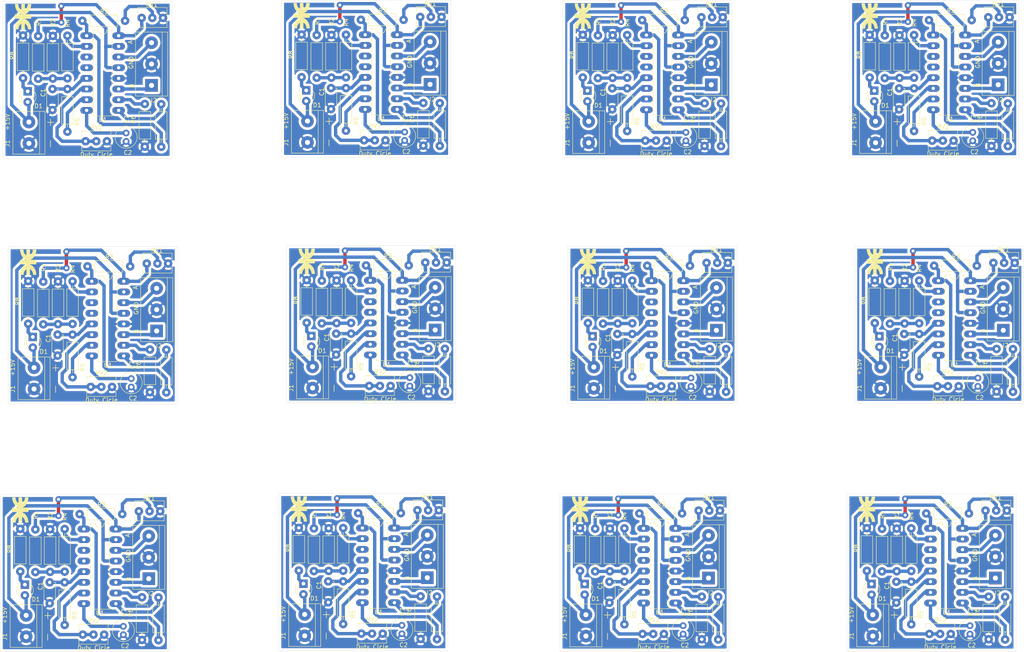
<source format=kicad_pcb>
(kicad_pcb (version 20171130) (host pcbnew "(5.1.0)-1")
  (layers (0 F.Cu signal) (31 B.Cu signal) (34 B.Paste user) (35 F.Paste user) (36 B.SilkS user) (37 F.SilkS user) (38 B.Mask user) (39 F.Mask user) (44 Edge.Cuts user))
  (net 0 "")
  (module lib_fp:Potentiometer_Bourns_3266Y_Vertical (layer F.Cu) (at 44.4216 176.3472 180)
    (fp_text reference RV2 (at -2.6162 3.3528 180) (layer F.SilkS))
    (fp_text value 250k)
    (pad 1 thru_hole circle (at 0 0 180) (size 2 2) (drill 0.8) (layers *.Cu *.Mask))
    (pad 2 thru_hole circle (at -2.54 0 180) (size 2 2) (drill 0.8) (layers *.Cu *.Mask))
    (pad 3 thru_hole circle (at -5.08 0 180) (size 2 2) (drill 0.8) (layers *.Cu *.Mask))
  )
  (module lib_fp:R_Axial_DIN0207_L6.3mm_D2.5mm_P10.16mm_Horizontal (layer F.Cu) (at 40.1036 163.9012 270)
    (fp_text reference R5 (at 7.85 -2.37 270) (layer F.SilkS))
    (fp_text value 330)
    (pad 2 thru_hole circle (at 10.16 0 270) (size 2 2) (drill 0.8) (layers *.Cu *.Mask))
    (pad 1 thru_hole circle (at 0 0 270) (size 2 2) (drill 0.8) (layers *.Cu *.Mask))
  )
  (module lib_fp:R_Axial_DIN0207_L6.3mm_D2.5mm_P10.16mm_Horizontal (layer F.Cu) (at 58.5186 177.6172 90)
    (fp_text reference R7 (at 6.466 -4.254 90) (layer F.SilkS))
    (fp_text value 100)
    (pad 1 thru_hole circle (at 0 0 90) (size 2 2) (drill 0.8) (layers *.Cu *.Mask))
    (pad 2 thru_hole circle (at 10.16 0 90) (size 2 2) (drill 0.8) (layers *.Cu *.Mask))
  )
  (module lib_fp:DIP-16_W7.62mm_LongPads (layer F.Cu) (at 44.6756 151.2012)
    (fp_text reference U1 (at 3.8735 20.0025) (layer F.SilkS))
    (fp_text value SG3525)
    (pad 1 thru_hole oval (at 0 0) (size 3 1.6) (drill 0.8) (layers *.Cu *.Mask))
    (pad 9 thru_hole oval (at 7.62 17.78) (size 3 1.6) (drill 0.8) (layers *.Cu *.Mask))
    (pad 2 thru_hole oval (at 0 2.54) (size 3 1.6) (drill 0.8) (layers *.Cu *.Mask))
    (pad 10 thru_hole oval (at 7.62 15.24) (size 3 1.6) (drill 0.8) (layers *.Cu *.Mask))
    (pad 3 thru_hole oval (at 0 5.08) (size 3 1.6) (drill 0.8) (layers *.Cu *.Mask))
    (pad 11 thru_hole oval (at 7.62 12.7) (size 3 1.6) (drill 0.8) (layers *.Cu *.Mask))
    (pad 4 thru_hole oval (at 0 7.62) (size 3 1.6) (drill 0.8) (layers *.Cu *.Mask))
    (pad 12 thru_hole oval (at 7.62 10.16) (size 3 1.6) (drill 0.8) (layers *.Cu *.Mask))
    (pad 5 thru_hole oval (at 0 10.16) (size 3 1.6) (drill 0.8) (layers *.Cu *.Mask))
    (pad 13 thru_hole oval (at 7.62 7.62) (size 3 1.6) (drill 0.8) (layers *.Cu *.Mask))
    (pad 6 thru_hole oval (at 0 12.7) (size 3 1.6) (drill 0.8) (layers *.Cu *.Mask))
    (pad 14 thru_hole oval (at 7.62 5.08) (size 3 1.6) (drill 0.8) (layers *.Cu *.Mask))
    (pad 7 thru_hole oval (at 0 15.24) (size 3 1.6) (drill 0.8) (layers *.Cu *.Mask))
    (pad 15 thru_hole oval (at 7.62 2.54) (size 3 1.6) (drill 0.8) (layers *.Cu *.Mask))
    (pad 8 thru_hole oval (at 0 17.78) (size 3 1.6) (drill 0.8) (layers *.Cu *.Mask))
    (pad 16 thru_hole oval (at 7.62 0) (size 3 1.6) (drill 0.8) (layers *.Cu *.Mask))
  )
  (module lib_fp:Potentiometer_Bourns_3266Y_Vertical (layer F.Cu) (at 57.7696 146.9612 180)
    (fp_text reference RV1 (at -2.4 3.126 180) (layer F.SilkS))
    (fp_text value 10k)
    (pad 3 thru_hole circle (at -5.08 0 180) (size 2 2) (drill 0.8) (layers *.Cu *.Mask))
    (pad 2 thru_hole circle (at -2.54 0 180) (size 2 2) (drill 0.8) (layers *.Cu *.Mask))
    (pad 1 thru_hole circle (at 0 0 180) (size 2 2) (drill 0.8) (layers *.Cu *.Mask))
  )
  (module lib_fp:R_Axial_DIN0207_L6.3mm_D2.5mm_P10.16mm_Horizontal (layer F.Cu) (at 53.8196 147.6452 180)
    (fp_text reference R3 (at 4.95 2.234 180) (layer F.SilkS))
    (fp_text value 1k)
    (pad 2 thru_hole circle (at 10.16 0 180) (size 2 2) (drill 0.8) (layers *.Cu *.Mask))
    (pad 1 thru_hole circle (at 0 0 180) (size 2 2) (drill 0.8) (layers *.Cu *.Mask))
  )
  (module lib_fp:R_Axial_DIN0207_L6.3mm_D2.5mm_P10.16mm_Horizontal (layer F.Cu) (at 40.1036 161.3612 90)
    (fp_text reference R4 (at 13.09 0.056 90) (layer F.SilkS))
    (fp_text value 1k)
    (pad 1 thru_hole circle (at 0 0 90) (size 2 2) (drill 0.8) (layers *.Cu *.Mask))
    (pad 2 thru_hole circle (at 10.16 0 90) (size 2 2) (drill 0.8) (layers *.Cu *.Mask))
  )
  (module lib_fp:R_Axial_DIN0207_L6.3mm_D2.5mm_P10.16mm_Horizontal (layer F.Cu) (at 29.5396 161.3112 90)
    (fp_text reference R8 (at 5.35 -2.52 90) (layer F.SilkS))
    (fp_text value 1k)
    (pad 2 thru_hole circle (at 10.16 0 90) (size 2 2) (drill 0.8) (layers *.Cu *.Mask))
    (pad 1 thru_hole circle (at 0 0 90) (size 2 2) (drill 0.8) (layers *.Cu *.Mask))
  )
  (module lib_fp:Potentiometer_Bourns_3266Y_Vertical (layer F.Cu) (at 259.2678 146.8088 180)
    (fp_text reference RV1 (at -2.4 3.126 180) (layer F.SilkS))
    (fp_text value 10k)
    (pad 1 thru_hole circle (at 0 0 180) (size 2 2) (drill 0.8) (layers *.Cu *.Mask))
    (pad 2 thru_hole circle (at -2.54 0 180) (size 2 2) (drill 0.8) (layers *.Cu *.Mask))
    (pad 3 thru_hole circle (at -5.08 0 180) (size 2 2) (drill 0.8) (layers *.Cu *.Mask))
  )
  (module lib_fp:C_Radial_D5.0mm_H11.0mm_P2.00mm (layer F.Cu) (at 187.2966 174.2263 270)
    (fp_text reference C2 (at 4.6725 -0.401) (layer F.SilkS))
    (fp_text value 10uF)
    (pad 2 thru_hole circle (at 2 0 270) (size 1.6 1.6) (drill 0.8) (layers *.Cu *.Mask))
    (pad 1 thru_hole circle (at 0 0 270) (size 1.6 1.6) (drill 0.8) (layers *.Cu *.Mask))
  )
  (module lib_fp:LED_D3.0mm_Clear (layer F.Cu) (at 163.8626 164.2988 270)
    (fp_text reference D1 (at 3.5 -2.6 180) (layer F.SilkS))
    (fp_text value LED)
    (pad 2 thru_hole circle (at 2.54 0 270) (size 2 2) (drill 0.9) (layers *.Cu *.Mask))
    (pad 1 thru_hole rect (at 0 0 270) (size 2 2) (drill 0.9) (layers *.Cu *.Mask))
  )
  (module lib_fp:Potentiometer_Bourns_3266Y_Vertical (layer F.Cu) (at 245.9198 176.1948 180)
    (fp_text reference RV2 (at -2.6162 3.3528 180) (layer F.SilkS))
    (fp_text value 250k)
    (pad 3 thru_hole circle (at -5.08 0 180) (size 2 2) (drill 0.8) (layers *.Cu *.Mask))
    (pad 2 thru_hole circle (at -2.54 0 180) (size 2 2) (drill 0.8) (layers *.Cu *.Mask))
    (pad 1 thru_hole circle (at 0 0 180) (size 2 2) (drill 0.8) (layers *.Cu *.Mask))
  )
  (module lib_fp:DIP-16_W7.62mm_LongPads (layer F.Cu) (at 246.1738 151.0488)
    (fp_text reference U1 (at 3.8735 20.0025) (layer F.SilkS))
    (fp_text value SG3525)
    (pad 16 thru_hole oval (at 7.62 0) (size 3 1.6) (drill 0.8) (layers *.Cu *.Mask))
    (pad 8 thru_hole oval (at 0 17.78) (size 3 1.6) (drill 0.8) (layers *.Cu *.Mask))
    (pad 15 thru_hole oval (at 7.62 2.54) (size 3 1.6) (drill 0.8) (layers *.Cu *.Mask))
    (pad 7 thru_hole oval (at 0 15.24) (size 3 1.6) (drill 0.8) (layers *.Cu *.Mask))
    (pad 14 thru_hole oval (at 7.62 5.08) (size 3 1.6) (drill 0.8) (layers *.Cu *.Mask))
    (pad 6 thru_hole oval (at 0 12.7) (size 3 1.6) (drill 0.8) (layers *.Cu *.Mask))
    (pad 13 thru_hole oval (at 7.62 7.62) (size 3 1.6) (drill 0.8) (layers *.Cu *.Mask))
    (pad 5 thru_hole oval (at 0 10.16) (size 3 1.6) (drill 0.8) (layers *.Cu *.Mask))
    (pad 12 thru_hole oval (at 7.62 10.16) (size 3 1.6) (drill 0.8) (layers *.Cu *.Mask))
    (pad 4 thru_hole oval (at 0 7.62) (size 3 1.6) (drill 0.8) (layers *.Cu *.Mask))
    (pad 11 thru_hole oval (at 7.62 12.7) (size 3 1.6) (drill 0.8) (layers *.Cu *.Mask))
    (pad 3 thru_hole oval (at 0 5.08) (size 3 1.6) (drill 0.8) (layers *.Cu *.Mask))
    (pad 10 thru_hole oval (at 7.62 15.24) (size 3 1.6) (drill 0.8) (layers *.Cu *.Mask))
    (pad 2 thru_hole oval (at 0 2.54) (size 3 1.6) (drill 0.8) (layers *.Cu *.Mask))
    (pad 9 thru_hole oval (at 7.62 17.78) (size 3 1.6) (drill 0.8) (layers *.Cu *.Mask))
    (pad 1 thru_hole oval (at 0 0) (size 3 1.6) (drill 0.8) (layers *.Cu *.Mask))
  )
  (module lib_fp:C_Disc_D4.7mm_W2.5mm_P5.00mm (layer F.Cu) (at 169.7706 163.7488 270)
    (fp_text reference C1 (at 0.89 2.218 270) (layer F.SilkS))
    (fp_text value 1nF)
    (pad 2 thru_hole circle (at 5 0 270) (size 2 2) (drill 0.8) (layers *.Cu *.Mask))
    (pad 1 thru_hole circle (at 0 0 270) (size 2 2) (drill 0.8) (layers *.Cu *.Mask))
  )
  (module lib_fp:R_Axial_DIN0207_L6.3mm_D2.5mm_P10.16mm_Horizontal (layer F.Cu) (at 241.6018 161.2088 90)
    (fp_text reference R4 (at 13.09 0.056 90) (layer F.SilkS))
    (fp_text value 1k)
    (pad 2 thru_hole circle (at 10.16 0 90) (size 2 2) (drill 0.8) (layers *.Cu *.Mask))
    (pad 1 thru_hole circle (at 0 0 90) (size 2 2) (drill 0.8) (layers *.Cu *.Mask))
  )
  (module lib_fp:R_Axial_DIN0207_L6.3mm_D2.5mm_P10.16mm_Horizontal (layer F.Cu) (at 260.0168 177.4648 90)
    (fp_text reference R7 (at 6.466 -4.254 90) (layer F.SilkS))
    (fp_text value 100)
    (pad 2 thru_hole circle (at 10.16 0 90) (size 2 2) (drill 0.8) (layers *.Cu *.Mask))
    (pad 1 thru_hole circle (at 0 0 90) (size 2 2) (drill 0.8) (layers *.Cu *.Mask))
  )
  (module lib_fp:R_Axial_DIN0207_L6.3mm_D2.5mm_P10.16mm_Horizontal (layer F.Cu) (at 241.6018 163.7488 270)
    (fp_text reference R5 (at 7.85 -2.37 270) (layer F.SilkS))
    (fp_text value 330)
    (pad 1 thru_hole circle (at 0 0 270) (size 2 2) (drill 0.8) (layers *.Cu *.Mask))
    (pad 2 thru_hole circle (at 10.16 0 270) (size 2 2) (drill 0.8) (layers *.Cu *.Mask))
  )
  (module lib_fp:logo_utn_fsilk_small (layer F.Cu) (at 162.7626 146.4988)
    (fp_text reference G1 hide)
    (fp_text value logo hide)
  )
  (module lib_fp:R_Axial_DIN0207_L6.3mm_D2.5mm_P10.16mm_Horizontal (layer F.Cu) (at 187.0426 147.4928 180)
    (fp_text reference R3 (at 4.95 2.234 180) (layer F.SilkS))
    (fp_text value 1k)
    (pad 1 thru_hole circle (at 0 0 180) (size 2 2) (drill 0.8) (layers *.Cu *.Mask))
    (pad 2 thru_hole circle (at 10.16 0 180) (size 2 2) (drill 0.8) (layers *.Cu *.Mask))
  )
  (module lib_fp:DIP-16_W7.62mm_LongPads (layer F.Cu) (at 177.8986 151.0488)
    (fp_text reference U1 (at 3.8735 20.0025) (layer F.SilkS))
    (fp_text value SG3525)
    (pad 16 thru_hole oval (at 7.62 0) (size 3 1.6) (drill 0.8) (layers *.Cu *.Mask))
    (pad 8 thru_hole oval (at 0 17.78) (size 3 1.6) (drill 0.8) (layers *.Cu *.Mask))
    (pad 15 thru_hole oval (at 7.62 2.54) (size 3 1.6) (drill 0.8) (layers *.Cu *.Mask))
    (pad 7 thru_hole oval (at 0 15.24) (size 3 1.6) (drill 0.8) (layers *.Cu *.Mask))
    (pad 14 thru_hole oval (at 7.62 5.08) (size 3 1.6) (drill 0.8) (layers *.Cu *.Mask))
    (pad 6 thru_hole oval (at 0 12.7) (size 3 1.6) (drill 0.8) (layers *.Cu *.Mask))
    (pad 13 thru_hole oval (at 7.62 7.62) (size 3 1.6) (drill 0.8) (layers *.Cu *.Mask))
    (pad 5 thru_hole oval (at 0 10.16) (size 3 1.6) (drill 0.8) (layers *.Cu *.Mask))
    (pad 12 thru_hole oval (at 7.62 10.16) (size 3 1.6) (drill 0.8) (layers *.Cu *.Mask))
    (pad 4 thru_hole oval (at 0 7.62) (size 3 1.6) (drill 0.8) (layers *.Cu *.Mask))
    (pad 11 thru_hole oval (at 7.62 12.7) (size 3 1.6) (drill 0.8) (layers *.Cu *.Mask))
    (pad 3 thru_hole oval (at 0 5.08) (size 3 1.6) (drill 0.8) (layers *.Cu *.Mask))
    (pad 10 thru_hole oval (at 7.62 15.24) (size 3 1.6) (drill 0.8) (layers *.Cu *.Mask))
    (pad 2 thru_hole oval (at 0 2.54) (size 3 1.6) (drill 0.8) (layers *.Cu *.Mask))
    (pad 9 thru_hole oval (at 7.62 17.78) (size 3 1.6) (drill 0.8) (layers *.Cu *.Mask))
    (pad 1 thru_hole oval (at 0 0) (size 3 1.6) (drill 0.8) (layers *.Cu *.Mask))
  )
  (module lib_fp:R_Axial_DIN0207_L6.3mm_D2.5mm_P10.16mm_Horizontal (layer F.Cu) (at 124.8126 177.3886 90)
    (fp_text reference R7 (at 6.466 -4.254 90) (layer F.SilkS))
    (fp_text value 100)
    (pad 2 thru_hole circle (at 10.16 0 90) (size 2 2) (drill 0.8) (layers *.Cu *.Mask))
    (pad 1 thru_hole circle (at 0 0 90) (size 2 2) (drill 0.8) (layers *.Cu *.Mask))
  )
  (module lib_fp:R_Axial_DIN0207_L6.3mm_D2.5mm_P10.16mm_Horizontal (layer F.Cu) (at 191.7416 177.4648 90)
    (fp_text reference R7 (at 6.466 -4.254 90) (layer F.SilkS))
    (fp_text value 100)
    (pad 2 thru_hole circle (at 10.16 0 90) (size 2 2) (drill 0.8) (layers *.Cu *.Mask))
    (pad 1 thru_hole circle (at 0 0 90) (size 2 2) (drill 0.8) (layers *.Cu *.Mask))
  )
  (module lib_fp:DIP-16_W7.62mm_LongPads (layer F.Cu) (at 110.9696 150.9726)
    (fp_text reference U1 (at 3.8735 20.0025) (layer F.SilkS))
    (fp_text value SG3525)
    (pad 16 thru_hole oval (at 7.62 0) (size 3 1.6) (drill 0.8) (layers *.Cu *.Mask))
    (pad 8 thru_hole oval (at 0 17.78) (size 3 1.6) (drill 0.8) (layers *.Cu *.Mask))
    (pad 15 thru_hole oval (at 7.62 2.54) (size 3 1.6) (drill 0.8) (layers *.Cu *.Mask))
    (pad 7 thru_hole oval (at 0 15.24) (size 3 1.6) (drill 0.8) (layers *.Cu *.Mask))
    (pad 14 thru_hole oval (at 7.62 5.08) (size 3 1.6) (drill 0.8) (layers *.Cu *.Mask))
    (pad 6 thru_hole oval (at 0 12.7) (size 3 1.6) (drill 0.8) (layers *.Cu *.Mask))
    (pad 13 thru_hole oval (at 7.62 7.62) (size 3 1.6) (drill 0.8) (layers *.Cu *.Mask))
    (pad 5 thru_hole oval (at 0 10.16) (size 3 1.6) (drill 0.8) (layers *.Cu *.Mask))
    (pad 12 thru_hole oval (at 7.62 10.16) (size 3 1.6) (drill 0.8) (layers *.Cu *.Mask))
    (pad 4 thru_hole oval (at 0 7.62) (size 3 1.6) (drill 0.8) (layers *.Cu *.Mask))
    (pad 11 thru_hole oval (at 7.62 12.7) (size 3 1.6) (drill 0.8) (layers *.Cu *.Mask))
    (pad 3 thru_hole oval (at 0 5.08) (size 3 1.6) (drill 0.8) (layers *.Cu *.Mask))
    (pad 10 thru_hole oval (at 7.62 15.24) (size 3 1.6) (drill 0.8) (layers *.Cu *.Mask))
    (pad 2 thru_hole oval (at 0 2.54) (size 3 1.6) (drill 0.8) (layers *.Cu *.Mask))
    (pad 9 thru_hole oval (at 7.62 17.78) (size 3 1.6) (drill 0.8) (layers *.Cu *.Mask))
    (pad 1 thru_hole oval (at 0 0) (size 3 1.6) (drill 0.8) (layers *.Cu *.Mask))
  )
  (module lib_fp:Potentiometer_Bourns_3266Y_Vertical (layer F.Cu) (at 124.0636 146.7326 180)
    (fp_text reference RV1 (at -2.4 3.126 180) (layer F.SilkS))
    (fp_text value 10k)
    (pad 1 thru_hole circle (at 0 0 180) (size 2 2) (drill 0.8) (layers *.Cu *.Mask))
    (pad 2 thru_hole circle (at -2.54 0 180) (size 2 2) (drill 0.8) (layers *.Cu *.Mask))
    (pad 3 thru_hole circle (at -5.08 0 180) (size 2 2) (drill 0.8) (layers *.Cu *.Mask))
  )
  (module lib_fp:Potentiometer_Bourns_3266Y_Vertical (layer F.Cu) (at 190.9926 146.8088 180)
    (fp_text reference RV1 (at -2.4 3.126 180) (layer F.SilkS))
    (fp_text value 10k)
    (pad 1 thru_hole circle (at 0 0 180) (size 2 2) (drill 0.8) (layers *.Cu *.Mask))
    (pad 2 thru_hole circle (at -2.54 0 180) (size 2 2) (drill 0.8) (layers *.Cu *.Mask))
    (pad 3 thru_hole circle (at -5.08 0 180) (size 2 2) (drill 0.8) (layers *.Cu *.Mask))
  )
  (module lib_fp:LED_D3.0mm_Clear (layer F.Cu) (at 96.9336 164.2226 270)
    (fp_text reference D1 (at 3.5 -2.6 180) (layer F.SilkS))
    (fp_text value LED)
    (pad 2 thru_hole circle (at 2.54 0 270) (size 2 2) (drill 0.9) (layers *.Cu *.Mask))
    (pad 1 thru_hole rect (at 0 0 270) (size 2 2) (drill 0.9) (layers *.Cu *.Mask))
  )
  (module lib_fp:R_Axial_DIN0207_L6.3mm_D2.5mm_P10.16mm_Horizontal (layer F.Cu) (at 128.7242 177.4394 90)
    (fp_text reference R6 (at 6.4918 -6.6406 90) (layer F.SilkS))
    (fp_text value 1k)
    (pad 2 thru_hole circle (at 10.16 0 90) (size 2 2) (drill 0.8) (layers *.Cu *.Mask))
    (pad 1 thru_hole circle (at 0 0 90) (size 2 2) (drill 0.8) (layers *.Cu *.Mask))
  )
  (module lib_fp:TerminalBlock_bornier-3_P5.08mm (layer F.Cu) (at 126.4136 162.8026 90)
    (fp_text reference J2 (at -3.57 0.39 180) (layer F.SilkS))
    (fp_text value PWM_out)
    (pad 3 thru_hole circle (at 10.16 0 90) (size 3 3) (drill 1.2) (layers *.Cu *.Mask))
    (pad 2 thru_hole circle (at 5.08 0 90) (size 3 3) (drill 1.2) (layers *.Cu *.Mask))
    (pad 1 thru_hole rect (at 0 0 90) (size 3 3) (drill 1.2) (layers *.Cu *.Mask))
  )
  (module lib_fp:R_Axial_DIN0207_L6.3mm_D2.5mm_P10.16mm_Horizontal (layer F.Cu) (at 106.3976 163.6726 270)
    (fp_text reference R5 (at 7.85 -2.37 270) (layer F.SilkS))
    (fp_text value 330)
    (pad 1 thru_hole circle (at 0 0 270) (size 2 2) (drill 0.8) (layers *.Cu *.Mask))
    (pad 2 thru_hole circle (at 10.16 0 270) (size 2 2) (drill 0.8) (layers *.Cu *.Mask))
  )
  (module lib_fp:Potentiometer_Bourns_3266Y_Vertical (layer F.Cu) (at 177.6446 176.1948 180)
    (fp_text reference RV2 (at -2.6162 3.3528 180) (layer F.SilkS))
    (fp_text value 250k)
    (pad 3 thru_hole circle (at -5.08 0 180) (size 2 2) (drill 0.8) (layers *.Cu *.Mask))
    (pad 2 thru_hole circle (at -2.54 0 180) (size 2 2) (drill 0.8) (layers *.Cu *.Mask))
    (pad 1 thru_hole circle (at 0 0 180) (size 2 2) (drill 0.8) (layers *.Cu *.Mask))
  )
  (module lib_fp:R_Axial_DIN0207_L6.3mm_D2.5mm_P10.16mm_Horizontal (layer F.Cu) (at 173.3266 163.7488 270)
    (fp_text reference R5 (at 7.85 -2.37 270) (layer F.SilkS))
    (fp_text value 330)
    (pad 1 thru_hole circle (at 0 0 270) (size 2 2) (drill 0.8) (layers *.Cu *.Mask))
    (pad 2 thru_hole circle (at 10.16 0 270) (size 2 2) (drill 0.8) (layers *.Cu *.Mask))
  )
  (module lib_fp:R_Axial_DIN0207_L6.3mm_D2.5mm_P10.16mm_Horizontal (layer F.Cu) (at 106.3976 161.1326 90)
    (fp_text reference R4 (at 13.09 0.056 90) (layer F.SilkS))
    (fp_text value 1k)
    (pad 2 thru_hole circle (at 10.16 0 90) (size 2 2) (drill 0.8) (layers *.Cu *.Mask))
    (pad 1 thru_hole circle (at 0 0 90) (size 2 2) (drill 0.8) (layers *.Cu *.Mask))
  )
  (module lib_fp:C_Radial_D5.0mm_H11.0mm_P2.00mm (layer F.Cu) (at 120.3676 174.1501 270)
    (fp_text reference C2 (at 4.6725 -0.401) (layer F.SilkS))
    (fp_text value 10uF)
    (pad 2 thru_hole circle (at 2 0 270) (size 1.6 1.6) (drill 0.8) (layers *.Cu *.Mask))
    (pad 1 thru_hole circle (at 0 0 270) (size 1.6 1.6) (drill 0.8) (layers *.Cu *.Mask))
  )
  (module lib_fp:R_Axial_DIN0207_L6.3mm_D2.5mm_P10.16mm_Horizontal (layer F.Cu) (at 120.1136 147.4166 180)
    (fp_text reference R3 (at 4.95 2.234 180) (layer F.SilkS))
    (fp_text value 1k)
    (pad 1 thru_hole circle (at 0 0 180) (size 2 2) (drill 0.8) (layers *.Cu *.Mask))
    (pad 2 thru_hole circle (at 10.16 0 180) (size 2 2) (drill 0.8) (layers *.Cu *.Mask))
  )
  (module lib_fp:R_Axial_DIN0207_L6.3mm_D2.5mm_P10.16mm_Horizontal (layer F.Cu) (at 95.8336 161.0826 90)
    (fp_text reference R8 (at 5.35 -2.52 90) (layer F.SilkS))
    (fp_text value 1k)
    (pad 1 thru_hole circle (at 0 0 90) (size 2 2) (drill 0.8) (layers *.Cu *.Mask))
    (pad 2 thru_hole circle (at 10.16 0 90) (size 2 2) (drill 0.8) (layers *.Cu *.Mask))
  )
  (module lib_fp:Potentiometer_Bourns_3266Y_Vertical (layer F.Cu) (at 110.7156 176.1186 180)
    (fp_text reference RV2 (at -2.6162 3.3528 180) (layer F.SilkS))
    (fp_text value 250k)
    (pad 3 thru_hole circle (at -5.08 0 180) (size 2 2) (drill 0.8) (layers *.Cu *.Mask))
    (pad 2 thru_hole circle (at -2.54 0 180) (size 2 2) (drill 0.8) (layers *.Cu *.Mask))
    (pad 1 thru_hole circle (at 0 0 180) (size 2 2) (drill 0.8) (layers *.Cu *.Mask))
  )
  (module lib_fp:TerminalBlock_bornier-2_P5.08mm (layer F.Cu) (at 164.1626 176.6988 90)
    (fp_text reference J1 (at -0.004 -5.0854 90) (layer F.SilkS))
    (fp_text value Vin)
    (pad 1 thru_hole circle (at 0 0 90) (size 3 3) (drill 1.2) (layers *.Cu *.Mask))
    (pad 2 thru_hole circle (at 5.08 0 90) (size 3 3) (drill 1.2) (layers *.Cu *.Mask))
  )
  (module lib_fp:R_Axial_DIN0207_L6.3mm_D2.5mm_P10.16mm_Horizontal (layer F.Cu) (at 255.3178 147.4928 180)
    (fp_text reference R3 (at 4.95 2.234 180) (layer F.SilkS))
    (fp_text value 1k)
    (pad 1 thru_hole circle (at 0 0 180) (size 2 2) (drill 0.8) (layers *.Cu *.Mask))
    (pad 2 thru_hole circle (at 10.16 0 180) (size 2 2) (drill 0.8) (layers *.Cu *.Mask))
  )
  (module lib_fp:TerminalBlock_bornier-3_P5.08mm (layer F.Cu) (at 193.3426 162.8788 90)
    (fp_text reference J2 (at -3.57 0.39 180) (layer F.SilkS))
    (fp_text value PWM_out)
    (pad 3 thru_hole circle (at 10.16 0 90) (size 3 3) (drill 1.2) (layers *.Cu *.Mask))
    (pad 2 thru_hole circle (at 5.08 0 90) (size 3 3) (drill 1.2) (layers *.Cu *.Mask))
    (pad 1 thru_hole rect (at 0 0 90) (size 3 3) (drill 1.2) (layers *.Cu *.Mask))
  )
  (module lib_fp:TerminalBlock_bornier-3_P5.08mm (layer F.Cu) (at 261.6178 162.8788 90)
    (fp_text reference J2 (at -3.57 0.39 180) (layer F.SilkS))
    (fp_text value PWM_out)
    (pad 3 thru_hole circle (at 10.16 0 90) (size 3 3) (drill 1.2) (layers *.Cu *.Mask))
    (pad 2 thru_hole circle (at 5.08 0 90) (size 3 3) (drill 1.2) (layers *.Cu *.Mask))
    (pad 1 thru_hole rect (at 0 0 90) (size 3 3) (drill 1.2) (layers *.Cu *.Mask))
  )
  (module lib_fp:R_Axial_DIN0207_L6.3mm_D2.5mm_P10.16mm_Horizontal (layer F.Cu) (at 231.0378 161.1588 90)
    (fp_text reference R8 (at 5.35 -2.52 90) (layer F.SilkS))
    (fp_text value 1k)
    (pad 1 thru_hole circle (at 0 0 90) (size 2 2) (drill 0.8) (layers *.Cu *.Mask))
    (pad 2 thru_hole circle (at 10.16 0 90) (size 2 2) (drill 0.8) (layers *.Cu *.Mask))
  )
  (module lib_fp:R_Axial_DIN0207_L6.3mm_D2.5mm_P10.16mm_Horizontal (layer F.Cu) (at 162.7626 161.1588 90)
    (fp_text reference R8 (at 5.35 -2.52 90) (layer F.SilkS))
    (fp_text value 1k)
    (pad 1 thru_hole circle (at 0 0 90) (size 2 2) (drill 0.8) (layers *.Cu *.Mask))
    (pad 2 thru_hole circle (at 10.16 0 90) (size 2 2) (drill 0.8) (layers *.Cu *.Mask))
  )
  (module lib_fp:R_Axial_DIN0207_L6.3mm_D2.5mm_P10.16mm_Horizontal (layer F.Cu) (at 263.9284 177.5156 90)
    (fp_text reference R6 (at 6.4918 -6.6406 90) (layer F.SilkS))
    (fp_text value 1k)
    (pad 2 thru_hole circle (at 10.16 0 90) (size 2 2) (drill 0.8) (layers *.Cu *.Mask))
    (pad 1 thru_hole circle (at 0 0 90) (size 2 2) (drill 0.8) (layers *.Cu *.Mask))
  )
  (module lib_fp:R_Axial_DIN0207_L6.3mm_D2.5mm_P10.16mm_Horizontal (layer F.Cu) (at 238.1378 151.0988 270)
    (fp_text reference R2 (at -3.17 -0.03 270) (layer F.SilkS))
    (fp_text value 10k)
    (pad 1 thru_hole circle (at 0 0 270) (size 2 2) (drill 0.8) (layers *.Cu *.Mask))
    (pad 2 thru_hole circle (at 10.16 0 270) (size 2 2) (drill 0.8) (layers *.Cu *.Mask))
  )
  (module lib_fp:C_Radial_D5.0mm_H11.0mm_P2.00mm (layer F.Cu) (at 255.5718 174.2263 270)
    (fp_text reference C2 (at 4.6725 -0.401) (layer F.SilkS))
    (fp_text value 10uF)
    (pad 2 thru_hole circle (at 2 0 270) (size 1.6 1.6) (drill 0.8) (layers *.Cu *.Mask))
    (pad 1 thru_hole circle (at 0 0 270) (size 1.6 1.6) (drill 0.8) (layers *.Cu *.Mask))
  )
  (module lib_fp:R_Axial_DIN0207_L6.3mm_D2.5mm_P10.16mm_Horizontal (layer F.Cu) (at 173.3266 161.2088 90)
    (fp_text reference R4 (at 13.09 0.056 90) (layer F.SilkS))
    (fp_text value 1k)
    (pad 2 thru_hole circle (at 10.16 0 90) (size 2 2) (drill 0.8) (layers *.Cu *.Mask))
    (pad 1 thru_hole circle (at 0 0 90) (size 2 2) (drill 0.8) (layers *.Cu *.Mask))
  )
  (module lib_fp:logo_utn_fsilk_small (layer F.Cu) (at 231.0378 146.4988)
    (fp_text reference G1 hide)
    (fp_text value logo hide)
  )
  (module lib_fp:C_Disc_D4.7mm_W2.5mm_P5.00mm (layer F.Cu) (at 238.0458 163.7488 270)
    (fp_text reference C1 (at 0.89 2.218 270) (layer F.SilkS))
    (fp_text value 1nF)
    (pad 2 thru_hole circle (at 5 0 270) (size 2 2) (drill 0.8) (layers *.Cu *.Mask))
    (pad 1 thru_hole circle (at 0 0 270) (size 2 2) (drill 0.8) (layers *.Cu *.Mask))
  )
  (module lib_fp:TerminalBlock_bornier-2_P5.08mm (layer F.Cu) (at 232.4378 176.6988 90)
    (fp_text reference J1 (at -0.004 -5.0854 90) (layer F.SilkS))
    (fp_text value Vin)
    (pad 1 thru_hole circle (at 0 0 90) (size 3 3) (drill 1.2) (layers *.Cu *.Mask))
    (pad 2 thru_hole circle (at 5.08 0 90) (size 3 3) (drill 1.2) (layers *.Cu *.Mask))
  )
  (module lib_fp:R_Axial_DIN0207_L6.3mm_D2.5mm_P10.16mm_Horizontal (layer F.Cu) (at 195.6532 177.5156 90)
    (fp_text reference R6 (at 6.4918 -6.6406 90) (layer F.SilkS))
    (fp_text value 1k)
    (pad 2 thru_hole circle (at 10.16 0 90) (size 2 2) (drill 0.8) (layers *.Cu *.Mask))
    (pad 1 thru_hole circle (at 0 0 90) (size 2 2) (drill 0.8) (layers *.Cu *.Mask))
  )
  (module lib_fp:R_Axial_DIN0207_L6.3mm_D2.5mm_P10.16mm_Horizontal (layer F.Cu) (at 234.6378 161.2988 90)
    (fp_text reference R1 (at 13.54 0.1 90) (layer F.SilkS))
    (fp_text value 10k)
    (pad 1 thru_hole circle (at 0 0 90) (size 2 2) (drill 0.8) (layers *.Cu *.Mask))
    (pad 2 thru_hole circle (at 10.16 0 90) (size 2 2) (drill 0.8) (layers *.Cu *.Mask))
  )
  (module lib_fp:R_Axial_DIN0207_L6.3mm_D2.5mm_P10.16mm_Horizontal (layer F.Cu) (at 169.8626 151.0988 270)
    (fp_text reference R2 (at -3.17 -0.03 270) (layer F.SilkS))
    (fp_text value 10k)
    (pad 1 thru_hole circle (at 0 0 270) (size 2 2) (drill 0.8) (layers *.Cu *.Mask))
    (pad 2 thru_hole circle (at 10.16 0 270) (size 2 2) (drill 0.8) (layers *.Cu *.Mask))
  )
  (module lib_fp:LED_D3.0mm_Clear (layer F.Cu) (at 232.1378 164.2988 270)
    (fp_text reference D1 (at 3.5 -2.6 180) (layer F.SilkS))
    (fp_text value LED)
    (pad 2 thru_hole circle (at 2.54 0 270) (size 2 2) (drill 0.9) (layers *.Cu *.Mask))
    (pad 1 thru_hole rect (at 0 0 270) (size 2 2) (drill 0.9) (layers *.Cu *.Mask))
  )
  (module lib_fp:R_Axial_DIN0207_L6.3mm_D2.5mm_P10.16mm_Horizontal (layer F.Cu) (at 166.3626 161.2988 90)
    (fp_text reference R1 (at 13.54 0.1 90) (layer F.SilkS))
    (fp_text value 10k)
    (pad 1 thru_hole circle (at 0 0 90) (size 2 2) (drill 0.8) (layers *.Cu *.Mask))
    (pad 2 thru_hole circle (at 10.16 0 90) (size 2 2) (drill 0.8) (layers *.Cu *.Mask))
  )
  (module lib_fp:TerminalBlock_bornier-2_P5.08mm (layer F.Cu) (at 97.2336 176.6226 90)
    (fp_text reference J1 (at -0.004 -5.0854 90) (layer F.SilkS))
    (fp_text value Vin)
    (pad 1 thru_hole circle (at 0 0 90) (size 3 3) (drill 1.2) (layers *.Cu *.Mask))
    (pad 2 thru_hole circle (at 5.08 0 90) (size 3 3) (drill 1.2) (layers *.Cu *.Mask))
  )
  (module lib_fp:C_Disc_D4.7mm_W2.5mm_P5.00mm (layer F.Cu) (at 102.8416 163.6726 270)
    (fp_text reference C1 (at 0.89 2.218 270) (layer F.SilkS))
    (fp_text value 1nF)
    (pad 2 thru_hole circle (at 5 0 270) (size 2 2) (drill 0.8) (layers *.Cu *.Mask))
    (pad 1 thru_hole circle (at 0 0 270) (size 2 2) (drill 0.8) (layers *.Cu *.Mask))
  )
  (module lib_fp:R_Axial_DIN0207_L6.3mm_D2.5mm_P10.16mm_Horizontal (layer F.Cu) (at 102.9336 151.0226 270)
    (fp_text reference R2 (at -3.17 -0.03 270) (layer F.SilkS))
    (fp_text value 10k)
    (pad 1 thru_hole circle (at 0 0 270) (size 2 2) (drill 0.8) (layers *.Cu *.Mask))
    (pad 2 thru_hole circle (at 10.16 0 270) (size 2 2) (drill 0.8) (layers *.Cu *.Mask))
  )
  (module lib_fp:logo_utn_fsilk_small (layer F.Cu) (at 95.8336 146.4226)
    (fp_text reference G1 hide)
    (fp_text value logo hide)
  )
  (module lib_fp:R_Axial_DIN0207_L6.3mm_D2.5mm_P10.16mm_Horizontal (layer F.Cu) (at 99.4336 161.2226 90)
    (fp_text reference R1 (at 13.54 0.1 90) (layer F.SilkS))
    (fp_text value 10k)
    (pad 1 thru_hole circle (at 0 0 90) (size 2 2) (drill 0.8) (layers *.Cu *.Mask))
    (pad 2 thru_hole circle (at 10.16 0 90) (size 2 2) (drill 0.8) (layers *.Cu *.Mask))
  )
  (module lib_fp:R_Axial_DIN0207_L6.3mm_D2.5mm_P10.16mm_Horizontal (layer F.Cu) (at 33.1396 161.4512 90)
    (fp_text reference R1 (at 13.54 0.1 90) (layer F.SilkS))
    (fp_text value 10k)
    (pad 2 thru_hole circle (at 10.16 0 90) (size 2 2) (drill 0.8) (layers *.Cu *.Mask))
    (pad 1 thru_hole circle (at 0 0 90) (size 2 2) (drill 0.8) (layers *.Cu *.Mask))
  )
  (module lib_fp:TerminalBlock_bornier-2_P5.08mm (layer F.Cu) (at 30.9396 176.8512 90)
    (fp_text reference J1 (at -0.004 -5.0854 90) (layer F.SilkS))
    (fp_text value Vin)
    (pad 2 thru_hole circle (at 5.08 0 90) (size 3 3) (drill 1.2) (layers *.Cu *.Mask))
    (pad 1 thru_hole circle (at 0 0 90) (size 3 3) (drill 1.2) (layers *.Cu *.Mask))
  )
  (module lib_fp:R_Axial_DIN0207_L6.3mm_D2.5mm_P10.16mm_Horizontal (layer F.Cu) (at 36.6396 151.2512 270)
    (fp_text reference R2 (at -3.17 -0.03 270) (layer F.SilkS))
    (fp_text value 10k)
    (pad 2 thru_hole circle (at 10.16 0 270) (size 2 2) (drill 0.8) (layers *.Cu *.Mask))
    (pad 1 thru_hole circle (at 0 0 270) (size 2 2) (drill 0.8) (layers *.Cu *.Mask))
  )
  (module lib_fp:R_Axial_DIN0207_L6.3mm_D2.5mm_P10.16mm_Horizontal (layer F.Cu) (at 62.4302 177.668 90)
    (fp_text reference R6 (at 6.4918 -6.6406 90) (layer F.SilkS))
    (fp_text value 1k)
    (pad 1 thru_hole circle (at 0 0 90) (size 2 2) (drill 0.8) (layers *.Cu *.Mask))
    (pad 2 thru_hole circle (at 10.16 0 90) (size 2 2) (drill 0.8) (layers *.Cu *.Mask))
  )
  (module lib_fp:TerminalBlock_bornier-3_P5.08mm (layer F.Cu) (at 60.1196 163.0312 90)
    (fp_text reference J2 (at -3.57 0.39 180) (layer F.SilkS))
    (fp_text value PWM_out)
    (pad 1 thru_hole rect (at 0 0 90) (size 3 3) (drill 1.2) (layers *.Cu *.Mask))
    (pad 2 thru_hole circle (at 5.08 0 90) (size 3 3) (drill 1.2) (layers *.Cu *.Mask))
    (pad 3 thru_hole circle (at 10.16 0 90) (size 3 3) (drill 1.2) (layers *.Cu *.Mask))
  )
  (module lib_fp:C_Disc_D4.7mm_W2.5mm_P5.00mm (layer F.Cu) (at 36.5476 163.9012 270)
    (fp_text reference C1 (at 0.89 2.218 270) (layer F.SilkS))
    (fp_text value 1nF)
    (pad 1 thru_hole circle (at 0 0 270) (size 2 2) (drill 0.8) (layers *.Cu *.Mask))
    (pad 2 thru_hole circle (at 5 0 270) (size 2 2) (drill 0.8) (layers *.Cu *.Mask))
  )
  (module lib_fp:logo_utn_fsilk_small (layer F.Cu) (at 29.5396 146.6512)
    (fp_text reference G1 hide)
    (fp_text value logo hide)
  )
  (module lib_fp:C_Radial_D5.0mm_H11.0mm_P2.00mm (layer F.Cu) (at 54.0736 174.3787 270)
    (fp_text reference C2 (at 4.6725 -0.401) (layer F.SilkS))
    (fp_text value 10uF)
    (pad 1 thru_hole circle (at 0 0 270) (size 1.6 1.6) (drill 0.8) (layers *.Cu *.Mask))
    (pad 2 thru_hole circle (at 2 0 270) (size 1.6 1.6) (drill 0.8) (layers *.Cu *.Mask))
  )
  (module lib_fp:LED_D3.0mm_Clear (layer F.Cu) (at 30.6396 164.4512 270)
    (fp_text reference D1 (at 3.5 -2.6 180) (layer F.SilkS))
    (fp_text value LED)
    (pad 1 thru_hole rect (at 0 0 270) (size 2 2) (drill 0.9) (layers *.Cu *.Mask))
    (pad 2 thru_hole circle (at 2.54 0 270) (size 2 2) (drill 0.9) (layers *.Cu *.Mask))
  )
  (module lib_fp:Potentiometer_Bourns_3266Y_Vertical (layer F.Cu) (at 46.3012 117.343 180)
    (fp_text reference RV2 (at -2.6162 3.3528 180) (layer F.SilkS))
    (fp_text value 250k)
    (pad 1 thru_hole circle (at 0 0 180) (size 2 2) (drill 0.8) (layers *.Cu *.Mask))
    (pad 2 thru_hole circle (at -2.54 0 180) (size 2 2) (drill 0.8) (layers *.Cu *.Mask))
    (pad 3 thru_hole circle (at -5.08 0 180) (size 2 2) (drill 0.8) (layers *.Cu *.Mask))
  )
  (module lib_fp:R_Axial_DIN0207_L6.3mm_D2.5mm_P10.16mm_Horizontal (layer F.Cu) (at 41.9832 104.897 270)
    (fp_text reference R5 (at 7.85 -2.37 270) (layer F.SilkS))
    (fp_text value 330)
    (pad 2 thru_hole circle (at 10.16 0 270) (size 2 2) (drill 0.8) (layers *.Cu *.Mask))
    (pad 1 thru_hole circle (at 0 0 270) (size 2 2) (drill 0.8) (layers *.Cu *.Mask))
  )
  (module lib_fp:R_Axial_DIN0207_L6.3mm_D2.5mm_P10.16mm_Horizontal (layer F.Cu) (at 60.3982 118.613 90)
    (fp_text reference R7 (at 6.466 -4.254 90) (layer F.SilkS))
    (fp_text value 100)
    (pad 1 thru_hole circle (at 0 0 90) (size 2 2) (drill 0.8) (layers *.Cu *.Mask))
    (pad 2 thru_hole circle (at 10.16 0 90) (size 2 2) (drill 0.8) (layers *.Cu *.Mask))
  )
  (module lib_fp:DIP-16_W7.62mm_LongPads (layer F.Cu) (at 46.5552 92.197)
    (fp_text reference U1 (at 3.8735 20.0025) (layer F.SilkS))
    (fp_text value SG3525)
    (pad 1 thru_hole oval (at 0 0) (size 3 1.6) (drill 0.8) (layers *.Cu *.Mask))
    (pad 9 thru_hole oval (at 7.62 17.78) (size 3 1.6) (drill 0.8) (layers *.Cu *.Mask))
    (pad 2 thru_hole oval (at 0 2.54) (size 3 1.6) (drill 0.8) (layers *.Cu *.Mask))
    (pad 10 thru_hole oval (at 7.62 15.24) (size 3 1.6) (drill 0.8) (layers *.Cu *.Mask))
    (pad 3 thru_hole oval (at 0 5.08) (size 3 1.6) (drill 0.8) (layers *.Cu *.Mask))
    (pad 11 thru_hole oval (at 7.62 12.7) (size 3 1.6) (drill 0.8) (layers *.Cu *.Mask))
    (pad 4 thru_hole oval (at 0 7.62) (size 3 1.6) (drill 0.8) (layers *.Cu *.Mask))
    (pad 12 thru_hole oval (at 7.62 10.16) (size 3 1.6) (drill 0.8) (layers *.Cu *.Mask))
    (pad 5 thru_hole oval (at 0 10.16) (size 3 1.6) (drill 0.8) (layers *.Cu *.Mask))
    (pad 13 thru_hole oval (at 7.62 7.62) (size 3 1.6) (drill 0.8) (layers *.Cu *.Mask))
    (pad 6 thru_hole oval (at 0 12.7) (size 3 1.6) (drill 0.8) (layers *.Cu *.Mask))
    (pad 14 thru_hole oval (at 7.62 5.08) (size 3 1.6) (drill 0.8) (layers *.Cu *.Mask))
    (pad 7 thru_hole oval (at 0 15.24) (size 3 1.6) (drill 0.8) (layers *.Cu *.Mask))
    (pad 15 thru_hole oval (at 7.62 2.54) (size 3 1.6) (drill 0.8) (layers *.Cu *.Mask))
    (pad 8 thru_hole oval (at 0 17.78) (size 3 1.6) (drill 0.8) (layers *.Cu *.Mask))
    (pad 16 thru_hole oval (at 7.62 0) (size 3 1.6) (drill 0.8) (layers *.Cu *.Mask))
  )
  (module lib_fp:Potentiometer_Bourns_3266Y_Vertical (layer F.Cu) (at 59.6492 87.957 180)
    (fp_text reference RV1 (at -2.4 3.126 180) (layer F.SilkS))
    (fp_text value 10k)
    (pad 3 thru_hole circle (at -5.08 0 180) (size 2 2) (drill 0.8) (layers *.Cu *.Mask))
    (pad 2 thru_hole circle (at -2.54 0 180) (size 2 2) (drill 0.8) (layers *.Cu *.Mask))
    (pad 1 thru_hole circle (at 0 0 180) (size 2 2) (drill 0.8) (layers *.Cu *.Mask))
  )
  (module lib_fp:R_Axial_DIN0207_L6.3mm_D2.5mm_P10.16mm_Horizontal (layer F.Cu) (at 55.6992 88.641 180)
    (fp_text reference R3 (at 4.95 2.234 180) (layer F.SilkS))
    (fp_text value 1k)
    (pad 2 thru_hole circle (at 10.16 0 180) (size 2 2) (drill 0.8) (layers *.Cu *.Mask))
    (pad 1 thru_hole circle (at 0 0 180) (size 2 2) (drill 0.8) (layers *.Cu *.Mask))
  )
  (module lib_fp:R_Axial_DIN0207_L6.3mm_D2.5mm_P10.16mm_Horizontal (layer F.Cu) (at 41.9832 102.357 90)
    (fp_text reference R4 (at 13.09 0.056 90) (layer F.SilkS))
    (fp_text value 1k)
    (pad 1 thru_hole circle (at 0 0 90) (size 2 2) (drill 0.8) (layers *.Cu *.Mask))
    (pad 2 thru_hole circle (at 10.16 0 90) (size 2 2) (drill 0.8) (layers *.Cu *.Mask))
  )
  (module lib_fp:R_Axial_DIN0207_L6.3mm_D2.5mm_P10.16mm_Horizontal (layer F.Cu) (at 31.4192 102.307 90)
    (fp_text reference R8 (at 5.35 -2.52 90) (layer F.SilkS))
    (fp_text value 1k)
    (pad 2 thru_hole circle (at 10.16 0 90) (size 2 2) (drill 0.8) (layers *.Cu *.Mask))
    (pad 1 thru_hole circle (at 0 0 90) (size 2 2) (drill 0.8) (layers *.Cu *.Mask))
  )
  (module lib_fp:Potentiometer_Bourns_3266Y_Vertical (layer F.Cu) (at 261.1474 87.8046 180)
    (fp_text reference RV1 (at -2.4 3.126 180) (layer F.SilkS))
    (fp_text value 10k)
    (pad 1 thru_hole circle (at 0 0 180) (size 2 2) (drill 0.8) (layers *.Cu *.Mask))
    (pad 2 thru_hole circle (at -2.54 0 180) (size 2 2) (drill 0.8) (layers *.Cu *.Mask))
    (pad 3 thru_hole circle (at -5.08 0 180) (size 2 2) (drill 0.8) (layers *.Cu *.Mask))
  )
  (module lib_fp:C_Radial_D5.0mm_H11.0mm_P2.00mm (layer F.Cu) (at 189.1762 115.2221 270)
    (fp_text reference C2 (at 4.6725 -0.401) (layer F.SilkS))
    (fp_text value 10uF)
    (pad 2 thru_hole circle (at 2 0 270) (size 1.6 1.6) (drill 0.8) (layers *.Cu *.Mask))
    (pad 1 thru_hole circle (at 0 0 270) (size 1.6 1.6) (drill 0.8) (layers *.Cu *.Mask))
  )
  (module lib_fp:LED_D3.0mm_Clear (layer F.Cu) (at 165.7422 105.2946 270)
    (fp_text reference D1 (at 3.5 -2.6 180) (layer F.SilkS))
    (fp_text value LED)
    (pad 2 thru_hole circle (at 2.54 0 270) (size 2 2) (drill 0.9) (layers *.Cu *.Mask))
    (pad 1 thru_hole rect (at 0 0 270) (size 2 2) (drill 0.9) (layers *.Cu *.Mask))
  )
  (module lib_fp:Potentiometer_Bourns_3266Y_Vertical (layer F.Cu) (at 247.7994 117.1906 180)
    (fp_text reference RV2 (at -2.6162 3.3528 180) (layer F.SilkS))
    (fp_text value 250k)
    (pad 3 thru_hole circle (at -5.08 0 180) (size 2 2) (drill 0.8) (layers *.Cu *.Mask))
    (pad 2 thru_hole circle (at -2.54 0 180) (size 2 2) (drill 0.8) (layers *.Cu *.Mask))
    (pad 1 thru_hole circle (at 0 0 180) (size 2 2) (drill 0.8) (layers *.Cu *.Mask))
  )
  (module lib_fp:DIP-16_W7.62mm_LongPads (layer F.Cu) (at 248.0534 92.0446)
    (fp_text reference U1 (at 3.8735 20.0025) (layer F.SilkS))
    (fp_text value SG3525)
    (pad 16 thru_hole oval (at 7.62 0) (size 3 1.6) (drill 0.8) (layers *.Cu *.Mask))
    (pad 8 thru_hole oval (at 0 17.78) (size 3 1.6) (drill 0.8) (layers *.Cu *.Mask))
    (pad 15 thru_hole oval (at 7.62 2.54) (size 3 1.6) (drill 0.8) (layers *.Cu *.Mask))
    (pad 7 thru_hole oval (at 0 15.24) (size 3 1.6) (drill 0.8) (layers *.Cu *.Mask))
    (pad 14 thru_hole oval (at 7.62 5.08) (size 3 1.6) (drill 0.8) (layers *.Cu *.Mask))
    (pad 6 thru_hole oval (at 0 12.7) (size 3 1.6) (drill 0.8) (layers *.Cu *.Mask))
    (pad 13 thru_hole oval (at 7.62 7.62) (size 3 1.6) (drill 0.8) (layers *.Cu *.Mask))
    (pad 5 thru_hole oval (at 0 10.16) (size 3 1.6) (drill 0.8) (layers *.Cu *.Mask))
    (pad 12 thru_hole oval (at 7.62 10.16) (size 3 1.6) (drill 0.8) (layers *.Cu *.Mask))
    (pad 4 thru_hole oval (at 0 7.62) (size 3 1.6) (drill 0.8) (layers *.Cu *.Mask))
    (pad 11 thru_hole oval (at 7.62 12.7) (size 3 1.6) (drill 0.8) (layers *.Cu *.Mask))
    (pad 3 thru_hole oval (at 0 5.08) (size 3 1.6) (drill 0.8) (layers *.Cu *.Mask))
    (pad 10 thru_hole oval (at 7.62 15.24) (size 3 1.6) (drill 0.8) (layers *.Cu *.Mask))
    (pad 2 thru_hole oval (at 0 2.54) (size 3 1.6) (drill 0.8) (layers *.Cu *.Mask))
    (pad 9 thru_hole oval (at 7.62 17.78) (size 3 1.6) (drill 0.8) (layers *.Cu *.Mask))
    (pad 1 thru_hole oval (at 0 0) (size 3 1.6) (drill 0.8) (layers *.Cu *.Mask))
  )
  (module lib_fp:C_Disc_D4.7mm_W2.5mm_P5.00mm (layer F.Cu) (at 171.6502 104.7446 270)
    (fp_text reference C1 (at 0.89 2.218 270) (layer F.SilkS))
    (fp_text value 1nF)
    (pad 2 thru_hole circle (at 5 0 270) (size 2 2) (drill 0.8) (layers *.Cu *.Mask))
    (pad 1 thru_hole circle (at 0 0 270) (size 2 2) (drill 0.8) (layers *.Cu *.Mask))
  )
  (module lib_fp:R_Axial_DIN0207_L6.3mm_D2.5mm_P10.16mm_Horizontal (layer F.Cu) (at 243.4814 102.2046 90)
    (fp_text reference R4 (at 13.09 0.056 90) (layer F.SilkS))
    (fp_text value 1k)
    (pad 2 thru_hole circle (at 10.16 0 90) (size 2 2) (drill 0.8) (layers *.Cu *.Mask))
    (pad 1 thru_hole circle (at 0 0 90) (size 2 2) (drill 0.8) (layers *.Cu *.Mask))
  )
  (module lib_fp:R_Axial_DIN0207_L6.3mm_D2.5mm_P10.16mm_Horizontal (layer F.Cu) (at 261.8964 118.4606 90)
    (fp_text reference R7 (at 6.466 -4.254 90) (layer F.SilkS))
    (fp_text value 100)
    (pad 2 thru_hole circle (at 10.16 0 90) (size 2 2) (drill 0.8) (layers *.Cu *.Mask))
    (pad 1 thru_hole circle (at 0 0 90) (size 2 2) (drill 0.8) (layers *.Cu *.Mask))
  )
  (module lib_fp:R_Axial_DIN0207_L6.3mm_D2.5mm_P10.16mm_Horizontal (layer F.Cu) (at 243.4814 104.7446 270)
    (fp_text reference R5 (at 7.85 -2.37 270) (layer F.SilkS))
    (fp_text value 330)
    (pad 1 thru_hole circle (at 0 0 270) (size 2 2) (drill 0.8) (layers *.Cu *.Mask))
    (pad 2 thru_hole circle (at 10.16 0 270) (size 2 2) (drill 0.8) (layers *.Cu *.Mask))
  )
  (module lib_fp:logo_utn_fsilk_small (layer F.Cu) (at 164.6422 87.4946)
    (fp_text reference G1 hide)
    (fp_text value logo hide)
  )
  (module lib_fp:R_Axial_DIN0207_L6.3mm_D2.5mm_P10.16mm_Horizontal (layer F.Cu) (at 188.9222 88.4886 180)
    (fp_text reference R3 (at 4.95 2.234 180) (layer F.SilkS))
    (fp_text value 1k)
    (pad 1 thru_hole circle (at 0 0 180) (size 2 2) (drill 0.8) (layers *.Cu *.Mask))
    (pad 2 thru_hole circle (at 10.16 0 180) (size 2 2) (drill 0.8) (layers *.Cu *.Mask))
  )
  (module lib_fp:DIP-16_W7.62mm_LongPads (layer F.Cu) (at 179.7782 92.0446)
    (fp_text reference U1 (at 3.8735 20.0025) (layer F.SilkS))
    (fp_text value SG3525)
    (pad 16 thru_hole oval (at 7.62 0) (size 3 1.6) (drill 0.8) (layers *.Cu *.Mask))
    (pad 8 thru_hole oval (at 0 17.78) (size 3 1.6) (drill 0.8) (layers *.Cu *.Mask))
    (pad 15 thru_hole oval (at 7.62 2.54) (size 3 1.6) (drill 0.8) (layers *.Cu *.Mask))
    (pad 7 thru_hole oval (at 0 15.24) (size 3 1.6) (drill 0.8) (layers *.Cu *.Mask))
    (pad 14 thru_hole oval (at 7.62 5.08) (size 3 1.6) (drill 0.8) (layers *.Cu *.Mask))
    (pad 6 thru_hole oval (at 0 12.7) (size 3 1.6) (drill 0.8) (layers *.Cu *.Mask))
    (pad 13 thru_hole oval (at 7.62 7.62) (size 3 1.6) (drill 0.8) (layers *.Cu *.Mask))
    (pad 5 thru_hole oval (at 0 10.16) (size 3 1.6) (drill 0.8) (layers *.Cu *.Mask))
    (pad 12 thru_hole oval (at 7.62 10.16) (size 3 1.6) (drill 0.8) (layers *.Cu *.Mask))
    (pad 4 thru_hole oval (at 0 7.62) (size 3 1.6) (drill 0.8) (layers *.Cu *.Mask))
    (pad 11 thru_hole oval (at 7.62 12.7) (size 3 1.6) (drill 0.8) (layers *.Cu *.Mask))
    (pad 3 thru_hole oval (at 0 5.08) (size 3 1.6) (drill 0.8) (layers *.Cu *.Mask))
    (pad 10 thru_hole oval (at 7.62 15.24) (size 3 1.6) (drill 0.8) (layers *.Cu *.Mask))
    (pad 2 thru_hole oval (at 0 2.54) (size 3 1.6) (drill 0.8) (layers *.Cu *.Mask))
    (pad 9 thru_hole oval (at 7.62 17.78) (size 3 1.6) (drill 0.8) (layers *.Cu *.Mask))
    (pad 1 thru_hole oval (at 0 0) (size 3 1.6) (drill 0.8) (layers *.Cu *.Mask))
  )
  (module lib_fp:R_Axial_DIN0207_L6.3mm_D2.5mm_P10.16mm_Horizontal (layer F.Cu) (at 126.6922 118.3844 90)
    (fp_text reference R7 (at 6.466 -4.254 90) (layer F.SilkS))
    (fp_text value 100)
    (pad 2 thru_hole circle (at 10.16 0 90) (size 2 2) (drill 0.8) (layers *.Cu *.Mask))
    (pad 1 thru_hole circle (at 0 0 90) (size 2 2) (drill 0.8) (layers *.Cu *.Mask))
  )
  (module lib_fp:R_Axial_DIN0207_L6.3mm_D2.5mm_P10.16mm_Horizontal (layer F.Cu) (at 193.6212 118.4606 90)
    (fp_text reference R7 (at 6.466 -4.254 90) (layer F.SilkS))
    (fp_text value 100)
    (pad 2 thru_hole circle (at 10.16 0 90) (size 2 2) (drill 0.8) (layers *.Cu *.Mask))
    (pad 1 thru_hole circle (at 0 0 90) (size 2 2) (drill 0.8) (layers *.Cu *.Mask))
  )
  (module lib_fp:DIP-16_W7.62mm_LongPads (layer F.Cu) (at 112.8492 91.9684)
    (fp_text reference U1 (at 3.8735 20.0025) (layer F.SilkS))
    (fp_text value SG3525)
    (pad 16 thru_hole oval (at 7.62 0) (size 3 1.6) (drill 0.8) (layers *.Cu *.Mask))
    (pad 8 thru_hole oval (at 0 17.78) (size 3 1.6) (drill 0.8) (layers *.Cu *.Mask))
    (pad 15 thru_hole oval (at 7.62 2.54) (size 3 1.6) (drill 0.8) (layers *.Cu *.Mask))
    (pad 7 thru_hole oval (at 0 15.24) (size 3 1.6) (drill 0.8) (layers *.Cu *.Mask))
    (pad 14 thru_hole oval (at 7.62 5.08) (size 3 1.6) (drill 0.8) (layers *.Cu *.Mask))
    (pad 6 thru_hole oval (at 0 12.7) (size 3 1.6) (drill 0.8) (layers *.Cu *.Mask))
    (pad 13 thru_hole oval (at 7.62 7.62) (size 3 1.6) (drill 0.8) (layers *.Cu *.Mask))
    (pad 5 thru_hole oval (at 0 10.16) (size 3 1.6) (drill 0.8) (layers *.Cu *.Mask))
    (pad 12 thru_hole oval (at 7.62 10.16) (size 3 1.6) (drill 0.8) (layers *.Cu *.Mask))
    (pad 4 thru_hole oval (at 0 7.62) (size 3 1.6) (drill 0.8) (layers *.Cu *.Mask))
    (pad 11 thru_hole oval (at 7.62 12.7) (size 3 1.6) (drill 0.8) (layers *.Cu *.Mask))
    (pad 3 thru_hole oval (at 0 5.08) (size 3 1.6) (drill 0.8) (layers *.Cu *.Mask))
    (pad 10 thru_hole oval (at 7.62 15.24) (size 3 1.6) (drill 0.8) (layers *.Cu *.Mask))
    (pad 2 thru_hole oval (at 0 2.54) (size 3 1.6) (drill 0.8) (layers *.Cu *.Mask))
    (pad 9 thru_hole oval (at 7.62 17.78) (size 3 1.6) (drill 0.8) (layers *.Cu *.Mask))
    (pad 1 thru_hole oval (at 0 0) (size 3 1.6) (drill 0.8) (layers *.Cu *.Mask))
  )
  (module lib_fp:Potentiometer_Bourns_3266Y_Vertical (layer F.Cu) (at 125.9432 87.7284 180)
    (fp_text reference RV1 (at -2.4 3.126 180) (layer F.SilkS))
    (fp_text value 10k)
    (pad 1 thru_hole circle (at 0 0 180) (size 2 2) (drill 0.8) (layers *.Cu *.Mask))
    (pad 2 thru_hole circle (at -2.54 0 180) (size 2 2) (drill 0.8) (layers *.Cu *.Mask))
    (pad 3 thru_hole circle (at -5.08 0 180) (size 2 2) (drill 0.8) (layers *.Cu *.Mask))
  )
  (module lib_fp:Potentiometer_Bourns_3266Y_Vertical (layer F.Cu) (at 192.8722 87.8046 180)
    (fp_text reference RV1 (at -2.4 3.126 180) (layer F.SilkS))
    (fp_text value 10k)
    (pad 1 thru_hole circle (at 0 0 180) (size 2 2) (drill 0.8) (layers *.Cu *.Mask))
    (pad 2 thru_hole circle (at -2.54 0 180) (size 2 2) (drill 0.8) (layers *.Cu *.Mask))
    (pad 3 thru_hole circle (at -5.08 0 180) (size 2 2) (drill 0.8) (layers *.Cu *.Mask))
  )
  (module lib_fp:LED_D3.0mm_Clear (layer F.Cu) (at 98.8132 105.2184 270)
    (fp_text reference D1 (at 3.5 -2.6 180) (layer F.SilkS))
    (fp_text value LED)
    (pad 2 thru_hole circle (at 2.54 0 270) (size 2 2) (drill 0.9) (layers *.Cu *.Mask))
    (pad 1 thru_hole rect (at 0 0 270) (size 2 2) (drill 0.9) (layers *.Cu *.Mask))
  )
  (module lib_fp:R_Axial_DIN0207_L6.3mm_D2.5mm_P10.16mm_Horizontal (layer F.Cu) (at 130.6038 118.4352 90)
    (fp_text reference R6 (at 6.4918 -6.6406 90) (layer F.SilkS))
    (fp_text value 1k)
    (pad 2 thru_hole circle (at 10.16 0 90) (size 2 2) (drill 0.8) (layers *.Cu *.Mask))
    (pad 1 thru_hole circle (at 0 0 90) (size 2 2) (drill 0.8) (layers *.Cu *.Mask))
  )
  (module lib_fp:TerminalBlock_bornier-3_P5.08mm (layer F.Cu) (at 128.2932 103.7984 90)
    (fp_text reference J2 (at -3.57 0.39 180) (layer F.SilkS))
    (fp_text value PWM_out)
    (pad 3 thru_hole circle (at 10.16 0 90) (size 3 3) (drill 1.2) (layers *.Cu *.Mask))
    (pad 2 thru_hole circle (at 5.08 0 90) (size 3 3) (drill 1.2) (layers *.Cu *.Mask))
    (pad 1 thru_hole rect (at 0 0 90) (size 3 3) (drill 1.2) (layers *.Cu *.Mask))
  )
  (module lib_fp:R_Axial_DIN0207_L6.3mm_D2.5mm_P10.16mm_Horizontal (layer F.Cu) (at 108.2772 104.6684 270)
    (fp_text reference R5 (at 7.85 -2.37 270) (layer F.SilkS))
    (fp_text value 330)
    (pad 1 thru_hole circle (at 0 0 270) (size 2 2) (drill 0.8) (layers *.Cu *.Mask))
    (pad 2 thru_hole circle (at 10.16 0 270) (size 2 2) (drill 0.8) (layers *.Cu *.Mask))
  )
  (module lib_fp:Potentiometer_Bourns_3266Y_Vertical (layer F.Cu) (at 179.5242 117.1906 180)
    (fp_text reference RV2 (at -2.6162 3.3528 180) (layer F.SilkS))
    (fp_text value 250k)
    (pad 3 thru_hole circle (at -5.08 0 180) (size 2 2) (drill 0.8) (layers *.Cu *.Mask))
    (pad 2 thru_hole circle (at -2.54 0 180) (size 2 2) (drill 0.8) (layers *.Cu *.Mask))
    (pad 1 thru_hole circle (at 0 0 180) (size 2 2) (drill 0.8) (layers *.Cu *.Mask))
  )
  (module lib_fp:R_Axial_DIN0207_L6.3mm_D2.5mm_P10.16mm_Horizontal (layer F.Cu) (at 175.2062 104.7446 270)
    (fp_text reference R5 (at 7.85 -2.37 270) (layer F.SilkS))
    (fp_text value 330)
    (pad 1 thru_hole circle (at 0 0 270) (size 2 2) (drill 0.8) (layers *.Cu *.Mask))
    (pad 2 thru_hole circle (at 10.16 0 270) (size 2 2) (drill 0.8) (layers *.Cu *.Mask))
  )
  (module lib_fp:R_Axial_DIN0207_L6.3mm_D2.5mm_P10.16mm_Horizontal (layer F.Cu) (at 108.2772 102.1284 90)
    (fp_text reference R4 (at 13.09 0.056 90) (layer F.SilkS))
    (fp_text value 1k)
    (pad 2 thru_hole circle (at 10.16 0 90) (size 2 2) (drill 0.8) (layers *.Cu *.Mask))
    (pad 1 thru_hole circle (at 0 0 90) (size 2 2) (drill 0.8) (layers *.Cu *.Mask))
  )
  (module lib_fp:C_Radial_D5.0mm_H11.0mm_P2.00mm (layer F.Cu) (at 122.2472 115.1459 270)
    (fp_text reference C2 (at 4.6725 -0.401) (layer F.SilkS))
    (fp_text value 10uF)
    (pad 2 thru_hole circle (at 2 0 270) (size 1.6 1.6) (drill 0.8) (layers *.Cu *.Mask))
    (pad 1 thru_hole circle (at 0 0 270) (size 1.6 1.6) (drill 0.8) (layers *.Cu *.Mask))
  )
  (module lib_fp:R_Axial_DIN0207_L6.3mm_D2.5mm_P10.16mm_Horizontal (layer F.Cu) (at 121.9932 88.4124 180)
    (fp_text reference R3 (at 4.95 2.234 180) (layer F.SilkS))
    (fp_text value 1k)
    (pad 1 thru_hole circle (at 0 0 180) (size 2 2) (drill 0.8) (layers *.Cu *.Mask))
    (pad 2 thru_hole circle (at 10.16 0 180) (size 2 2) (drill 0.8) (layers *.Cu *.Mask))
  )
  (module lib_fp:R_Axial_DIN0207_L6.3mm_D2.5mm_P10.16mm_Horizontal (layer F.Cu) (at 97.7132 102.0784 90)
    (fp_text reference R8 (at 5.35 -2.52 90) (layer F.SilkS))
    (fp_text value 1k)
    (pad 1 thru_hole circle (at 0 0 90) (size 2 2) (drill 0.8) (layers *.Cu *.Mask))
    (pad 2 thru_hole circle (at 10.16 0 90) (size 2 2) (drill 0.8) (layers *.Cu *.Mask))
  )
  (module lib_fp:Potentiometer_Bourns_3266Y_Vertical (layer F.Cu) (at 112.5952 117.1144 180)
    (fp_text reference RV2 (at -2.6162 3.3528 180) (layer F.SilkS))
    (fp_text value 250k)
    (pad 3 thru_hole circle (at -5.08 0 180) (size 2 2) (drill 0.8) (layers *.Cu *.Mask))
    (pad 2 thru_hole circle (at -2.54 0 180) (size 2 2) (drill 0.8) (layers *.Cu *.Mask))
    (pad 1 thru_hole circle (at 0 0 180) (size 2 2) (drill 0.8) (layers *.Cu *.Mask))
  )
  (module lib_fp:TerminalBlock_bornier-2_P5.08mm (layer F.Cu) (at 166.0422 117.6946 90)
    (fp_text reference J1 (at -0.004 -5.0854 90) (layer F.SilkS))
    (fp_text value Vin)
    (pad 1 thru_hole circle (at 0 0 90) (size 3 3) (drill 1.2) (layers *.Cu *.Mask))
    (pad 2 thru_hole circle (at 5.08 0 90) (size 3 3) (drill 1.2) (layers *.Cu *.Mask))
  )
  (module lib_fp:R_Axial_DIN0207_L6.3mm_D2.5mm_P10.16mm_Horizontal (layer F.Cu) (at 257.1974 88.4886 180)
    (fp_text reference R3 (at 4.95 2.234 180) (layer F.SilkS))
    (fp_text value 1k)
    (pad 1 thru_hole circle (at 0 0 180) (size 2 2) (drill 0.8) (layers *.Cu *.Mask))
    (pad 2 thru_hole circle (at 10.16 0 180) (size 2 2) (drill 0.8) (layers *.Cu *.Mask))
  )
  (module lib_fp:TerminalBlock_bornier-3_P5.08mm (layer F.Cu) (at 195.2222 103.8746 90)
    (fp_text reference J2 (at -3.57 0.39 180) (layer F.SilkS))
    (fp_text value PWM_out)
    (pad 3 thru_hole circle (at 10.16 0 90) (size 3 3) (drill 1.2) (layers *.Cu *.Mask))
    (pad 2 thru_hole circle (at 5.08 0 90) (size 3 3) (drill 1.2) (layers *.Cu *.Mask))
    (pad 1 thru_hole rect (at 0 0 90) (size 3 3) (drill 1.2) (layers *.Cu *.Mask))
  )
  (module lib_fp:TerminalBlock_bornier-3_P5.08mm (layer F.Cu) (at 263.4974 103.8746 90)
    (fp_text reference J2 (at -3.57 0.39 180) (layer F.SilkS))
    (fp_text value PWM_out)
    (pad 3 thru_hole circle (at 10.16 0 90) (size 3 3) (drill 1.2) (layers *.Cu *.Mask))
    (pad 2 thru_hole circle (at 5.08 0 90) (size 3 3) (drill 1.2) (layers *.Cu *.Mask))
    (pad 1 thru_hole rect (at 0 0 90) (size 3 3) (drill 1.2) (layers *.Cu *.Mask))
  )
  (module lib_fp:R_Axial_DIN0207_L6.3mm_D2.5mm_P10.16mm_Horizontal (layer F.Cu) (at 232.9174 102.1546 90)
    (fp_text reference R8 (at 5.35 -2.52 90) (layer F.SilkS))
    (fp_text value 1k)
    (pad 1 thru_hole circle (at 0 0 90) (size 2 2) (drill 0.8) (layers *.Cu *.Mask))
    (pad 2 thru_hole circle (at 10.16 0 90) (size 2 2) (drill 0.8) (layers *.Cu *.Mask))
  )
  (module lib_fp:R_Axial_DIN0207_L6.3mm_D2.5mm_P10.16mm_Horizontal (layer F.Cu) (at 164.6422 102.1546 90)
    (fp_text reference R8 (at 5.35 -2.52 90) (layer F.SilkS))
    (fp_text value 1k)
    (pad 1 thru_hole circle (at 0 0 90) (size 2 2) (drill 0.8) (layers *.Cu *.Mask))
    (pad 2 thru_hole circle (at 10.16 0 90) (size 2 2) (drill 0.8) (layers *.Cu *.Mask))
  )
  (module lib_fp:R_Axial_DIN0207_L6.3mm_D2.5mm_P10.16mm_Horizontal (layer F.Cu) (at 265.808 118.5114 90)
    (fp_text reference R6 (at 6.4918 -6.6406 90) (layer F.SilkS))
    (fp_text value 1k)
    (pad 2 thru_hole circle (at 10.16 0 90) (size 2 2) (drill 0.8) (layers *.Cu *.Mask))
    (pad 1 thru_hole circle (at 0 0 90) (size 2 2) (drill 0.8) (layers *.Cu *.Mask))
  )
  (module lib_fp:R_Axial_DIN0207_L6.3mm_D2.5mm_P10.16mm_Horizontal (layer F.Cu) (at 240.0174 92.0946 270)
    (fp_text reference R2 (at -3.17 -0.03 270) (layer F.SilkS))
    (fp_text value 10k)
    (pad 1 thru_hole circle (at 0 0 270) (size 2 2) (drill 0.8) (layers *.Cu *.Mask))
    (pad 2 thru_hole circle (at 10.16 0 270) (size 2 2) (drill 0.8) (layers *.Cu *.Mask))
  )
  (module lib_fp:C_Radial_D5.0mm_H11.0mm_P2.00mm (layer F.Cu) (at 257.4514 115.2221 270)
    (fp_text reference C2 (at 4.6725 -0.401) (layer F.SilkS))
    (fp_text value 10uF)
    (pad 2 thru_hole circle (at 2 0 270) (size 1.6 1.6) (drill 0.8) (layers *.Cu *.Mask))
    (pad 1 thru_hole circle (at 0 0 270) (size 1.6 1.6) (drill 0.8) (layers *.Cu *.Mask))
  )
  (module lib_fp:R_Axial_DIN0207_L6.3mm_D2.5mm_P10.16mm_Horizontal (layer F.Cu) (at 175.2062 102.2046 90)
    (fp_text reference R4 (at 13.09 0.056 90) (layer F.SilkS))
    (fp_text value 1k)
    (pad 2 thru_hole circle (at 10.16 0 90) (size 2 2) (drill 0.8) (layers *.Cu *.Mask))
    (pad 1 thru_hole circle (at 0 0 90) (size 2 2) (drill 0.8) (layers *.Cu *.Mask))
  )
  (module lib_fp:logo_utn_fsilk_small (layer F.Cu) (at 232.9174 87.4946)
    (fp_text reference G1 hide)
    (fp_text value logo hide)
  )
  (module lib_fp:C_Disc_D4.7mm_W2.5mm_P5.00mm (layer F.Cu) (at 239.9254 104.7446 270)
    (fp_text reference C1 (at 0.89 2.218 270) (layer F.SilkS))
    (fp_text value 1nF)
    (pad 2 thru_hole circle (at 5 0 270) (size 2 2) (drill 0.8) (layers *.Cu *.Mask))
    (pad 1 thru_hole circle (at 0 0 270) (size 2 2) (drill 0.8) (layers *.Cu *.Mask))
  )
  (module lib_fp:TerminalBlock_bornier-2_P5.08mm (layer F.Cu) (at 234.3174 117.6946 90)
    (fp_text reference J1 (at -0.004 -5.0854 90) (layer F.SilkS))
    (fp_text value Vin)
    (pad 1 thru_hole circle (at 0 0 90) (size 3 3) (drill 1.2) (layers *.Cu *.Mask))
    (pad 2 thru_hole circle (at 5.08 0 90) (size 3 3) (drill 1.2) (layers *.Cu *.Mask))
  )
  (module lib_fp:R_Axial_DIN0207_L6.3mm_D2.5mm_P10.16mm_Horizontal (layer F.Cu) (at 197.5328 118.5114 90)
    (fp_text reference R6 (at 6.4918 -6.6406 90) (layer F.SilkS))
    (fp_text value 1k)
    (pad 2 thru_hole circle (at 10.16 0 90) (size 2 2) (drill 0.8) (layers *.Cu *.Mask))
    (pad 1 thru_hole circle (at 0 0 90) (size 2 2) (drill 0.8) (layers *.Cu *.Mask))
  )
  (module lib_fp:R_Axial_DIN0207_L6.3mm_D2.5mm_P10.16mm_Horizontal (layer F.Cu) (at 236.5174 102.2946 90)
    (fp_text reference R1 (at 13.54 0.1 90) (layer F.SilkS))
    (fp_text value 10k)
    (pad 1 thru_hole circle (at 0 0 90) (size 2 2) (drill 0.8) (layers *.Cu *.Mask))
    (pad 2 thru_hole circle (at 10.16 0 90) (size 2 2) (drill 0.8) (layers *.Cu *.Mask))
  )
  (module lib_fp:R_Axial_DIN0207_L6.3mm_D2.5mm_P10.16mm_Horizontal (layer F.Cu) (at 171.7422 92.0946 270)
    (fp_text reference R2 (at -3.17 -0.03 270) (layer F.SilkS))
    (fp_text value 10k)
    (pad 1 thru_hole circle (at 0 0 270) (size 2 2) (drill 0.8) (layers *.Cu *.Mask))
    (pad 2 thru_hole circle (at 10.16 0 270) (size 2 2) (drill 0.8) (layers *.Cu *.Mask))
  )
  (module lib_fp:LED_D3.0mm_Clear (layer F.Cu) (at 234.0174 105.2946 270)
    (fp_text reference D1 (at 3.5 -2.6 180) (layer F.SilkS))
    (fp_text value LED)
    (pad 2 thru_hole circle (at 2.54 0 270) (size 2 2) (drill 0.9) (layers *.Cu *.Mask))
    (pad 1 thru_hole rect (at 0 0 270) (size 2 2) (drill 0.9) (layers *.Cu *.Mask))
  )
  (module lib_fp:R_Axial_DIN0207_L6.3mm_D2.5mm_P10.16mm_Horizontal (layer F.Cu) (at 168.2422 102.2946 90)
    (fp_text reference R1 (at 13.54 0.1 90) (layer F.SilkS))
    (fp_text value 10k)
    (pad 1 thru_hole circle (at 0 0 90) (size 2 2) (drill 0.8) (layers *.Cu *.Mask))
    (pad 2 thru_hole circle (at 10.16 0 90) (size 2 2) (drill 0.8) (layers *.Cu *.Mask))
  )
  (module lib_fp:TerminalBlock_bornier-2_P5.08mm (layer F.Cu) (at 99.1132 117.6184 90)
    (fp_text reference J1 (at -0.004 -5.0854 90) (layer F.SilkS))
    (fp_text value Vin)
    (pad 1 thru_hole circle (at 0 0 90) (size 3 3) (drill 1.2) (layers *.Cu *.Mask))
    (pad 2 thru_hole circle (at 5.08 0 90) (size 3 3) (drill 1.2) (layers *.Cu *.Mask))
  )
  (module lib_fp:C_Disc_D4.7mm_W2.5mm_P5.00mm (layer F.Cu) (at 104.7212 104.6684 270)
    (fp_text reference C1 (at 0.89 2.218 270) (layer F.SilkS))
    (fp_text value 1nF)
    (pad 2 thru_hole circle (at 5 0 270) (size 2 2) (drill 0.8) (layers *.Cu *.Mask))
    (pad 1 thru_hole circle (at 0 0 270) (size 2 2) (drill 0.8) (layers *.Cu *.Mask))
  )
  (module lib_fp:R_Axial_DIN0207_L6.3mm_D2.5mm_P10.16mm_Horizontal (layer F.Cu) (at 104.8132 92.0184 270)
    (fp_text reference R2 (at -3.17 -0.03 270) (layer F.SilkS))
    (fp_text value 10k)
    (pad 1 thru_hole circle (at 0 0 270) (size 2 2) (drill 0.8) (layers *.Cu *.Mask))
    (pad 2 thru_hole circle (at 10.16 0 270) (size 2 2) (drill 0.8) (layers *.Cu *.Mask))
  )
  (module lib_fp:logo_utn_fsilk_small (layer F.Cu) (at 97.7132 87.4184)
    (fp_text reference G1 hide)
    (fp_text value logo hide)
  )
  (module lib_fp:R_Axial_DIN0207_L6.3mm_D2.5mm_P10.16mm_Horizontal (layer F.Cu) (at 101.3132 102.2184 90)
    (fp_text reference R1 (at 13.54 0.1 90) (layer F.SilkS))
    (fp_text value 10k)
    (pad 1 thru_hole circle (at 0 0 90) (size 2 2) (drill 0.8) (layers *.Cu *.Mask))
    (pad 2 thru_hole circle (at 10.16 0 90) (size 2 2) (drill 0.8) (layers *.Cu *.Mask))
  )
  (module lib_fp:R_Axial_DIN0207_L6.3mm_D2.5mm_P10.16mm_Horizontal (layer F.Cu) (at 35.0192 102.447 90)
    (fp_text reference R1 (at 13.54 0.1 90) (layer F.SilkS))
    (fp_text value 10k)
    (pad 2 thru_hole circle (at 10.16 0 90) (size 2 2) (drill 0.8) (layers *.Cu *.Mask))
    (pad 1 thru_hole circle (at 0 0 90) (size 2 2) (drill 0.8) (layers *.Cu *.Mask))
  )
  (module lib_fp:TerminalBlock_bornier-2_P5.08mm (layer F.Cu) (at 32.8192 117.847 90)
    (fp_text reference J1 (at -0.004 -5.0854 90) (layer F.SilkS))
    (fp_text value Vin)
    (pad 2 thru_hole circle (at 5.08 0 90) (size 3 3) (drill 1.2) (layers *.Cu *.Mask))
    (pad 1 thru_hole circle (at 0 0 90) (size 3 3) (drill 1.2) (layers *.Cu *.Mask))
  )
  (module lib_fp:R_Axial_DIN0207_L6.3mm_D2.5mm_P10.16mm_Horizontal (layer F.Cu) (at 38.5192 92.247 270)
    (fp_text reference R2 (at -3.17 -0.03 270) (layer F.SilkS))
    (fp_text value 10k)
    (pad 2 thru_hole circle (at 10.16 0 270) (size 2 2) (drill 0.8) (layers *.Cu *.Mask))
    (pad 1 thru_hole circle (at 0 0 270) (size 2 2) (drill 0.8) (layers *.Cu *.Mask))
  )
  (module lib_fp:R_Axial_DIN0207_L6.3mm_D2.5mm_P10.16mm_Horizontal (layer F.Cu) (at 64.3098 118.6638 90)
    (fp_text reference R6 (at 6.4918 -6.6406 90) (layer F.SilkS))
    (fp_text value 1k)
    (pad 1 thru_hole circle (at 0 0 90) (size 2 2) (drill 0.8) (layers *.Cu *.Mask))
    (pad 2 thru_hole circle (at 10.16 0 90) (size 2 2) (drill 0.8) (layers *.Cu *.Mask))
  )
  (module lib_fp:TerminalBlock_bornier-3_P5.08mm (layer F.Cu) (at 61.9992 104.027 90)
    (fp_text reference J2 (at -3.57 0.39 180) (layer F.SilkS))
    (fp_text value PWM_out)
    (pad 1 thru_hole rect (at 0 0 90) (size 3 3) (drill 1.2) (layers *.Cu *.Mask))
    (pad 2 thru_hole circle (at 5.08 0 90) (size 3 3) (drill 1.2) (layers *.Cu *.Mask))
    (pad 3 thru_hole circle (at 10.16 0 90) (size 3 3) (drill 1.2) (layers *.Cu *.Mask))
  )
  (module lib_fp:C_Disc_D4.7mm_W2.5mm_P5.00mm (layer F.Cu) (at 38.4272 104.897 270)
    (fp_text reference C1 (at 0.89 2.218 270) (layer F.SilkS))
    (fp_text value 1nF)
    (pad 1 thru_hole circle (at 0 0 270) (size 2 2) (drill 0.8) (layers *.Cu *.Mask))
    (pad 2 thru_hole circle (at 5 0 270) (size 2 2) (drill 0.8) (layers *.Cu *.Mask))
  )
  (module lib_fp:logo_utn_fsilk_small (layer F.Cu) (at 31.4192 87.647)
    (fp_text reference G1 hide)
    (fp_text value logo hide)
  )
  (module lib_fp:C_Radial_D5.0mm_H11.0mm_P2.00mm (layer F.Cu) (at 55.9532 115.3745 270)
    (fp_text reference C2 (at 4.6725 -0.401) (layer F.SilkS))
    (fp_text value 10uF)
    (pad 1 thru_hole circle (at 0 0 270) (size 1.6 1.6) (drill 0.8) (layers *.Cu *.Mask))
    (pad 2 thru_hole circle (at 2 0 270) (size 1.6 1.6) (drill 0.8) (layers *.Cu *.Mask))
  )
  (module lib_fp:LED_D3.0mm_Clear (layer F.Cu) (at 32.5192 105.447 270)
    (fp_text reference D1 (at 3.5 -2.6 180) (layer F.SilkS))
    (fp_text value LED)
    (pad 1 thru_hole rect (at 0 0 270) (size 2 2) (drill 0.9) (layers *.Cu *.Mask))
    (pad 2 thru_hole circle (at 2.54 0 270) (size 2 2) (drill 0.9) (layers *.Cu *.Mask))
  )
  (module lib_fp:R_Axial_DIN0207_L6.3mm_D2.5mm_P10.16mm_Horizontal (layer F.Cu) (at 103.594 33.5222 270)
    (fp_text reference R2 (at -3.17 -0.03 270) (layer F.SilkS))
    (fp_text value 10k)
    (pad 2 thru_hole circle (at 10.16 0 270) (size 2 2) (drill 0.8) (layers *.Cu *.Mask))
    (pad 1 thru_hole circle (at 0 0 270) (size 2 2) (drill 0.8) (layers *.Cu *.Mask))
  )
  (module lib_fp:logo_utn_fsilk_small (layer F.Cu) (at 96.494 28.9222)
    (fp_text reference G1 hide)
    (fp_text value logo hide)
  )
  (module lib_fp:C_Disc_D4.7mm_W2.5mm_P5.00mm (layer F.Cu) (at 103.502 46.1722 270)
    (fp_text reference C1 (at 0.89 2.218 270) (layer F.SilkS))
    (fp_text value 1nF)
    (pad 1 thru_hole circle (at 0 0 270) (size 2 2) (drill 0.8) (layers *.Cu *.Mask))
    (pad 2 thru_hole circle (at 5 0 270) (size 2 2) (drill 0.8) (layers *.Cu *.Mask))
  )
  (module lib_fp:TerminalBlock_bornier-2_P5.08mm (layer F.Cu) (at 97.894 59.1222 90)
    (fp_text reference J1 (at -0.004 -5.0854 90) (layer F.SilkS))
    (fp_text value Vin)
    (pad 2 thru_hole circle (at 5.08 0 90) (size 3 3) (drill 1.2) (layers *.Cu *.Mask))
    (pad 1 thru_hole circle (at 0 0 90) (size 3 3) (drill 1.2) (layers *.Cu *.Mask))
  )
  (module lib_fp:R_Axial_DIN0207_L6.3mm_D2.5mm_P10.16mm_Horizontal (layer F.Cu) (at 100.094 43.7222 90)
    (fp_text reference R1 (at 13.54 0.1 90) (layer F.SilkS))
    (fp_text value 10k)
    (pad 2 thru_hole circle (at 10.16 0 90) (size 2 2) (drill 0.8) (layers *.Cu *.Mask))
    (pad 1 thru_hole circle (at 0 0 90) (size 2 2) (drill 0.8) (layers *.Cu *.Mask))
  )
  (module lib_fp:R_Axial_DIN0207_L6.3mm_D2.5mm_P10.16mm_Horizontal (layer F.Cu) (at 129.3846 59.939 90)
    (fp_text reference R6 (at 6.4918 -6.6406 90) (layer F.SilkS))
    (fp_text value 1k)
    (pad 1 thru_hole circle (at 0 0 90) (size 2 2) (drill 0.8) (layers *.Cu *.Mask))
    (pad 2 thru_hole circle (at 10.16 0 90) (size 2 2) (drill 0.8) (layers *.Cu *.Mask))
  )
  (module lib_fp:LED_D3.0mm_Clear (layer F.Cu) (at 97.594 46.7222 270)
    (fp_text reference D1 (at 3.5 -2.6 180) (layer F.SilkS))
    (fp_text value LED)
    (pad 1 thru_hole rect (at 0 0 270) (size 2 2) (drill 0.9) (layers *.Cu *.Mask))
    (pad 2 thru_hole circle (at 2.54 0 270) (size 2 2) (drill 0.9) (layers *.Cu *.Mask))
  )
  (module lib_fp:C_Radial_D5.0mm_H11.0mm_P2.00mm (layer F.Cu) (at 121.028 56.6497 270)
    (fp_text reference C2 (at 4.6725 -0.401) (layer F.SilkS))
    (fp_text value 10uF)
    (pad 1 thru_hole circle (at 0 0 270) (size 1.6 1.6) (drill 0.8) (layers *.Cu *.Mask))
    (pad 2 thru_hole circle (at 2 0 270) (size 1.6 1.6) (drill 0.8) (layers *.Cu *.Mask))
  )
  (module lib_fp:R_Axial_DIN0207_L6.3mm_D2.5mm_P10.16mm_Horizontal (layer F.Cu) (at 120.774 29.9162 180)
    (fp_text reference R3 (at 4.95 2.234 180) (layer F.SilkS))
    (fp_text value 1k)
    (pad 2 thru_hole circle (at 10.16 0 180) (size 2 2) (drill 0.8) (layers *.Cu *.Mask))
    (pad 1 thru_hole circle (at 0 0 180) (size 2 2) (drill 0.8) (layers *.Cu *.Mask))
  )
  (module lib_fp:R_Axial_DIN0207_L6.3mm_D2.5mm_P10.16mm_Horizontal (layer F.Cu) (at 96.494 43.5822 90)
    (fp_text reference R8 (at 5.35 -2.52 90) (layer F.SilkS))
    (fp_text value 1k)
    (pad 2 thru_hole circle (at 10.16 0 90) (size 2 2) (drill 0.8) (layers *.Cu *.Mask))
    (pad 1 thru_hole circle (at 0 0 90) (size 2 2) (drill 0.8) (layers *.Cu *.Mask))
  )
  (module lib_fp:TerminalBlock_bornier-3_P5.08mm (layer F.Cu) (at 127.074 45.3022 90)
    (fp_text reference J2 (at -3.57 0.39 180) (layer F.SilkS))
    (fp_text value PWM_out)
    (pad 1 thru_hole rect (at 0 0 90) (size 3 3) (drill 1.2) (layers *.Cu *.Mask))
    (pad 2 thru_hole circle (at 5.08 0 90) (size 3 3) (drill 1.2) (layers *.Cu *.Mask))
    (pad 3 thru_hole circle (at 10.16 0 90) (size 3 3) (drill 1.2) (layers *.Cu *.Mask))
  )
  (module lib_fp:DIP-16_W7.62mm_LongPads (layer F.Cu) (at 111.63 33.4722)
    (fp_text reference U1 (at 3.8735 20.0025) (layer F.SilkS))
    (fp_text value SG3525)
    (pad 1 thru_hole oval (at 0 0) (size 3 1.6) (drill 0.8) (layers *.Cu *.Mask))
    (pad 9 thru_hole oval (at 7.62 17.78) (size 3 1.6) (drill 0.8) (layers *.Cu *.Mask))
    (pad 2 thru_hole oval (at 0 2.54) (size 3 1.6) (drill 0.8) (layers *.Cu *.Mask))
    (pad 10 thru_hole oval (at 7.62 15.24) (size 3 1.6) (drill 0.8) (layers *.Cu *.Mask))
    (pad 3 thru_hole oval (at 0 5.08) (size 3 1.6) (drill 0.8) (layers *.Cu *.Mask))
    (pad 11 thru_hole oval (at 7.62 12.7) (size 3 1.6) (drill 0.8) (layers *.Cu *.Mask))
    (pad 4 thru_hole oval (at 0 7.62) (size 3 1.6) (drill 0.8) (layers *.Cu *.Mask))
    (pad 12 thru_hole oval (at 7.62 10.16) (size 3 1.6) (drill 0.8) (layers *.Cu *.Mask))
    (pad 5 thru_hole oval (at 0 10.16) (size 3 1.6) (drill 0.8) (layers *.Cu *.Mask))
    (pad 13 thru_hole oval (at 7.62 7.62) (size 3 1.6) (drill 0.8) (layers *.Cu *.Mask))
    (pad 6 thru_hole oval (at 0 12.7) (size 3 1.6) (drill 0.8) (layers *.Cu *.Mask))
    (pad 14 thru_hole oval (at 7.62 5.08) (size 3 1.6) (drill 0.8) (layers *.Cu *.Mask))
    (pad 7 thru_hole oval (at 0 15.24) (size 3 1.6) (drill 0.8) (layers *.Cu *.Mask))
    (pad 15 thru_hole oval (at 7.62 2.54) (size 3 1.6) (drill 0.8) (layers *.Cu *.Mask))
    (pad 8 thru_hole oval (at 0 17.78) (size 3 1.6) (drill 0.8) (layers *.Cu *.Mask))
    (pad 16 thru_hole oval (at 7.62 0) (size 3 1.6) (drill 0.8) (layers *.Cu *.Mask))
  )
  (module lib_fp:R_Axial_DIN0207_L6.3mm_D2.5mm_P10.16mm_Horizontal (layer F.Cu) (at 125.473 59.8882 90)
    (fp_text reference R7 (at 6.466 -4.254 90) (layer F.SilkS))
    (fp_text value 100)
    (pad 1 thru_hole circle (at 0 0 90) (size 2 2) (drill 0.8) (layers *.Cu *.Mask))
    (pad 2 thru_hole circle (at 10.16 0 90) (size 2 2) (drill 0.8) (layers *.Cu *.Mask))
  )
  (module lib_fp:R_Axial_DIN0207_L6.3mm_D2.5mm_P10.16mm_Horizontal (layer F.Cu) (at 107.058 46.1722 270)
    (fp_text reference R5 (at 7.85 -2.37 270) (layer F.SilkS))
    (fp_text value 330)
    (pad 2 thru_hole circle (at 10.16 0 270) (size 2 2) (drill 0.8) (layers *.Cu *.Mask))
    (pad 1 thru_hole circle (at 0 0 270) (size 2 2) (drill 0.8) (layers *.Cu *.Mask))
  )
  (module lib_fp:Potentiometer_Bourns_3266Y_Vertical (layer F.Cu) (at 124.724 29.2322 180)
    (fp_text reference RV1 (at -2.4 3.126 180) (layer F.SilkS))
    (fp_text value 10k)
    (pad 3 thru_hole circle (at -5.08 0 180) (size 2 2) (drill 0.8) (layers *.Cu *.Mask))
    (pad 2 thru_hole circle (at -2.54 0 180) (size 2 2) (drill 0.8) (layers *.Cu *.Mask))
    (pad 1 thru_hole circle (at 0 0 180) (size 2 2) (drill 0.8) (layers *.Cu *.Mask))
  )
  (module lib_fp:R_Axial_DIN0207_L6.3mm_D2.5mm_P10.16mm_Horizontal (layer F.Cu) (at 107.058 43.6322 90)
    (fp_text reference R4 (at 13.09 0.056 90) (layer F.SilkS))
    (fp_text value 1k)
    (pad 1 thru_hole circle (at 0 0 90) (size 2 2) (drill 0.8) (layers *.Cu *.Mask))
    (pad 2 thru_hole circle (at 10.16 0 90) (size 2 2) (drill 0.8) (layers *.Cu *.Mask))
  )
  (module lib_fp:Potentiometer_Bourns_3266Y_Vertical (layer F.Cu) (at 111.376 58.6182 180)
    (fp_text reference RV2 (at -2.6162 3.3528 180) (layer F.SilkS))
    (fp_text value 250k)
    (pad 1 thru_hole circle (at 0 0 180) (size 2 2) (drill 0.8) (layers *.Cu *.Mask))
    (pad 2 thru_hole circle (at -2.54 0 180) (size 2 2) (drill 0.8) (layers *.Cu *.Mask))
    (pad 3 thru_hole circle (at -5.08 0 180) (size 2 2) (drill 0.8) (layers *.Cu *.Mask))
  )
  (module lib_fp:Potentiometer_Bourns_3266Y_Vertical (layer F.Cu) (at 178.305 58.6944 180)
    (fp_text reference RV2 (at -2.6162 3.3528 180) (layer F.SilkS))
    (fp_text value 250k)
    (pad 1 thru_hole circle (at 0 0 180) (size 2 2) (drill 0.8) (layers *.Cu *.Mask))
    (pad 2 thru_hole circle (at -2.54 0 180) (size 2 2) (drill 0.8) (layers *.Cu *.Mask))
    (pad 3 thru_hole circle (at -5.08 0 180) (size 2 2) (drill 0.8) (layers *.Cu *.Mask))
  )
  (module lib_fp:R_Axial_DIN0207_L6.3mm_D2.5mm_P10.16mm_Horizontal (layer F.Cu) (at 173.987 46.2484 270)
    (fp_text reference R5 (at 7.85 -2.37 270) (layer F.SilkS))
    (fp_text value 330)
    (pad 2 thru_hole circle (at 10.16 0 270) (size 2 2) (drill 0.8) (layers *.Cu *.Mask))
    (pad 1 thru_hole circle (at 0 0 270) (size 2 2) (drill 0.8) (layers *.Cu *.Mask))
  )
  (module lib_fp:R_Axial_DIN0207_L6.3mm_D2.5mm_P10.16mm_Horizontal (layer F.Cu) (at 192.402 59.9644 90)
    (fp_text reference R7 (at 6.466 -4.254 90) (layer F.SilkS))
    (fp_text value 100)
    (pad 1 thru_hole circle (at 0 0 90) (size 2 2) (drill 0.8) (layers *.Cu *.Mask))
    (pad 2 thru_hole circle (at 10.16 0 90) (size 2 2) (drill 0.8) (layers *.Cu *.Mask))
  )
  (module lib_fp:DIP-16_W7.62mm_LongPads (layer F.Cu) (at 178.559 33.5484)
    (fp_text reference U1 (at 3.8735 20.0025) (layer F.SilkS))
    (fp_text value SG3525)
    (pad 1 thru_hole oval (at 0 0) (size 3 1.6) (drill 0.8) (layers *.Cu *.Mask))
    (pad 9 thru_hole oval (at 7.62 17.78) (size 3 1.6) (drill 0.8) (layers *.Cu *.Mask))
    (pad 2 thru_hole oval (at 0 2.54) (size 3 1.6) (drill 0.8) (layers *.Cu *.Mask))
    (pad 10 thru_hole oval (at 7.62 15.24) (size 3 1.6) (drill 0.8) (layers *.Cu *.Mask))
    (pad 3 thru_hole oval (at 0 5.08) (size 3 1.6) (drill 0.8) (layers *.Cu *.Mask))
    (pad 11 thru_hole oval (at 7.62 12.7) (size 3 1.6) (drill 0.8) (layers *.Cu *.Mask))
    (pad 4 thru_hole oval (at 0 7.62) (size 3 1.6) (drill 0.8) (layers *.Cu *.Mask))
    (pad 12 thru_hole oval (at 7.62 10.16) (size 3 1.6) (drill 0.8) (layers *.Cu *.Mask))
    (pad 5 thru_hole oval (at 0 10.16) (size 3 1.6) (drill 0.8) (layers *.Cu *.Mask))
    (pad 13 thru_hole oval (at 7.62 7.62) (size 3 1.6) (drill 0.8) (layers *.Cu *.Mask))
    (pad 6 thru_hole oval (at 0 12.7) (size 3 1.6) (drill 0.8) (layers *.Cu *.Mask))
    (pad 14 thru_hole oval (at 7.62 5.08) (size 3 1.6) (drill 0.8) (layers *.Cu *.Mask))
    (pad 7 thru_hole oval (at 0 15.24) (size 3 1.6) (drill 0.8) (layers *.Cu *.Mask))
    (pad 15 thru_hole oval (at 7.62 2.54) (size 3 1.6) (drill 0.8) (layers *.Cu *.Mask))
    (pad 8 thru_hole oval (at 0 17.78) (size 3 1.6) (drill 0.8) (layers *.Cu *.Mask))
    (pad 16 thru_hole oval (at 7.62 0) (size 3 1.6) (drill 0.8) (layers *.Cu *.Mask))
  )
  (module lib_fp:Potentiometer_Bourns_3266Y_Vertical (layer F.Cu) (at 191.653 29.3084 180)
    (fp_text reference RV1 (at -2.4 3.126 180) (layer F.SilkS))
    (fp_text value 10k)
    (pad 3 thru_hole circle (at -5.08 0 180) (size 2 2) (drill 0.8) (layers *.Cu *.Mask))
    (pad 2 thru_hole circle (at -2.54 0 180) (size 2 2) (drill 0.8) (layers *.Cu *.Mask))
    (pad 1 thru_hole circle (at 0 0 180) (size 2 2) (drill 0.8) (layers *.Cu *.Mask))
  )
  (module lib_fp:R_Axial_DIN0207_L6.3mm_D2.5mm_P10.16mm_Horizontal (layer F.Cu) (at 187.703 29.9924 180)
    (fp_text reference R3 (at 4.95 2.234 180) (layer F.SilkS))
    (fp_text value 1k)
    (pad 2 thru_hole circle (at 10.16 0 180) (size 2 2) (drill 0.8) (layers *.Cu *.Mask))
    (pad 1 thru_hole circle (at 0 0 180) (size 2 2) (drill 0.8) (layers *.Cu *.Mask))
  )
  (module lib_fp:R_Axial_DIN0207_L6.3mm_D2.5mm_P10.16mm_Horizontal (layer F.Cu) (at 173.987 43.7084 90)
    (fp_text reference R4 (at 13.09 0.056 90) (layer F.SilkS))
    (fp_text value 1k)
    (pad 1 thru_hole circle (at 0 0 90) (size 2 2) (drill 0.8) (layers *.Cu *.Mask))
    (pad 2 thru_hole circle (at 10.16 0 90) (size 2 2) (drill 0.8) (layers *.Cu *.Mask))
  )
  (module lib_fp:R_Axial_DIN0207_L6.3mm_D2.5mm_P10.16mm_Horizontal (layer F.Cu) (at 163.423 43.6584 90)
    (fp_text reference R8 (at 5.35 -2.52 90) (layer F.SilkS))
    (fp_text value 1k)
    (pad 2 thru_hole circle (at 10.16 0 90) (size 2 2) (drill 0.8) (layers *.Cu *.Mask))
    (pad 1 thru_hole circle (at 0 0 90) (size 2 2) (drill 0.8) (layers *.Cu *.Mask))
  )
  (module lib_fp:R_Axial_DIN0207_L6.3mm_D2.5mm_P10.16mm_Horizontal (layer F.Cu) (at 238.7982 33.5984 270)
    (fp_text reference R2 (at -3.17 -0.03 270) (layer F.SilkS))
    (fp_text value 10k)
    (pad 2 thru_hole circle (at 10.16 0 270) (size 2 2) (drill 0.8) (layers *.Cu *.Mask))
    (pad 1 thru_hole circle (at 0 0 270) (size 2 2) (drill 0.8) (layers *.Cu *.Mask))
  )
  (module lib_fp:logo_utn_fsilk_small (layer F.Cu) (at 231.6982 28.9984)
    (fp_text reference G1 hide)
    (fp_text value logo hide)
  )
  (module lib_fp:C_Disc_D4.7mm_W2.5mm_P5.00mm (layer F.Cu) (at 238.7062 46.2484 270)
    (fp_text reference C1 (at 0.89 2.218 270) (layer F.SilkS))
    (fp_text value 1nF)
    (pad 1 thru_hole circle (at 0 0 270) (size 2 2) (drill 0.8) (layers *.Cu *.Mask))
    (pad 2 thru_hole circle (at 5 0 270) (size 2 2) (drill 0.8) (layers *.Cu *.Mask))
  )
  (module lib_fp:TerminalBlock_bornier-2_P5.08mm (layer F.Cu) (at 233.0982 59.1984 90)
    (fp_text reference J1 (at -0.004 -5.0854 90) (layer F.SilkS))
    (fp_text value Vin)
    (pad 2 thru_hole circle (at 5.08 0 90) (size 3 3) (drill 1.2) (layers *.Cu *.Mask))
    (pad 1 thru_hole circle (at 0 0 90) (size 3 3) (drill 1.2) (layers *.Cu *.Mask))
  )
  (module lib_fp:R_Axial_DIN0207_L6.3mm_D2.5mm_P10.16mm_Horizontal (layer F.Cu) (at 235.2982 43.7984 90)
    (fp_text reference R1 (at 13.54 0.1 90) (layer F.SilkS))
    (fp_text value 10k)
    (pad 2 thru_hole circle (at 10.16 0 90) (size 2 2) (drill 0.8) (layers *.Cu *.Mask))
    (pad 1 thru_hole circle (at 0 0 90) (size 2 2) (drill 0.8) (layers *.Cu *.Mask))
  )
  (module lib_fp:R_Axial_DIN0207_L6.3mm_D2.5mm_P10.16mm_Horizontal (layer F.Cu) (at 264.5888 60.0152 90)
    (fp_text reference R6 (at 6.4918 -6.6406 90) (layer F.SilkS))
    (fp_text value 1k)
    (pad 1 thru_hole circle (at 0 0 90) (size 2 2) (drill 0.8) (layers *.Cu *.Mask))
    (pad 2 thru_hole circle (at 10.16 0 90) (size 2 2) (drill 0.8) (layers *.Cu *.Mask))
  )
  (module lib_fp:LED_D3.0mm_Clear (layer F.Cu) (at 232.7982 46.7984 270)
    (fp_text reference D1 (at 3.5 -2.6 180) (layer F.SilkS))
    (fp_text value LED)
    (pad 1 thru_hole rect (at 0 0 270) (size 2 2) (drill 0.9) (layers *.Cu *.Mask))
    (pad 2 thru_hole circle (at 2.54 0 270) (size 2 2) (drill 0.9) (layers *.Cu *.Mask))
  )
  (module lib_fp:C_Radial_D5.0mm_H11.0mm_P2.00mm (layer F.Cu) (at 256.2322 56.7259 270)
    (fp_text reference C2 (at 4.6725 -0.401) (layer F.SilkS))
    (fp_text value 10uF)
    (pad 1 thru_hole circle (at 0 0 270) (size 1.6 1.6) (drill 0.8) (layers *.Cu *.Mask))
    (pad 2 thru_hole circle (at 2 0 270) (size 1.6 1.6) (drill 0.8) (layers *.Cu *.Mask))
  )
  (module lib_fp:R_Axial_DIN0207_L6.3mm_D2.5mm_P10.16mm_Horizontal (layer F.Cu) (at 167.023 43.7984 90)
    (fp_text reference R1 (at 13.54 0.1 90) (layer F.SilkS))
    (fp_text value 10k)
    (pad 2 thru_hole circle (at 10.16 0 90) (size 2 2) (drill 0.8) (layers *.Cu *.Mask))
    (pad 1 thru_hole circle (at 0 0 90) (size 2 2) (drill 0.8) (layers *.Cu *.Mask))
  )
  (module lib_fp:TerminalBlock_bornier-2_P5.08mm (layer F.Cu) (at 164.823 59.1984 90)
    (fp_text reference J1 (at -0.004 -5.0854 90) (layer F.SilkS))
    (fp_text value Vin)
    (pad 2 thru_hole circle (at 5.08 0 90) (size 3 3) (drill 1.2) (layers *.Cu *.Mask))
    (pad 1 thru_hole circle (at 0 0 90) (size 3 3) (drill 1.2) (layers *.Cu *.Mask))
  )
  (module lib_fp:R_Axial_DIN0207_L6.3mm_D2.5mm_P10.16mm_Horizontal (layer F.Cu) (at 170.523 33.5984 270)
    (fp_text reference R2 (at -3.17 -0.03 270) (layer F.SilkS))
    (fp_text value 10k)
    (pad 2 thru_hole circle (at 10.16 0 270) (size 2 2) (drill 0.8) (layers *.Cu *.Mask))
    (pad 1 thru_hole circle (at 0 0 270) (size 2 2) (drill 0.8) (layers *.Cu *.Mask))
  )
  (module lib_fp:R_Axial_DIN0207_L6.3mm_D2.5mm_P10.16mm_Horizontal (layer F.Cu) (at 255.9782 29.9924 180)
    (fp_text reference R3 (at 4.95 2.234 180) (layer F.SilkS))
    (fp_text value 1k)
    (pad 2 thru_hole circle (at 10.16 0 180) (size 2 2) (drill 0.8) (layers *.Cu *.Mask))
    (pad 1 thru_hole circle (at 0 0 180) (size 2 2) (drill 0.8) (layers *.Cu *.Mask))
  )
  (module lib_fp:R_Axial_DIN0207_L6.3mm_D2.5mm_P10.16mm_Horizontal (layer F.Cu) (at 231.6982 43.6584 90)
    (fp_text reference R8 (at 5.35 -2.52 90) (layer F.SilkS))
    (fp_text value 1k)
    (pad 2 thru_hole circle (at 10.16 0 90) (size 2 2) (drill 0.8) (layers *.Cu *.Mask))
    (pad 1 thru_hole circle (at 0 0 90) (size 2 2) (drill 0.8) (layers *.Cu *.Mask))
  )
  (module lib_fp:R_Axial_DIN0207_L6.3mm_D2.5mm_P10.16mm_Horizontal (layer F.Cu) (at 196.3136 60.0152 90)
    (fp_text reference R6 (at 6.4918 -6.6406 90) (layer F.SilkS))
    (fp_text value 1k)
    (pad 1 thru_hole circle (at 0 0 90) (size 2 2) (drill 0.8) (layers *.Cu *.Mask))
    (pad 2 thru_hole circle (at 10.16 0 90) (size 2 2) (drill 0.8) (layers *.Cu *.Mask))
  )
  (module lib_fp:TerminalBlock_bornier-3_P5.08mm (layer F.Cu) (at 262.2782 45.3784 90)
    (fp_text reference J2 (at -3.57 0.39 180) (layer F.SilkS))
    (fp_text value PWM_out)
    (pad 1 thru_hole rect (at 0 0 90) (size 3 3) (drill 1.2) (layers *.Cu *.Mask))
    (pad 2 thru_hole circle (at 5.08 0 90) (size 3 3) (drill 1.2) (layers *.Cu *.Mask))
    (pad 3 thru_hole circle (at 10.16 0 90) (size 3 3) (drill 1.2) (layers *.Cu *.Mask))
  )
  (module lib_fp:TerminalBlock_bornier-3_P5.08mm (layer F.Cu) (at 194.003 45.3784 90)
    (fp_text reference J2 (at -3.57 0.39 180) (layer F.SilkS))
    (fp_text value PWM_out)
    (pad 1 thru_hole rect (at 0 0 90) (size 3 3) (drill 1.2) (layers *.Cu *.Mask))
    (pad 2 thru_hole circle (at 5.08 0 90) (size 3 3) (drill 1.2) (layers *.Cu *.Mask))
    (pad 3 thru_hole circle (at 10.16 0 90) (size 3 3) (drill 1.2) (layers *.Cu *.Mask))
  )
  (module lib_fp:DIP-16_W7.62mm_LongPads (layer F.Cu) (at 246.8342 33.5484)
    (fp_text reference U1 (at 3.8735 20.0025) (layer F.SilkS))
    (fp_text value SG3525)
    (pad 1 thru_hole oval (at 0 0) (size 3 1.6) (drill 0.8) (layers *.Cu *.Mask))
    (pad 9 thru_hole oval (at 7.62 17.78) (size 3 1.6) (drill 0.8) (layers *.Cu *.Mask))
    (pad 2 thru_hole oval (at 0 2.54) (size 3 1.6) (drill 0.8) (layers *.Cu *.Mask))
    (pad 10 thru_hole oval (at 7.62 15.24) (size 3 1.6) (drill 0.8) (layers *.Cu *.Mask))
    (pad 3 thru_hole oval (at 0 5.08) (size 3 1.6) (drill 0.8) (layers *.Cu *.Mask))
    (pad 11 thru_hole oval (at 7.62 12.7) (size 3 1.6) (drill 0.8) (layers *.Cu *.Mask))
    (pad 4 thru_hole oval (at 0 7.62) (size 3 1.6) (drill 0.8) (layers *.Cu *.Mask))
    (pad 12 thru_hole oval (at 7.62 10.16) (size 3 1.6) (drill 0.8) (layers *.Cu *.Mask))
    (pad 5 thru_hole oval (at 0 10.16) (size 3 1.6) (drill 0.8) (layers *.Cu *.Mask))
    (pad 13 thru_hole oval (at 7.62 7.62) (size 3 1.6) (drill 0.8) (layers *.Cu *.Mask))
    (pad 6 thru_hole oval (at 0 12.7) (size 3 1.6) (drill 0.8) (layers *.Cu *.Mask))
    (pad 14 thru_hole oval (at 7.62 5.08) (size 3 1.6) (drill 0.8) (layers *.Cu *.Mask))
    (pad 7 thru_hole oval (at 0 15.24) (size 3 1.6) (drill 0.8) (layers *.Cu *.Mask))
    (pad 15 thru_hole oval (at 7.62 2.54) (size 3 1.6) (drill 0.8) (layers *.Cu *.Mask))
    (pad 8 thru_hole oval (at 0 17.78) (size 3 1.6) (drill 0.8) (layers *.Cu *.Mask))
    (pad 16 thru_hole oval (at 7.62 0) (size 3 1.6) (drill 0.8) (layers *.Cu *.Mask))
  )
  (module lib_fp:R_Axial_DIN0207_L6.3mm_D2.5mm_P10.16mm_Horizontal (layer F.Cu) (at 260.6772 59.9644 90)
    (fp_text reference R7 (at 6.466 -4.254 90) (layer F.SilkS))
    (fp_text value 100)
    (pad 1 thru_hole circle (at 0 0 90) (size 2 2) (drill 0.8) (layers *.Cu *.Mask))
    (pad 2 thru_hole circle (at 10.16 0 90) (size 2 2) (drill 0.8) (layers *.Cu *.Mask))
  )
  (module lib_fp:R_Axial_DIN0207_L6.3mm_D2.5mm_P10.16mm_Horizontal (layer F.Cu) (at 242.2622 46.2484 270)
    (fp_text reference R5 (at 7.85 -2.37 270) (layer F.SilkS))
    (fp_text value 330)
    (pad 2 thru_hole circle (at 10.16 0 270) (size 2 2) (drill 0.8) (layers *.Cu *.Mask))
    (pad 1 thru_hole circle (at 0 0 270) (size 2 2) (drill 0.8) (layers *.Cu *.Mask))
  )
  (module lib_fp:C_Disc_D4.7mm_W2.5mm_P5.00mm (layer F.Cu) (at 170.431 46.2484 270)
    (fp_text reference C1 (at 0.89 2.218 270) (layer F.SilkS))
    (fp_text value 1nF)
    (pad 1 thru_hole circle (at 0 0 270) (size 2 2) (drill 0.8) (layers *.Cu *.Mask))
    (pad 2 thru_hole circle (at 5 0 270) (size 2 2) (drill 0.8) (layers *.Cu *.Mask))
  )
  (module lib_fp:logo_utn_fsilk_small (layer F.Cu) (at 163.423 28.9984)
    (fp_text reference G1 hide)
    (fp_text value logo hide)
  )
  (module lib_fp:Potentiometer_Bourns_3266Y_Vertical (layer F.Cu) (at 259.9282 29.3084 180)
    (fp_text reference RV1 (at -2.4 3.126 180) (layer F.SilkS))
    (fp_text value 10k)
    (pad 3 thru_hole circle (at -5.08 0 180) (size 2 2) (drill 0.8) (layers *.Cu *.Mask))
    (pad 2 thru_hole circle (at -2.54 0 180) (size 2 2) (drill 0.8) (layers *.Cu *.Mask))
    (pad 1 thru_hole circle (at 0 0 180) (size 2 2) (drill 0.8) (layers *.Cu *.Mask))
  )
  (module lib_fp:C_Radial_D5.0mm_H11.0mm_P2.00mm (layer F.Cu) (at 187.957 56.7259 270)
    (fp_text reference C2 (at 4.6725 -0.401) (layer F.SilkS))
    (fp_text value 10uF)
    (pad 1 thru_hole circle (at 0 0 270) (size 1.6 1.6) (drill 0.8) (layers *.Cu *.Mask))
    (pad 2 thru_hole circle (at 2 0 270) (size 1.6 1.6) (drill 0.8) (layers *.Cu *.Mask))
  )
  (module lib_fp:R_Axial_DIN0207_L6.3mm_D2.5mm_P10.16mm_Horizontal (layer F.Cu) (at 242.2622 43.7084 90)
    (fp_text reference R4 (at 13.09 0.056 90) (layer F.SilkS))
    (fp_text value 1k)
    (pad 1 thru_hole circle (at 0 0 90) (size 2 2) (drill 0.8) (layers *.Cu *.Mask))
    (pad 2 thru_hole circle (at 10.16 0 90) (size 2 2) (drill 0.8) (layers *.Cu *.Mask))
  )
  (module lib_fp:Potentiometer_Bourns_3266Y_Vertical (layer F.Cu) (at 246.5802 58.6944 180)
    (fp_text reference RV2 (at -2.6162 3.3528 180) (layer F.SilkS))
    (fp_text value 250k)
    (pad 1 thru_hole circle (at 0 0 180) (size 2 2) (drill 0.8) (layers *.Cu *.Mask))
    (pad 2 thru_hole circle (at -2.54 0 180) (size 2 2) (drill 0.8) (layers *.Cu *.Mask))
    (pad 3 thru_hole circle (at -5.08 0 180) (size 2 2) (drill 0.8) (layers *.Cu *.Mask))
  )
  (module lib_fp:LED_D3.0mm_Clear (layer F.Cu) (at 164.523 46.7984 270)
    (fp_text reference D1 (at 3.5 -2.6 180) (layer F.SilkS))
    (fp_text value LED)
    (pad 1 thru_hole rect (at 0 0 270) (size 2 2) (drill 0.9) (layers *.Cu *.Mask))
    (pad 2 thru_hole circle (at 2.54 0 270) (size 2 2) (drill 0.9) (layers *.Cu *.Mask))
  )
  (module lib_fp:LED_D3.0mm_Clear (layer F.Cu) (at 31.3 46.9508 270)
    (fp_text reference D1 (at 3.5 -2.6 180) (layer F.SilkS))
    (fp_text value LED)
    (pad 2 thru_hole circle (at 2.54 0 270) (size 2 2) (drill 0.9) (layers *.Cu *.Mask))
    (pad 1 thru_hole rect (at 0 0 270) (size 2 2) (drill 0.9) (layers *.Cu *.Mask))
  )
  (module lib_fp:C_Disc_D4.7mm_W2.5mm_P5.00mm (layer F.Cu) (at 37.208 46.4008 270)
    (fp_text reference C1 (at 0.89 2.218 270) (layer F.SilkS))
    (fp_text value 1nF)
    (pad 2 thru_hole circle (at 5 0 270) (size 2 2) (drill 0.8) (layers *.Cu *.Mask))
    (pad 1 thru_hole circle (at 0 0 270) (size 2 2) (drill 0.8) (layers *.Cu *.Mask))
  )
  (module lib_fp:C_Radial_D5.0mm_H11.0mm_P2.00mm (layer F.Cu) (at 54.734 56.8783 270)
    (fp_text reference C2 (at 4.6725 -0.401) (layer F.SilkS))
    (fp_text value 10uF)
    (pad 2 thru_hole circle (at 2 0 270) (size 1.6 1.6) (drill 0.8) (layers *.Cu *.Mask))
    (pad 1 thru_hole circle (at 0 0 270) (size 1.6 1.6) (drill 0.8) (layers *.Cu *.Mask))
  )
  (module lib_fp:R_Axial_DIN0207_L6.3mm_D2.5mm_P10.16mm_Horizontal (layer F.Cu) (at 37.3 33.7508 270)
    (fp_text reference R2 (at -3.17 -0.03 270) (layer F.SilkS))
    (fp_text value 10k)
    (pad 1 thru_hole circle (at 0 0 270) (size 2 2) (drill 0.8) (layers *.Cu *.Mask))
    (pad 2 thru_hole circle (at 10.16 0 270) (size 2 2) (drill 0.8) (layers *.Cu *.Mask))
  )
  (module lib_fp:TerminalBlock_bornier-2_P5.08mm (layer F.Cu) (at 31.6 59.3508 90)
    (fp_text reference J1 (at -0.004 -5.0854 90) (layer F.SilkS))
    (fp_text value Vin)
    (pad 1 thru_hole circle (at 0 0 90) (size 3 3) (drill 1.2) (layers *.Cu *.Mask))
    (pad 2 thru_hole circle (at 5.08 0 90) (size 3 3) (drill 1.2) (layers *.Cu *.Mask))
  )
  (module lib_fp:R_Axial_DIN0207_L6.3mm_D2.5mm_P10.16mm_Horizontal (layer F.Cu) (at 33.8 43.9508 90)
    (fp_text reference R1 (at 13.54 0.1 90) (layer F.SilkS))
    (fp_text value 10k)
    (pad 1 thru_hole circle (at 0 0 90) (size 2 2) (drill 0.8) (layers *.Cu *.Mask))
    (pad 2 thru_hole circle (at 10.16 0 90) (size 2 2) (drill 0.8) (layers *.Cu *.Mask))
  )
  (module lib_fp:logo_utn_fsilk_small (layer F.Cu) (at 30.2 29.1508)
    (fp_text reference G1 hide)
    (fp_text value logo hide)
  )
  (module lib_fp:R_Axial_DIN0207_L6.3mm_D2.5mm_P10.16mm_Horizontal (layer F.Cu) (at 63.0906 60.1676 90)
    (fp_text reference R6 (at 6.4918 -6.6406 90) (layer F.SilkS))
    (fp_text value 1k)
    (pad 2 thru_hole circle (at 10.16 0 90) (size 2 2) (drill 0.8) (layers *.Cu *.Mask))
    (pad 1 thru_hole circle (at 0 0 90) (size 2 2) (drill 0.8) (layers *.Cu *.Mask))
  )
  (module lib_fp:TerminalBlock_bornier-3_P5.08mm (layer F.Cu) (at 60.78 45.5308 90)
    (fp_text reference J2 (at -3.57 0.39 180) (layer F.SilkS))
    (fp_text value PWM_out)
    (pad 3 thru_hole circle (at 10.16 0 90) (size 3 3) (drill 1.2) (layers *.Cu *.Mask))
    (pad 2 thru_hole circle (at 5.08 0 90) (size 3 3) (drill 1.2) (layers *.Cu *.Mask))
    (pad 1 thru_hole rect (at 0 0 90) (size 3 3) (drill 1.2) (layers *.Cu *.Mask))
  )
  (module lib_fp:R_Axial_DIN0207_L6.3mm_D2.5mm_P10.16mm_Horizontal (layer F.Cu) (at 59.179 60.1168 90)
    (fp_text reference R7 (at 6.466 -4.254 90) (layer F.SilkS))
    (fp_text value 100)
    (pad 2 thru_hole circle (at 10.16 0 90) (size 2 2) (drill 0.8) (layers *.Cu *.Mask))
    (pad 1 thru_hole circle (at 0 0 90) (size 2 2) (drill 0.8) (layers *.Cu *.Mask))
  )
  (module lib_fp:Potentiometer_Bourns_3266Y_Vertical (layer F.Cu) (at 58.43 29.4608 180)
    (fp_text reference RV1 (at -2.4 3.126 180) (layer F.SilkS))
    (fp_text value 10k)
    (pad 1 thru_hole circle (at 0 0 180) (size 2 2) (drill 0.8) (layers *.Cu *.Mask))
    (pad 2 thru_hole circle (at -2.54 0 180) (size 2 2) (drill 0.8) (layers *.Cu *.Mask))
    (pad 3 thru_hole circle (at -5.08 0 180) (size 2 2) (drill 0.8) (layers *.Cu *.Mask))
  )
  (module lib_fp:R_Axial_DIN0207_L6.3mm_D2.5mm_P10.16mm_Horizontal (layer F.Cu) (at 54.48 30.1448 180)
    (fp_text reference R3 (at 4.95 2.234 180) (layer F.SilkS))
    (fp_text value 1k)
    (pad 1 thru_hole circle (at 0 0 180) (size 2 2) (drill 0.8) (layers *.Cu *.Mask))
    (pad 2 thru_hole circle (at 10.16 0 180) (size 2 2) (drill 0.8) (layers *.Cu *.Mask))
  )
  (module lib_fp:DIP-16_W7.62mm_LongPads (layer F.Cu) (at 45.336 33.7008)
    (fp_text reference U1 (at 3.8735 20.0025) (layer F.SilkS))
    (fp_text value SG3525)
    (pad 16 thru_hole oval (at 7.62 0) (size 3 1.6) (drill 0.8) (layers *.Cu *.Mask))
    (pad 8 thru_hole oval (at 0 17.78) (size 3 1.6) (drill 0.8) (layers *.Cu *.Mask))
    (pad 15 thru_hole oval (at 7.62 2.54) (size 3 1.6) (drill 0.8) (layers *.Cu *.Mask))
    (pad 7 thru_hole oval (at 0 15.24) (size 3 1.6) (drill 0.8) (layers *.Cu *.Mask))
    (pad 14 thru_hole oval (at 7.62 5.08) (size 3 1.6) (drill 0.8) (layers *.Cu *.Mask))
    (pad 6 thru_hole oval (at 0 12.7) (size 3 1.6) (drill 0.8) (layers *.Cu *.Mask))
    (pad 13 thru_hole oval (at 7.62 7.62) (size 3 1.6) (drill 0.8) (layers *.Cu *.Mask))
    (pad 5 thru_hole oval (at 0 10.16) (size 3 1.6) (drill 0.8) (layers *.Cu *.Mask))
    (pad 12 thru_hole oval (at 7.62 10.16) (size 3 1.6) (drill 0.8) (layers *.Cu *.Mask))
    (pad 4 thru_hole oval (at 0 7.62) (size 3 1.6) (drill 0.8) (layers *.Cu *.Mask))
    (pad 11 thru_hole oval (at 7.62 12.7) (size 3 1.6) (drill 0.8) (layers *.Cu *.Mask))
    (pad 3 thru_hole oval (at 0 5.08) (size 3 1.6) (drill 0.8) (layers *.Cu *.Mask))
    (pad 10 thru_hole oval (at 7.62 15.24) (size 3 1.6) (drill 0.8) (layers *.Cu *.Mask))
    (pad 2 thru_hole oval (at 0 2.54) (size 3 1.6) (drill 0.8) (layers *.Cu *.Mask))
    (pad 9 thru_hole oval (at 7.62 17.78) (size 3 1.6) (drill 0.8) (layers *.Cu *.Mask))
    (pad 1 thru_hole oval (at 0 0) (size 3 1.6) (drill 0.8) (layers *.Cu *.Mask))
  )
  (module lib_fp:R_Axial_DIN0207_L6.3mm_D2.5mm_P10.16mm_Horizontal (layer F.Cu) (at 40.764 43.8608 90)
    (fp_text reference R4 (at 13.09 0.056 90) (layer F.SilkS))
    (fp_text value 1k)
    (pad 2 thru_hole circle (at 10.16 0 90) (size 2 2) (drill 0.8) (layers *.Cu *.Mask))
    (pad 1 thru_hole circle (at 0 0 90) (size 2 2) (drill 0.8) (layers *.Cu *.Mask))
  )
  (module lib_fp:R_Axial_DIN0207_L6.3mm_D2.5mm_P10.16mm_Horizontal (layer F.Cu) (at 30.2 43.8108 90)
    (fp_text reference R8 (at 5.35 -2.52 90) (layer F.SilkS))
    (fp_text value 1k)
    (pad 1 thru_hole circle (at 0 0 90) (size 2 2) (drill 0.8) (layers *.Cu *.Mask))
    (pad 2 thru_hole circle (at 10.16 0 90) (size 2 2) (drill 0.8) (layers *.Cu *.Mask))
  )
  (module lib_fp:R_Axial_DIN0207_L6.3mm_D2.5mm_P10.16mm_Horizontal (layer F.Cu) (at 40.764 46.4008 270)
    (fp_text reference R5 (at 7.85 -2.37 270) (layer F.SilkS))
    (fp_text value 330)
    (pad 1 thru_hole circle (at 0 0 270) (size 2 2) (drill 0.8) (layers *.Cu *.Mask))
    (pad 2 thru_hole circle (at 10.16 0 270) (size 2 2) (drill 0.8) (layers *.Cu *.Mask))
  )
  (module lib_fp:Potentiometer_Bourns_3266Y_Vertical (layer F.Cu) (at 45.082 58.8468 180)
    (fp_text reference RV2 (at -2.6162 3.3528 180) (layer F.SilkS))
    (fp_text value 250k)
    (pad 3 thru_hole circle (at -5.08 0 180) (size 2 2) (drill 0.8) (layers *.Cu *.Mask))
    (pad 2 thru_hole circle (at -2.54 0 180) (size 2 2) (drill 0.8) (layers *.Cu *.Mask))
    (pad 1 thru_hole circle (at 0 0 180) (size 2 2) (drill 0.8) (layers *.Cu *.Mask))
  )
  (gr_text "Duty Cicle" (at 248.5106 179.3444) (layer F.SilkS) (effects (font (size 1 1))))
  (gr_text A (at 256.5878 152.5728 90) (layer F.SilkS) (effects (font (size 1 1))))
  (gr_text + (at 237.5886 171.5212) (layer F.SilkS) (effects (font (size 2 2))))
  (gr_text - (at 237.4108 176.779 90) (layer F.SilkS) (effects (font (size 2 2))))
  (gr_text B (at 256.8418 162.9868 90) (layer F.SilkS) (effects (font (size 1 1))))
  (gr_text +15V (at 227.327 171.6228 90) (layer F.SilkS) (effects (font (size 1 1))))
  (gr_text GND (at 256.7778 157.4788 90) (layer F.SilkS) (effects (font (size 1 1))))
  (gr_text - (at 169.1356 176.779 90) (layer F.SilkS) (effects (font (size 2 2))))
  (gr_text A (at 188.3126 152.5728 90) (layer F.SilkS) (effects (font (size 1 1))))
  (gr_text "Duty Cicle" (at 180.2354 179.3444) (layer F.SilkS) (effects (font (size 1 1))))
  (gr_text B (at 188.5666 162.9868 90) (layer F.SilkS) (effects (font (size 1 1))))
  (gr_text +15V (at 159.0518 171.6228 90) (layer F.SilkS) (effects (font (size 1 1))))
  (gr_text + (at 169.3134 171.5212) (layer F.SilkS) (effects (font (size 2 2))))
  (gr_text GND (at 188.5026 157.4788 90) (layer F.SilkS) (effects (font (size 1 1))))
  (gr_text GND (at 121.5736 157.4026 90) (layer F.SilkS) (effects (font (size 1 1))))
  (gr_text + (at 102.3844 171.445) (layer F.SilkS) (effects (font (size 2 2))))
  (gr_text "Duty Cicle" (at 113.3064 179.2682) (layer F.SilkS) (effects (font (size 1 1))))
  (gr_text - (at 102.2066 176.7028 90) (layer F.SilkS) (effects (font (size 2 2))))
  (gr_text B (at 121.6376 162.9106 90) (layer F.SilkS) (effects (font (size 1 1))))
  (gr_text +15V (at 92.1228 171.5466 90) (layer F.SilkS) (effects (font (size 1 1))))
  (gr_text A (at 121.3836 152.4966 90) (layer F.SilkS) (effects (font (size 1 1))))
  (gr_text +15V (at 25.8288 171.7752 90) (layer F.SilkS) (effects (font (size 1 1))))
  (gr_text B (at 55.3436 163.1392 90) (layer F.SilkS) (effects (font (size 1 1))))
  (gr_text + (at 36.0904 171.6736) (layer F.SilkS) (effects (font (size 2 2))))
  (gr_text GND (at 55.2796 157.6312 90) (layer F.SilkS) (effects (font (size 1 1))))
  (gr_text - (at 35.9126 176.9314 90) (layer F.SilkS) (effects (font (size 2 2))))
  (gr_text A (at 55.0896 152.7252 90) (layer F.SilkS) (effects (font (size 1 1))))
  (gr_text "Duty Cicle" (at 47.0124 179.4968) (layer F.SilkS) (effects (font (size 1 1))))
  (gr_line (start 198.2626 142.7988) (end 197.7626 142.7988) (layer Edge.Cuts) (width 0.05))
  (gr_line (start 91.0336 180.2226) (end 131.3336 180.2226) (layer Edge.Cuts) (width 0.05))
  (gr_line (start 131.3336 180.2226) (end 131.3336 142.7226) (layer Edge.Cuts) (width 0.05))
  (gr_line (start 91.0336 142.7226) (end 91.0336 180.2226) (layer Edge.Cuts) (width 0.05))
  (gr_line (start 226.2378 142.7988) (end 226.2378 180.2988) (layer Edge.Cuts) (width 0.05))
  (gr_line (start 131.3336 142.7226) (end 130.8336 142.7226) (layer Edge.Cuts) (width 0.05))
  (gr_line (start 130.8336 142.7226) (end 91.0336 142.7226) (layer Edge.Cuts) (width 0.05))
  (gr_line (start 226.2378 180.2988) (end 266.5378 180.2988) (layer Edge.Cuts) (width 0.05))
  (gr_line (start 65.0396 142.9512) (end 64.5396 142.9512) (layer Edge.Cuts) (width 0.05))
  (gr_line (start 65.0396 180.4512) (end 65.0396 142.9512) (layer Edge.Cuts) (width 0.05))
  (gr_line (start 266.5378 142.7988) (end 266.0378 142.7988) (layer Edge.Cuts) (width 0.05))
  (gr_line (start 198.2626 180.2988) (end 198.2626 142.7988) (layer Edge.Cuts) (width 0.05))
  (gr_line (start 157.9626 142.7988) (end 157.9626 180.2988) (layer Edge.Cuts) (width 0.05))
  (gr_line (start 64.5396 142.9512) (end 24.7396 142.9512) (layer Edge.Cuts) (width 0.05))
  (gr_line (start 197.7626 142.7988) (end 157.9626 142.7988) (layer Edge.Cuts) (width 0.05))
  (gr_line (start 266.0378 142.7988) (end 226.2378 142.7988) (layer Edge.Cuts) (width 0.05))
  (gr_line (start 24.7396 180.4512) (end 65.0396 180.4512) (layer Edge.Cuts) (width 0.05))
  (gr_line (start 266.5378 180.2988) (end 266.5378 142.7988) (layer Edge.Cuts) (width 0.05))
  (gr_line (start 24.7396 142.9512) (end 24.7396 180.4512) (layer Edge.Cuts) (width 0.05))
  (gr_line (start 157.9626 180.2988) (end 198.2626 180.2988) (layer Edge.Cuts) (width 0.05))
  (gr_text "Duty Cicle" (at 250.3902 120.3402) (layer F.SilkS) (effects (font (size 1 1))))
  (gr_text A (at 258.4674 93.5686 90) (layer F.SilkS) (effects (font (size 1 1))))
  (gr_text + (at 239.4682 112.517) (layer F.SilkS) (effects (font (size 2 2))))
  (gr_text - (at 239.2904 117.7748 90) (layer F.SilkS) (effects (font (size 2 2))))
  (gr_text B (at 258.7214 103.9826 90) (layer F.SilkS) (effects (font (size 1 1))))
  (gr_text +15V (at 229.2066 112.6186 90) (layer F.SilkS) (effects (font (size 1 1))))
  (gr_text GND (at 258.6574 98.4746 90) (layer F.SilkS) (effects (font (size 1 1))))
  (gr_text - (at 171.0152 117.7748 90) (layer F.SilkS) (effects (font (size 2 2))))
  (gr_text A (at 190.1922 93.5686 90) (layer F.SilkS) (effects (font (size 1 1))))
  (gr_text "Duty Cicle" (at 182.115 120.3402) (layer F.SilkS) (effects (font (size 1 1))))
  (gr_text B (at 190.4462 103.9826 90) (layer F.SilkS) (effects (font (size 1 1))))
  (gr_text +15V (at 160.9314 112.6186 90) (layer F.SilkS) (effects (font (size 1 1))))
  (gr_text + (at 171.193 112.517) (layer F.SilkS) (effects (font (size 2 2))))
  (gr_text GND (at 190.3822 98.4746 90) (layer F.SilkS) (effects (font (size 1 1))))
  (gr_text GND (at 123.4532 98.3984 90) (layer F.SilkS) (effects (font (size 1 1))))
  (gr_text + (at 104.264 112.4408) (layer F.SilkS) (effects (font (size 2 2))))
  (gr_text "Duty Cicle" (at 115.186 120.264) (layer F.SilkS) (effects (font (size 1 1))))
  (gr_text - (at 104.0862 117.6986 90) (layer F.SilkS) (effects (font (size 2 2))))
  (gr_text B (at 123.5172 103.9064 90) (layer F.SilkS) (effects (font (size 1 1))))
  (gr_text +15V (at 94.0024 112.5424 90) (layer F.SilkS) (effects (font (size 1 1))))
  (gr_text A (at 123.2632 93.4924 90) (layer F.SilkS) (effects (font (size 1 1))))
  (gr_text +15V (at 27.7084 112.771 90) (layer F.SilkS) (effects (font (size 1 1))))
  (gr_text B (at 57.2232 104.135 90) (layer F.SilkS) (effects (font (size 1 1))))
  (gr_text + (at 37.97 112.6694) (layer F.SilkS) (effects (font (size 2 2))))
  (gr_text GND (at 57.1592 98.627 90) (layer F.SilkS) (effects (font (size 1 1))))
  (gr_text - (at 37.7922 117.9272 90) (layer F.SilkS) (effects (font (size 2 2))))
  (gr_text A (at 56.9692 93.721 90) (layer F.SilkS) (effects (font (size 1 1))))
  (gr_text "Duty Cicle" (at 48.892 120.4926) (layer F.SilkS) (effects (font (size 1 1))))
  (gr_line (start 200.1422 83.7946) (end 199.6422 83.7946) (layer Edge.Cuts) (width 0.05))
  (gr_line (start 92.9132 121.2184) (end 133.2132 121.2184) (layer Edge.Cuts) (width 0.05))
  (gr_line (start 133.2132 121.2184) (end 133.2132 83.7184) (layer Edge.Cuts) (width 0.05))
  (gr_line (start 92.9132 83.7184) (end 92.9132 121.2184) (layer Edge.Cuts) (width 0.05))
  (gr_line (start 228.1174 83.7946) (end 228.1174 121.2946) (layer Edge.Cuts) (width 0.05))
  (gr_line (start 133.2132 83.7184) (end 132.7132 83.7184) (layer Edge.Cuts) (width 0.05))
  (gr_line (start 132.7132 83.7184) (end 92.9132 83.7184) (layer Edge.Cuts) (width 0.05))
  (gr_line (start 228.1174 121.2946) (end 268.4174 121.2946) (layer Edge.Cuts) (width 0.05))
  (gr_line (start 66.9192 83.947) (end 66.4192 83.947) (layer Edge.Cuts) (width 0.05))
  (gr_line (start 66.9192 121.447) (end 66.9192 83.947) (layer Edge.Cuts) (width 0.05))
  (gr_line (start 268.4174 83.7946) (end 267.9174 83.7946) (layer Edge.Cuts) (width 0.05))
  (gr_line (start 200.1422 121.2946) (end 200.1422 83.7946) (layer Edge.Cuts) (width 0.05))
  (gr_line (start 159.8422 83.7946) (end 159.8422 121.2946) (layer Edge.Cuts) (width 0.05))
  (gr_line (start 66.4192 83.947) (end 26.6192 83.947) (layer Edge.Cuts) (width 0.05))
  (gr_line (start 199.6422 83.7946) (end 159.8422 83.7946) (layer Edge.Cuts) (width 0.05))
  (gr_line (start 267.9174 83.7946) (end 228.1174 83.7946) (layer Edge.Cuts) (width 0.05))
  (gr_line (start 26.6192 121.447) (end 66.9192 121.447) (layer Edge.Cuts) (width 0.05))
  (gr_line (start 268.4174 121.2946) (end 268.4174 83.7946) (layer Edge.Cuts) (width 0.05))
  (gr_line (start 26.6192 83.947) (end 26.6192 121.447) (layer Edge.Cuts) (width 0.05))
  (gr_line (start 159.8422 121.2946) (end 200.1422 121.2946) (layer Edge.Cuts) (width 0.05))
  (gr_line (start 91.694 25.2222) (end 91.694 62.7222) (layer Edge.Cuts) (width 0.05))
  (gr_line (start 91.694 62.7222) (end 131.994 62.7222) (layer Edge.Cuts) (width 0.05))
  (gr_line (start 131.994 62.7222) (end 131.994 25.2222) (layer Edge.Cuts) (width 0.05))
  (gr_line (start 131.994 25.2222) (end 131.494 25.2222) (layer Edge.Cuts) (width 0.05))
  (gr_line (start 131.494 25.2222) (end 91.694 25.2222) (layer Edge.Cuts) (width 0.05))
  (gr_text + (at 103.0448 53.9446) (layer F.SilkS) (effects (font (size 2 2))))
  (gr_text "Duty Cicle" (at 113.9668 61.7678) (layer F.SilkS) (effects (font (size 1 1))))
  (gr_text +15V (at 92.7832 54.0462 90) (layer F.SilkS) (effects (font (size 1 1))))
  (gr_text B (at 122.298 45.4102 90) (layer F.SilkS) (effects (font (size 1 1))))
  (gr_text A (at 122.044 34.9962 90) (layer F.SilkS) (effects (font (size 1 1))))
  (gr_text - (at 102.867 59.2024 90) (layer F.SilkS) (effects (font (size 2 2))))
  (gr_text GND (at 122.234 39.9022 90) (layer F.SilkS) (effects (font (size 1 1))))
  (gr_text +15V (at 159.7122 54.1224 90) (layer F.SilkS) (effects (font (size 1 1))))
  (gr_text B (at 189.227 45.4864 90) (layer F.SilkS) (effects (font (size 1 1))))
  (gr_text + (at 169.9738 54.0208) (layer F.SilkS) (effects (font (size 2 2))))
  (gr_text GND (at 189.163 39.9784 90) (layer F.SilkS) (effects (font (size 1 1))))
  (gr_text - (at 169.796 59.2786 90) (layer F.SilkS) (effects (font (size 2 2))))
  (gr_text A (at 188.973 35.0724 90) (layer F.SilkS) (effects (font (size 1 1))))
  (gr_text "Duty Cicle" (at 180.8958 61.844) (layer F.SilkS) (effects (font (size 1 1))))
  (gr_line (start 226.8982 25.2984) (end 226.8982 62.7984) (layer Edge.Cuts) (width 0.05))
  (gr_line (start 198.923 25.2984) (end 198.423 25.2984) (layer Edge.Cuts) (width 0.05))
  (gr_line (start 198.923 62.7984) (end 198.923 25.2984) (layer Edge.Cuts) (width 0.05))
  (gr_line (start 226.8982 62.7984) (end 267.1982 62.7984) (layer Edge.Cuts) (width 0.05))
  (gr_line (start 198.423 25.2984) (end 158.623 25.2984) (layer Edge.Cuts) (width 0.05))
  (gr_line (start 267.1982 62.7984) (end 267.1982 25.2984) (layer Edge.Cuts) (width 0.05))
  (gr_line (start 158.623 62.7984) (end 198.923 62.7984) (layer Edge.Cuts) (width 0.05))
  (gr_line (start 267.1982 25.2984) (end 266.6982 25.2984) (layer Edge.Cuts) (width 0.05))
  (gr_line (start 158.623 25.2984) (end 158.623 62.7984) (layer Edge.Cuts) (width 0.05))
  (gr_line (start 266.6982 25.2984) (end 226.8982 25.2984) (layer Edge.Cuts) (width 0.05))
  (gr_text + (at 238.249 54.0208) (layer F.SilkS) (effects (font (size 2 2))))
  (gr_text "Duty Cicle" (at 249.171 61.844) (layer F.SilkS) (effects (font (size 1 1))))
  (gr_text +15V (at 227.9874 54.1224 90) (layer F.SilkS) (effects (font (size 1 1))))
  (gr_text B (at 257.5022 45.4864 90) (layer F.SilkS) (effects (font (size 1 1))))
  (gr_text A (at 257.2482 35.0724 90) (layer F.SilkS) (effects (font (size 1 1))))
  (gr_text - (at 238.0712 59.2786 90) (layer F.SilkS) (effects (font (size 2 2))))
  (gr_text GND (at 257.4382 39.9784 90) (layer F.SilkS) (effects (font (size 1 1))))
  (gr_line (start 65.7 62.9508) (end 65.7 25.4508) (layer Edge.Cuts) (width 0.05))
  (gr_line (start 25.4 62.9508) (end 65.7 62.9508) (layer Edge.Cuts) (width 0.05))
  (gr_line (start 65.7 25.4508) (end 65.2 25.4508) (layer Edge.Cuts) (width 0.05))
  (gr_line (start 65.2 25.4508) (end 25.4 25.4508) (layer Edge.Cuts) (width 0.05))
  (gr_line (start 25.4 25.4508) (end 25.4 62.9508) (layer Edge.Cuts) (width 0.05))
  (gr_text + (at 36.7508 54.1732) (layer F.SilkS) (effects (font (size 2 2))))
  (gr_text A (at 55.75 35.2248 90) (layer F.SilkS) (effects (font (size 1 1))))
  (gr_text GND (at 55.94 40.1308 90) (layer F.SilkS) (effects (font (size 1 1))))
  (gr_text "Duty Cicle" (at 47.6728 61.9964) (layer F.SilkS) (effects (font (size 1 1))))
  (gr_text - (at 36.573 59.431 90) (layer F.SilkS) (effects (font (size 2 2))))
  (gr_text B (at 56.004 45.6388 90) (layer F.SilkS) (effects (font (size 1 1))))
  (gr_text +15V (at 26.4892 54.2748 90) (layer F.SilkS) (effects (font (size 1 1))))
  (segment (start 45.336 43.8608) (end 44.574 43.8608) (width 0.8) (layer B.Cu) (net 0))
  (segment (start 44.574 43.8608) (end 42.034 46.4008) (width 0.8) (layer B.Cu) (net 0))
  (segment (start 40.764 46.4008) (end 37.208 46.4008) (width 0.8) (layer B.Cu) (net 0))
  (segment (start 42.034 46.4008) (end 40.764 46.4008) (width 0.8) (layer B.Cu) (net 0))
  (segment (start 47.0505 56.8783) (end 45.336 55.1638) (width 0.8) (layer B.Cu) (net 0))
  (segment (start 54.734 56.8783) (end 47.0505 56.8783) (width 0.8) (layer B.Cu) (net 0))
  (segment (start 45.336 55.1638) (end 45.336 51.4808) (width 0.8) (layer B.Cu) (net 0))
  (segment (start 30.2 45.8508) (end 31.3 46.9508) (width 0.8) (layer B.Cu) (net 0))
  (segment (start 30.2 43.8108) (end 30.2 45.8508) (width 0.8) (layer B.Cu) (net 0))
  (segment (start 27.5 50.1708) (end 30.100001 52.770801) (width 0.8) (layer B.Cu) (net 0))
  (segment (start 52.956 41.3208) (end 50.2255 41.3208) (width 0.8) (layer B.Cu) (net 0))
  (segment (start 31.6 54.2708) (end 31.6 49.7908) (width 0.8) (layer B.Cu) (net 0))
  (segment (start 46.161001 28.175801) (end 30.374999 28.175801) (width 0.8) (layer B.Cu) (net 0))
  (segment (start 31.6 49.7908) (end 31.3 49.4908) (width 0.8) (layer B.Cu) (net 0))
  (segment (start 49.908 36.5583) (end 49.908 31.9228) (width 0.8) (layer B.Cu) (net 0))
  (segment (start 30.374999 28.175801) (end 27.5 31.0508) (width 0.8) (layer B.Cu) (net 0))
  (segment (start 27.5 31.0508) (end 27.5 50.1708) (width 0.8) (layer B.Cu) (net 0))
  (segment (start 30.100001 52.770801) (end 31.6 54.2708) (width 0.8) (layer B.Cu) (net 0))
  (segment (start 49.908 36.2408) (end 52.956 36.2408) (width 0.8) (layer B.Cu) (net 0))
  (segment (start 49.908 31.9228) (end 46.161001 28.175801) (width 0.8) (layer B.Cu) (net 0))
  (segment (start 49.908 36.5583) (end 49.908 36.2408) (width 0.8) (layer B.Cu) (net 0))
  (segment (start 49.908 41.0033) (end 49.908 36.5583) (width 0.8) (layer B.Cu) (net 0))
  (segment (start 50.2255 41.3208) (end 49.908 41.0033) (width 0.8) (layer B.Cu) (net 0))
  (segment (start 57.37 38.7808) (end 52.956 38.7808) (width 0.8) (layer B.Cu) (net 0))
  (segment (start 60.78 35.3708) (end 57.37 38.7808) (width 0.8) (layer B.Cu) (net 0))
  (segment (start 59.91 46.4008) (end 60.78 45.5308) (width 0.8) (layer B.Cu) (net 0))
  (segment (start 52.956 46.4008) (end 59.91 46.4008) (width 0.8) (layer B.Cu) (net 0))
  (segment (start 40.714 43.9108) (end 40.764 43.8608) (width 0.8) (layer B.Cu) (net 0))
  (segment (start 37.3 43.9108) (end 40.714 43.9108) (width 0.8) (layer B.Cu) (net 0))
  (segment (start 37.26 43.9508) (end 37.3 43.9108) (width 0.8) (layer B.Cu) (net 0))
  (segment (start 33.8 43.9508) (end 37.26 43.9508) (width 0.8) (layer B.Cu) (net 0))
  (segment (start 33.8 33.7908) (end 33.8 30.8508) (width 0.8) (layer B.Cu) (net 0))
  (segment (start 33.8 30.8508) (end 34.1 30.5508) (width 0.8) (layer B.Cu) (net 0))
  (segment (start 58.43 30.875013) (end 58.47 30.915013) (width 0.8) (layer B.Cu) (net 0))
  (segment (start 58.47 30.915013) (end 58.47 31.8608) (width 0.8) (layer B.Cu) (net 0))
  (segment (start 39.550002 26.300798) (end 47.587998 26.300798) (width 0.8) (layer B.Cu) (net 0))
  (segment (start 39.3 26.5508) (end 39.550002 26.300798) (width 0.8) (layer B.Cu) (net 0))
  (segment (start 56.63 33.7008) (end 52.956 33.7008) (width 0.8) (layer B.Cu) (net 0))
  (segment (start 47.587998 26.300798) (end 52.956 31.6688) (width 0.8) (layer B.Cu) (net 0))
  (segment (start 34.1 30.5508) (end 39.3 30.5508) (width 0.8) (layer B.Cu) (net 0))
  (segment (start 58.43 29.4608) (end 58.43 30.875013) (width 0.8) (layer B.Cu) (net 0))
  (segment (start 52.956 31.6688) (end 52.956 33.7008) (width 0.8) (layer B.Cu) (net 0))
  (segment (start 58.47 31.8608) (end 56.63 33.7008) (width 0.8) (layer B.Cu) (net 0))
  (segment (start 39.3 30.5508) (end 39.3 26.5508) (width 0.8) (layer F.Cu) (net 0))
  (segment (start 39.3 26.5508) (end 39.3 26.6258) (width 0.8) (layer F.Cu) (net 0))
  (via (at 39.3 26.6258) (size 1.5) (drill 0.7) (layers F.Cu B.Cu) (net 0))
  (via (at 39.3 30.5508) (size 1.5) (drill 0.7) (layers F.Cu B.Cu) (net 0))
  (segment (start 47.1775 33.7008) (end 45.336 33.7008) (width 0.8) (layer B.Cu) (net 0))
  (segment (start 48.257 54.0208) (end 48.257 34.7803) (width 0.8) (layer B.Cu) (net 0))
  (segment (start 63.0906 60.1676) (end 63.0906 56.9164) (width 0.8) (layer B.Cu) (net 0))
  (segment (start 63.0906 56.9164) (end 61.014011 54.839811) (width 0.8) (layer B.Cu) (net 0))
  (segment (start 49.076011 54.839811) (end 48.257 54.0208) (width 0.8) (layer B.Cu) (net 0))
  (segment (start 45.336 31.1608) (end 44.32 30.1448) (width 0.8) (layer B.Cu) (net 0))
  (segment (start 48.257 34.7803) (end 47.1775 33.7008) (width 0.8) (layer B.Cu) (net 0))
  (segment (start 61.014011 54.839811) (end 49.076011 54.839811) (width 0.8) (layer B.Cu) (net 0))
  (segment (start 45.336 33.7008) (end 45.336 31.1608) (width 0.8) (layer B.Cu) (net 0))
  (segment (start 54.52 27.7208) (end 54.52 30.1048) (width 0.8) (layer B.Cu) (net 0))
  (segment (start 55.5 26.7408) (end 54.52 27.7208) (width 0.8) (layer B.Cu) (net 0))
  (segment (start 59.664213 26.7408) (end 55.5 26.7408) (width 0.8) (layer B.Cu) (net 0))
  (segment (start 60.97 29.4608) (end 60.97 28.046587) (width 0.8) (layer B.Cu) (net 0))
  (segment (start 54.52 30.1048) (end 54.48 30.1448) (width 0.8) (layer B.Cu) (net 0))
  (segment (start 60.97 28.046587) (end 59.664213 26.7408) (width 0.8) (layer B.Cu) (net 0))
  (segment (start 42.034 36.2408) (end 45.336 36.2408) (width 0.8) (layer B.Cu) (net 0))
  (segment (start 40.764 33.7008) (end 40.764 34.9708) (width 0.8) (layer B.Cu) (net 0))
  (segment (start 40.764 34.9708) (end 42.034 36.2408) (width 0.8) (layer B.Cu) (net 0))
  (segment (start 43.939 48.9408) (end 45.336 48.9408) (width 0.8) (layer B.Cu) (net 0))
  (segment (start 40.764 52.1158) (end 43.939 48.9408) (width 0.8) (layer B.Cu) (net 0))
  (segment (start 40.764 56.5608) (end 40.764 52.1158) (width 0.8) (layer B.Cu) (net 0))
  (segment (start 54.861 53.462) (end 61.3634 53.462) (width 0.8) (layer B.Cu) (net 0))
  (segment (start 52.956 51.557) (end 54.861 53.462) (width 0.8) (layer B.Cu) (net 0))
  (segment (start 63.0906 51.7348) (end 63.0906 50.0076) (width 0.8) (layer B.Cu) (net 0))
  (segment (start 61.3634 53.462) (end 63.0906 51.7348) (width 0.8) (layer B.Cu) (net 0))
  (segment (start 52.956 51.4808) (end 52.956 51.557) (width 0.8) (layer B.Cu) (net 0))
  (segment (start 55.75 48.9408) (end 56.766 49.9568) (width 0.8) (layer B.Cu) (net 0))
  (segment (start 56.766 49.9568) (end 59.179 49.9568) (width 0.8) (layer B.Cu) (net 0))
  (segment (start 52.956 48.9408) (end 55.75 48.9408) (width 0.8) (layer B.Cu) (net 0))
  (segment (start 38.3 57.6508) (end 39.496 58.8468) (width 0.8) (layer B.Cu) (net 0))
  (segment (start 38.3 55.6508) (end 38.3 57.6508) (width 0.8) (layer B.Cu) (net 0))
  (segment (start 45.336 46.4008) (end 43.939 46.4008) (width 0.8) (layer B.Cu) (net 0))
  (segment (start 47.622 58.8468) (end 45.082 58.8468) (width 0.8) (layer B.Cu) (net 0))
  (segment (start 39.748 58.8468) (end 45.082 58.8468) (width 0.8) (layer B.Cu) (net 0))
  (segment (start 39.496 58.8468) (end 39.748 58.8468) (width 0.8) (layer B.Cu) (net 0))
  (segment (start 43.939 46.4008) (end 39.4 50.9398) (width 0.8) (layer B.Cu) (net 0))
  (segment (start 39.4 50.9398) (end 39.4 54.5508) (width 0.8) (layer B.Cu) (net 0))
  (segment (start 39.4 54.5508) (end 38.3 55.6508) (width 0.8) (layer B.Cu) (net 0))
  (segment (start 172.523 26.3984) (end 172.523 26.4734) (width 0.8) (layer F.Cu) (net 0))
  (segment (start 172.523 30.3984) (end 172.523 26.3984) (width 0.8) (layer F.Cu) (net 0))
  (segment (start 186.179 46.2484) (end 193.133 46.2484) (width 0.8) (layer B.Cu) (net 0))
  (segment (start 172.623 50.7874) (end 172.623 54.3984) (width 0.8) (layer B.Cu) (net 0))
  (segment (start 172.623 54.3984) (end 171.523 55.4984) (width 0.8) (layer B.Cu) (net 0))
  (segment (start 193.133 46.2484) (end 194.003 45.3784) (width 0.8) (layer B.Cu) (net 0))
  (segment (start 194.003 35.2184) (end 190.593 38.6284) (width 0.8) (layer B.Cu) (net 0))
  (segment (start 173.937 43.7584) (end 173.987 43.7084) (width 0.8) (layer B.Cu) (net 0))
  (segment (start 160.723 50.0184) (end 163.323001 52.618401) (width 0.8) (layer B.Cu) (net 0))
  (segment (start 170.483 43.7984) (end 170.523 43.7584) (width 0.8) (layer B.Cu) (net 0))
  (segment (start 190.593 38.6284) (end 186.179 38.6284) (width 0.8) (layer B.Cu) (net 0))
  (segment (start 170.523 43.7584) (end 173.937 43.7584) (width 0.8) (layer B.Cu) (net 0))
  (segment (start 167.023 43.7984) (end 170.483 43.7984) (width 0.8) (layer B.Cu) (net 0))
  (segment (start 188.084 53.3096) (end 194.5864 53.3096) (width 0.8) (layer B.Cu) (net 0))
  (segment (start 175.257 36.0884) (end 178.559 36.0884) (width 0.8) (layer B.Cu) (net 0))
  (segment (start 173.987 51.9634) (end 177.162 48.7884) (width 0.8) (layer B.Cu) (net 0))
  (segment (start 173.987 34.8184) (end 175.257 36.0884) (width 0.8) (layer B.Cu) (net 0))
  (segment (start 194.237011 54.687411) (end 182.299011 54.687411) (width 0.8) (layer B.Cu) (net 0))
  (segment (start 191.653 29.3084) (end 191.653 30.722613) (width 0.8) (layer B.Cu) (net 0))
  (segment (start 191.693 31.7084) (end 189.853 33.5484) (width 0.8) (layer B.Cu) (net 0))
  (segment (start 167.323 30.3984) (end 172.523 30.3984) (width 0.8) (layer B.Cu) (net 0))
  (segment (start 178.559 33.5484) (end 178.559 31.0084) (width 0.8) (layer B.Cu) (net 0))
  (segment (start 171.523 55.4984) (end 171.523 57.4984) (width 0.8) (layer B.Cu) (net 0))
  (segment (start 173.987 33.5484) (end 173.987 34.8184) (width 0.8) (layer B.Cu) (net 0))
  (segment (start 177.162 48.7884) (end 178.559 48.7884) (width 0.8) (layer B.Cu) (net 0))
  (segment (start 186.179 31.5164) (end 186.179 33.5484) (width 0.8) (layer B.Cu) (net 0))
  (segment (start 167.023 33.6384) (end 167.023 30.6984) (width 0.8) (layer B.Cu) (net 0))
  (segment (start 180.810998 26.148398) (end 186.179 31.5164) (width 0.8) (layer B.Cu) (net 0))
  (segment (start 180.4005 33.5484) (end 178.559 33.5484) (width 0.8) (layer B.Cu) (net 0))
  (segment (start 181.48 53.8684) (end 181.48 34.6279) (width 0.8) (layer B.Cu) (net 0))
  (segment (start 167.023 30.6984) (end 167.323 30.3984) (width 0.8) (layer B.Cu) (net 0))
  (segment (start 191.693 30.762613) (end 191.693 31.7084) (width 0.8) (layer B.Cu) (net 0))
  (segment (start 191.653 30.722613) (end 191.693 30.762613) (width 0.8) (layer B.Cu) (net 0))
  (segment (start 172.773002 26.148398) (end 180.810998 26.148398) (width 0.8) (layer B.Cu) (net 0))
  (segment (start 194.193 27.894187) (end 192.887213 26.5884) (width 0.8) (layer B.Cu) (net 0))
  (segment (start 194.193 29.3084) (end 194.193 27.894187) (width 0.8) (layer B.Cu) (net 0))
  (segment (start 196.3136 60.0152) (end 196.3136 56.764) (width 0.8) (layer B.Cu) (net 0))
  (segment (start 187.743 27.5684) (end 187.743 29.9524) (width 0.8) (layer B.Cu) (net 0))
  (segment (start 196.3136 56.764) (end 194.237011 54.687411) (width 0.8) (layer B.Cu) (net 0))
  (segment (start 188.723 26.5884) (end 187.743 27.5684) (width 0.8) (layer B.Cu) (net 0))
  (segment (start 182.299011 54.687411) (end 181.48 53.8684) (width 0.8) (layer B.Cu) (net 0))
  (segment (start 192.887213 26.5884) (end 188.723 26.5884) (width 0.8) (layer B.Cu) (net 0))
  (segment (start 187.743 29.9524) (end 187.703 29.9924) (width 0.8) (layer B.Cu) (net 0))
  (segment (start 178.559 31.0084) (end 177.543 29.9924) (width 0.8) (layer B.Cu) (net 0))
  (segment (start 172.523 26.3984) (end 172.773002 26.148398) (width 0.8) (layer B.Cu) (net 0))
  (segment (start 189.853 33.5484) (end 186.179 33.5484) (width 0.8) (layer B.Cu) (net 0))
  (segment (start 181.48 34.6279) (end 180.4005 33.5484) (width 0.8) (layer B.Cu) (net 0))
  (segment (start 239.7982 57.4984) (end 240.9942 58.6944) (width 0.8) (layer B.Cu) (net 0))
  (via (at 172.523 26.4734) (size 1.5) (drill 0.7) (layers F.Cu B.Cu) (net 0))
  (via (at 172.523 30.3984) (size 1.5) (drill 0.7) (layers F.Cu B.Cu) (net 0))
  (segment (start 163.323001 52.618401) (end 164.823 54.1184) (width 0.8) (layer B.Cu) (net 0))
  (segment (start 183.131 36.4059) (end 183.131 36.0884) (width 0.8) (layer B.Cu) (net 0))
  (segment (start 179.384001 28.023401) (end 163.597999 28.023401) (width 0.8) (layer B.Cu) (net 0))
  (segment (start 163.423 45.6984) (end 164.523 46.7984) (width 0.8) (layer B.Cu) (net 0))
  (segment (start 163.423 43.6584) (end 163.423 45.6984) (width 0.8) (layer B.Cu) (net 0))
  (segment (start 186.179 41.1684) (end 183.4485 41.1684) (width 0.8) (layer B.Cu) (net 0))
  (segment (start 183.131 36.4059) (end 183.131 31.7704) (width 0.8) (layer B.Cu) (net 0))
  (segment (start 175.257 46.2484) (end 173.987 46.2484) (width 0.8) (layer B.Cu) (net 0))
  (segment (start 178.559 43.7084) (end 177.797 43.7084) (width 0.8) (layer B.Cu) (net 0))
  (segment (start 183.131 36.0884) (end 186.179 36.0884) (width 0.8) (layer B.Cu) (net 0))
  (segment (start 164.823 54.1184) (end 164.823 49.6384) (width 0.8) (layer B.Cu) (net 0))
  (segment (start 187.957 56.7259) (end 180.2735 56.7259) (width 0.8) (layer B.Cu) (net 0))
  (segment (start 183.131 31.7704) (end 179.384001 28.023401) (width 0.8) (layer B.Cu) (net 0))
  (segment (start 164.823 49.6384) (end 164.523 49.3384) (width 0.8) (layer B.Cu) (net 0))
  (segment (start 180.2735 56.7259) (end 178.559 55.0114) (width 0.8) (layer B.Cu) (net 0))
  (segment (start 177.797 43.7084) (end 175.257 46.2484) (width 0.8) (layer B.Cu) (net 0))
  (segment (start 163.597999 28.023401) (end 160.723 30.8984) (width 0.8) (layer B.Cu) (net 0))
  (segment (start 173.987 46.2484) (end 170.431 46.2484) (width 0.8) (layer B.Cu) (net 0))
  (segment (start 178.559 55.0114) (end 178.559 51.3284) (width 0.8) (layer B.Cu) (net 0))
  (segment (start 183.131 40.8509) (end 183.131 36.4059) (width 0.8) (layer B.Cu) (net 0))
  (segment (start 183.4485 41.1684) (end 183.131 40.8509) (width 0.8) (layer B.Cu) (net 0))
  (segment (start 160.723 30.8984) (end 160.723 50.0184) (width 0.8) (layer B.Cu) (net 0))
  (segment (start 171.523 57.4984) (end 172.719 58.6944) (width 0.8) (layer B.Cu) (net 0))
  (segment (start 188.973 48.7884) (end 189.989 49.8044) (width 0.8) (layer B.Cu) (net 0))
  (segment (start 194.5864 53.3096) (end 196.3136 51.5824) (width 0.8) (layer B.Cu) (net 0))
  (segment (start 186.179 51.3284) (end 186.179 51.4046) (width 0.8) (layer B.Cu) (net 0))
  (segment (start 189.989 49.8044) (end 192.402 49.8044) (width 0.8) (layer B.Cu) (net 0))
  (segment (start 186.179 51.4046) (end 188.084 53.3096) (width 0.8) (layer B.Cu) (net 0))
  (segment (start 173.987 56.4084) (end 173.987 51.9634) (width 0.8) (layer B.Cu) (net 0))
  (segment (start 172.971 58.6944) (end 178.305 58.6944) (width 0.8) (layer B.Cu) (net 0))
  (segment (start 177.162 46.2484) (end 172.623 50.7874) (width 0.8) (layer B.Cu) (net 0))
  (segment (start 178.559 46.2484) (end 177.162 46.2484) (width 0.8) (layer B.Cu) (net 0))
  (segment (start 196.3136 51.5824) (end 196.3136 49.8552) (width 0.8) (layer B.Cu) (net 0))
  (segment (start 172.719 58.6944) (end 172.971 58.6944) (width 0.8) (layer B.Cu) (net 0))
  (segment (start 186.179 48.7884) (end 188.973 48.7884) (width 0.8) (layer B.Cu) (net 0))
  (segment (start 180.845 58.6944) (end 178.305 58.6944) (width 0.8) (layer B.Cu) (net 0))
  (segment (start 246.8342 46.2484) (end 245.4372 46.2484) (width 0.8) (layer B.Cu) (net 0))
  (segment (start 254.4542 31.5164) (end 254.4542 33.5484) (width 0.8) (layer B.Cu) (net 0))
  (segment (start 239.7982 55.4984) (end 239.7982 57.4984) (width 0.8) (layer B.Cu) (net 0))
  (segment (start 254.4542 51.3284) (end 254.4542 51.4046) (width 0.8) (layer B.Cu) (net 0))
  (segment (start 245.4372 48.7884) (end 246.8342 48.7884) (width 0.8) (layer B.Cu) (net 0))
  (segment (start 259.9282 29.3084) (end 259.9282 30.722613) (width 0.8) (layer B.Cu) (net 0))
  (segment (start 254.4542 48.7884) (end 257.2482 48.7884) (width 0.8) (layer B.Cu) (net 0))
  (segment (start 262.8616 53.3096) (end 264.5888 51.5824) (width 0.8) (layer B.Cu) (net 0))
  (segment (start 259.9682 31.7084) (end 258.1282 33.5484) (width 0.8) (layer B.Cu) (net 0))
  (segment (start 242.2622 51.9634) (end 245.4372 48.7884) (width 0.8) (layer B.Cu) (net 0))
  (segment (start 242.2622 34.8184) (end 243.5322 36.0884) (width 0.8) (layer B.Cu) (net 0))
  (segment (start 249.1202 58.6944) (end 246.5802 58.6944) (width 0.8) (layer B.Cu) (net 0))
  (segment (start 264.5888 51.5824) (end 264.5888 49.8552) (width 0.8) (layer B.Cu) (net 0))
  (segment (start 240.9942 58.6944) (end 241.2462 58.6944) (width 0.8) (layer B.Cu) (net 0))
  (segment (start 257.2482 48.7884) (end 258.2642 49.8044) (width 0.8) (layer B.Cu) (net 0))
  (segment (start 245.4372 46.2484) (end 240.8982 50.7874) (width 0.8) (layer B.Cu) (net 0))
  (segment (start 242.2622 56.4084) (end 242.2622 51.9634) (width 0.8) (layer B.Cu) (net 0))
  (segment (start 240.8982 50.7874) (end 240.8982 54.3984) (width 0.8) (layer B.Cu) (net 0))
  (segment (start 256.3592 53.3096) (end 262.8616 53.3096) (width 0.8) (layer B.Cu) (net 0))
  (segment (start 258.2642 49.8044) (end 260.6772 49.8044) (width 0.8) (layer B.Cu) (net 0))
  (segment (start 241.2462 58.6944) (end 246.5802 58.6944) (width 0.8) (layer B.Cu) (net 0))
  (segment (start 240.8982 54.3984) (end 239.7982 55.4984) (width 0.8) (layer B.Cu) (net 0))
  (segment (start 258.8682 38.6284) (end 254.4542 38.6284) (width 0.8) (layer B.Cu) (net 0))
  (segment (start 254.4542 51.4046) (end 256.3592 53.3096) (width 0.8) (layer B.Cu) (net 0))
  (segment (start 242.2622 33.5484) (end 242.2622 34.8184) (width 0.8) (layer B.Cu) (net 0))
  (segment (start 261.4082 46.2484) (end 262.2782 45.3784) (width 0.8) (layer B.Cu) (net 0))
  (segment (start 246.8342 33.5484) (end 246.8342 31.0084) (width 0.8) (layer B.Cu) (net 0))
  (segment (start 246.8342 31.0084) (end 245.8182 29.9924) (width 0.8) (layer B.Cu) (net 0))
  (segment (start 235.5982 30.3984) (end 240.7982 30.3984) (width 0.8) (layer B.Cu) (net 0))
  (segment (start 243.5322 36.0884) (end 246.8342 36.0884) (width 0.8) (layer B.Cu) (net 0))
  (segment (start 240.7982 26.3984) (end 241.048202 26.148398) (width 0.8) (layer B.Cu) (net 0))
  (segment (start 259.9282 30.722613) (end 259.9682 30.762613) (width 0.8) (layer B.Cu) (net 0))
  (segment (start 248.6757 33.5484) (end 246.8342 33.5484) (width 0.8) (layer B.Cu) (net 0))
  (segment (start 259.9682 30.762613) (end 259.9682 31.7084) (width 0.8) (layer B.Cu) (net 0))
  (segment (start 235.2982 30.6984) (end 235.5982 30.3984) (width 0.8) (layer B.Cu) (net 0))
  (segment (start 262.4682 27.894187) (end 261.162413 26.5884) (width 0.8) (layer B.Cu) (net 0))
  (segment (start 262.512211 54.687411) (end 250.574211 54.687411) (width 0.8) (layer B.Cu) (net 0))
  (segment (start 264.5888 56.764) (end 262.512211 54.687411) (width 0.8) (layer B.Cu) (net 0))
  (segment (start 250.574211 54.687411) (end 249.7552 53.8684) (width 0.8) (layer B.Cu) (net 0))
  (segment (start 249.7552 53.8684) (end 249.7552 34.6279) (width 0.8) (layer B.Cu) (net 0))
  (segment (start 261.162413 26.5884) (end 256.9982 26.5884) (width 0.8) (layer B.Cu) (net 0))
  (segment (start 262.4682 29.3084) (end 262.4682 27.894187) (width 0.8) (layer B.Cu) (net 0))
  (segment (start 249.7552 34.6279) (end 248.6757 33.5484) (width 0.8) (layer B.Cu) (net 0))
  (segment (start 256.0182 27.5684) (end 256.0182 29.9524) (width 0.8) (layer B.Cu) (net 0))
  (segment (start 258.1282 33.5484) (end 254.4542 33.5484) (width 0.8) (layer B.Cu) (net 0))
  (segment (start 256.0182 29.9524) (end 255.9782 29.9924) (width 0.8) (layer B.Cu) (net 0))
  (segment (start 256.9982 26.5884) (end 256.0182 27.5684) (width 0.8) (layer B.Cu) (net 0))
  (segment (start 264.5888 60.0152) (end 264.5888 56.764) (width 0.8) (layer B.Cu) (net 0))
  (segment (start 249.086198 26.148398) (end 254.4542 31.5164) (width 0.8) (layer B.Cu) (net 0))
  (segment (start 241.048202 26.148398) (end 249.086198 26.148398) (width 0.8) (layer B.Cu) (net 0))
  (segment (start 235.2982 33.6384) (end 235.2982 30.6984) (width 0.8) (layer B.Cu) (net 0))
  (segment (start 246.0722 43.7084) (end 243.5322 46.2484) (width 0.8) (layer B.Cu) (net 0))
  (segment (start 251.4062 36.4059) (end 251.4062 31.7704) (width 0.8) (layer B.Cu) (net 0))
  (segment (start 246.8342 55.0114) (end 246.8342 51.3284) (width 0.8) (layer B.Cu) (net 0))
  (segment (start 240.7982 30.3984) (end 240.7982 26.3984) (width 0.8) (layer F.Cu) (net 0))
  (segment (start 228.9982 30.8984) (end 228.9982 50.0184) (width 0.8) (layer B.Cu) (net 0))
  (segment (start 235.2982 43.7984) (end 238.7582 43.7984) (width 0.8) (layer B.Cu) (net 0))
  (segment (start 251.7237 41.1684) (end 251.4062 40.8509) (width 0.8) (layer B.Cu) (net 0))
  (segment (start 231.6982 45.6984) (end 232.7982 46.7984) (width 0.8) (layer B.Cu) (net 0))
  (segment (start 243.5322 46.2484) (end 242.2622 46.2484) (width 0.8) (layer B.Cu) (net 0))
  (segment (start 248.5487 56.7259) (end 246.8342 55.0114) (width 0.8) (layer B.Cu) (net 0))
  (segment (start 238.7982 43.7584) (end 242.2122 43.7584) (width 0.8) (layer B.Cu) (net 0))
  (segment (start 247.659201 28.023401) (end 231.873199 28.023401) (width 0.8) (layer B.Cu) (net 0))
  (segment (start 231.873199 28.023401) (end 228.9982 30.8984) (width 0.8) (layer B.Cu) (net 0))
  (segment (start 233.0982 54.1184) (end 233.0982 49.6384) (width 0.8) (layer B.Cu) (net 0))
  (segment (start 254.4542 41.1684) (end 251.7237 41.1684) (width 0.8) (layer B.Cu) (net 0))
  (segment (start 251.4062 36.0884) (end 254.4542 36.0884) (width 0.8) (layer B.Cu) (net 0))
  (segment (start 251.4062 31.7704) (end 247.659201 28.023401) (width 0.8) (layer B.Cu) (net 0))
  (segment (start 240.7982 26.3984) (end 240.7982 26.4734) (width 0.8) (layer F.Cu) (net 0))
  (segment (start 228.9982 50.0184) (end 231.598201 52.618401) (width 0.8) (layer B.Cu) (net 0))
  (segment (start 262.2782 35.2184) (end 258.8682 38.6284) (width 0.8) (layer B.Cu) (net 0))
  (segment (start 231.6982 43.6584) (end 231.6982 45.6984) (width 0.8) (layer B.Cu) (net 0))
  (segment (start 246.8342 43.7084) (end 246.0722 43.7084) (width 0.8) (layer B.Cu) (net 0))
  (segment (start 251.4062 40.8509) (end 251.4062 36.4059) (width 0.8) (layer B.Cu) (net 0))
  (segment (start 256.2322 56.7259) (end 248.5487 56.7259) (width 0.8) (layer B.Cu) (net 0))
  (segment (start 233.0982 49.6384) (end 232.7982 49.3384) (width 0.8) (layer B.Cu) (net 0))
  (segment (start 242.2622 46.2484) (end 238.7062 46.2484) (width 0.8) (layer B.Cu) (net 0))
  (segment (start 254.4542 46.2484) (end 261.4082 46.2484) (width 0.8) (layer B.Cu) (net 0))
  (segment (start 231.598201 52.618401) (end 233.0982 54.1184) (width 0.8) (layer B.Cu) (net 0))
  (segment (start 251.4062 36.4059) (end 251.4062 36.0884) (width 0.8) (layer B.Cu) (net 0))
  (segment (start 238.7582 43.7984) (end 238.7982 43.7584) (width 0.8) (layer B.Cu) (net 0))
  (segment (start 242.2122 43.7584) (end 242.2622 43.7084) (width 0.8) (layer B.Cu) (net 0))
  (via (at 240.7982 26.4734) (size 1.5) (drill 0.7) (layers F.Cu B.Cu) (net 0))
  (via (at 240.7982 30.3984) (size 1.5) (drill 0.7) (layers F.Cu B.Cu) (net 0))
  (segment (start 104.594 57.4222) (end 105.79 58.6182) (width 0.8) (layer B.Cu) (net 0))
  (segment (start 111.63 46.1722) (end 110.233 46.1722) (width 0.8) (layer B.Cu) (net 0))
  (segment (start 119.25 31.4402) (end 119.25 33.4722) (width 0.8) (layer B.Cu) (net 0))
  (segment (start 104.594 55.4222) (end 104.594 57.4222) (width 0.8) (layer B.Cu) (net 0))
  (segment (start 119.25 51.2522) (end 119.25 51.3284) (width 0.8) (layer B.Cu) (net 0))
  (segment (start 110.233 48.7122) (end 111.63 48.7122) (width 0.8) (layer B.Cu) (net 0))
  (segment (start 124.724 29.2322) (end 124.724 30.646413) (width 0.8) (layer B.Cu) (net 0))
  (segment (start 119.25 48.7122) (end 122.044 48.7122) (width 0.8) (layer B.Cu) (net 0))
  (segment (start 127.6574 53.2334) (end 129.3846 51.5062) (width 0.8) (layer B.Cu) (net 0))
  (segment (start 124.764 31.6322) (end 122.924 33.4722) (width 0.8) (layer B.Cu) (net 0))
  (segment (start 107.058 51.8872) (end 110.233 48.7122) (width 0.8) (layer B.Cu) (net 0))
  (segment (start 107.058 34.7422) (end 108.328 36.0122) (width 0.8) (layer B.Cu) (net 0))
  (segment (start 113.916 58.6182) (end 111.376 58.6182) (width 0.8) (layer B.Cu) (net 0))
  (segment (start 129.3846 51.5062) (end 129.3846 49.779) (width 0.8) (layer B.Cu) (net 0))
  (segment (start 105.79 58.6182) (end 106.042 58.6182) (width 0.8) (layer B.Cu) (net 0))
  (segment (start 122.044 48.7122) (end 123.06 49.7282) (width 0.8) (layer B.Cu) (net 0))
  (segment (start 110.233 46.1722) (end 105.694 50.7112) (width 0.8) (layer B.Cu) (net 0))
  (segment (start 107.058 56.3322) (end 107.058 51.8872) (width 0.8) (layer B.Cu) (net 0))
  (segment (start 105.694 50.7112) (end 105.694 54.3222) (width 0.8) (layer B.Cu) (net 0))
  (segment (start 121.155 53.2334) (end 127.6574 53.2334) (width 0.8) (layer B.Cu) (net 0))
  (segment (start 123.06 49.7282) (end 125.473 49.7282) (width 0.8) (layer B.Cu) (net 0))
  (segment (start 106.042 58.6182) (end 111.376 58.6182) (width 0.8) (layer B.Cu) (net 0))
  (segment (start 105.694 54.3222) (end 104.594 55.4222) (width 0.8) (layer B.Cu) (net 0))
  (segment (start 123.664 38.5522) (end 119.25 38.5522) (width 0.8) (layer B.Cu) (net 0))
  (segment (start 119.25 51.3284) (end 121.155 53.2334) (width 0.8) (layer B.Cu) (net 0))
  (segment (start 107.058 33.4722) (end 107.058 34.7422) (width 0.8) (layer B.Cu) (net 0))
  (segment (start 126.204 46.1722) (end 127.074 45.3022) (width 0.8) (layer B.Cu) (net 0))
  (segment (start 111.63 33.4722) (end 111.63 30.9322) (width 0.8) (layer B.Cu) (net 0))
  (segment (start 111.63 30.9322) (end 110.614 29.9162) (width 0.8) (layer B.Cu) (net 0))
  (segment (start 100.394 30.3222) (end 105.594 30.3222) (width 0.8) (layer B.Cu) (net 0))
  (segment (start 108.328 36.0122) (end 111.63 36.0122) (width 0.8) (layer B.Cu) (net 0))
  (segment (start 105.594 26.3222) (end 105.844002 26.072198) (width 0.8) (layer B.Cu) (net 0))
  (segment (start 124.724 30.646413) (end 124.764 30.686413) (width 0.8) (layer B.Cu) (net 0))
  (segment (start 113.4715 33.4722) (end 111.63 33.4722) (width 0.8) (layer B.Cu) (net 0))
  (segment (start 124.764 30.686413) (end 124.764 31.6322) (width 0.8) (layer B.Cu) (net 0))
  (segment (start 100.094 30.6222) (end 100.394 30.3222) (width 0.8) (layer B.Cu) (net 0))
  (segment (start 127.264 27.817987) (end 125.958213 26.5122) (width 0.8) (layer B.Cu) (net 0))
  (segment (start 127.308011 54.611211) (end 115.370011 54.611211) (width 0.8) (layer B.Cu) (net 0))
  (segment (start 129.3846 56.6878) (end 127.308011 54.611211) (width 0.8) (layer B.Cu) (net 0))
  (segment (start 115.370011 54.611211) (end 114.551 53.7922) (width 0.8) (layer B.Cu) (net 0))
  (segment (start 114.551 53.7922) (end 114.551 34.5517) (width 0.8) (layer B.Cu) (net 0))
  (segment (start 125.958213 26.5122) (end 121.794 26.5122) (width 0.8) (layer B.Cu) (net 0))
  (segment (start 127.264 29.2322) (end 127.264 27.817987) (width 0.8) (layer B.Cu) (net 0))
  (segment (start 114.551 34.5517) (end 113.4715 33.4722) (width 0.8) (layer B.Cu) (net 0))
  (segment (start 120.814 27.4922) (end 120.814 29.8762) (width 0.8) (layer B.Cu) (net 0))
  (segment (start 122.924 33.4722) (end 119.25 33.4722) (width 0.8) (layer B.Cu) (net 0))
  (segment (start 120.814 29.8762) (end 120.774 29.9162) (width 0.8) (layer B.Cu) (net 0))
  (segment (start 121.794 26.5122) (end 120.814 27.4922) (width 0.8) (layer B.Cu) (net 0))
  (segment (start 129.3846 59.939) (end 129.3846 56.6878) (width 0.8) (layer B.Cu) (net 0))
  (segment (start 113.881998 26.072198) (end 119.25 31.4402) (width 0.8) (layer B.Cu) (net 0))
  (segment (start 105.844002 26.072198) (end 113.881998 26.072198) (width 0.8) (layer B.Cu) (net 0))
  (segment (start 100.094 33.5622) (end 100.094 30.6222) (width 0.8) (layer B.Cu) (net 0))
  (segment (start 110.868 43.6322) (end 108.328 46.1722) (width 0.8) (layer B.Cu) (net 0))
  (segment (start 116.202 36.3297) (end 116.202 31.6942) (width 0.8) (layer B.Cu) (net 0))
  (segment (start 111.63 54.9352) (end 111.63 51.2522) (width 0.8) (layer B.Cu) (net 0))
  (segment (start 105.594 30.3222) (end 105.594 26.3222) (width 0.8) (layer F.Cu) (net 0))
  (segment (start 93.794 30.8222) (end 93.794 49.9422) (width 0.8) (layer B.Cu) (net 0))
  (segment (start 100.094 43.7222) (end 103.554 43.7222) (width 0.8) (layer B.Cu) (net 0))
  (segment (start 116.5195 41.0922) (end 116.202 40.7747) (width 0.8) (layer B.Cu) (net 0))
  (segment (start 96.494 45.6222) (end 97.594 46.7222) (width 0.8) (layer B.Cu) (net 0))
  (segment (start 108.328 46.1722) (end 107.058 46.1722) (width 0.8) (layer B.Cu) (net 0))
  (segment (start 113.3445 56.6497) (end 111.63 54.9352) (width 0.8) (layer B.Cu) (net 0))
  (segment (start 103.594 43.6822) (end 107.008 43.6822) (width 0.8) (layer B.Cu) (net 0))
  (segment (start 112.455001 27.947201) (end 96.668999 27.947201) (width 0.8) (layer B.Cu) (net 0))
  (segment (start 96.668999 27.947201) (end 93.794 30.8222) (width 0.8) (layer B.Cu) (net 0))
  (segment (start 97.894 54.0422) (end 97.894 49.5622) (width 0.8) (layer B.Cu) (net 0))
  (segment (start 119.25 41.0922) (end 116.5195 41.0922) (width 0.8) (layer B.Cu) (net 0))
  (segment (start 116.202 36.0122) (end 119.25 36.0122) (width 0.8) (layer B.Cu) (net 0))
  (segment (start 116.202 31.6942) (end 112.455001 27.947201) (width 0.8) (layer B.Cu) (net 0))
  (segment (start 105.594 26.3222) (end 105.594 26.3972) (width 0.8) (layer F.Cu) (net 0))
  (segment (start 93.794 49.9422) (end 96.394001 52.542201) (width 0.8) (layer B.Cu) (net 0))
  (segment (start 127.074 35.1422) (end 123.664 38.5522) (width 0.8) (layer B.Cu) (net 0))
  (segment (start 96.494 43.5822) (end 96.494 45.6222) (width 0.8) (layer B.Cu) (net 0))
  (segment (start 111.63 43.6322) (end 110.868 43.6322) (width 0.8) (layer B.Cu) (net 0))
  (segment (start 116.202 40.7747) (end 116.202 36.3297) (width 0.8) (layer B.Cu) (net 0))
  (segment (start 121.028 56.6497) (end 113.3445 56.6497) (width 0.8) (layer B.Cu) (net 0))
  (segment (start 97.894 49.5622) (end 97.594 49.2622) (width 0.8) (layer B.Cu) (net 0))
  (segment (start 107.058 46.1722) (end 103.502 46.1722) (width 0.8) (layer B.Cu) (net 0))
  (segment (start 119.25 46.1722) (end 126.204 46.1722) (width 0.8) (layer B.Cu) (net 0))
  (segment (start 96.394001 52.542201) (end 97.894 54.0422) (width 0.8) (layer B.Cu) (net 0))
  (segment (start 116.202 36.3297) (end 116.202 36.0122) (width 0.8) (layer B.Cu) (net 0))
  (segment (start 103.554 43.7222) (end 103.594 43.6822) (width 0.8) (layer B.Cu) (net 0))
  (segment (start 107.008 43.6822) (end 107.058 43.6322) (width 0.8) (layer B.Cu) (net 0))
  (via (at 105.594 26.3972) (size 1.5) (drill 0.7) (layers F.Cu B.Cu) (net 0))
  (via (at 105.594 30.3222) (size 1.5) (drill 0.7) (layers F.Cu B.Cu) (net 0))
  (segment (start 122.2472 115.1459) (end 114.5637 115.1459) (width 0.8) (layer B.Cu) (net 0))
  (segment (start 108.2272 102.1784) (end 108.2772 102.1284) (width 0.8) (layer B.Cu) (net 0))
  (segment (start 108.2772 104.6684) (end 104.7212 104.6684) (width 0.8) (layer B.Cu) (net 0))
  (segment (start 112.8492 102.1284) (end 112.0872 102.1284) (width 0.8) (layer B.Cu) (net 0))
  (segment (start 99.1132 108.0584) (end 98.8132 107.7584) (width 0.8) (layer B.Cu) (net 0))
  (segment (start 117.4212 94.8259) (end 117.4212 94.5084) (width 0.8) (layer B.Cu) (net 0))
  (segment (start 120.4692 104.6684) (end 127.4232 104.6684) (width 0.8) (layer B.Cu) (net 0))
  (segment (start 104.7732 102.2184) (end 104.8132 102.1784) (width 0.8) (layer B.Cu) (net 0))
  (segment (start 97.7132 102.0784) (end 97.7132 104.1184) (width 0.8) (layer B.Cu) (net 0))
  (segment (start 97.613201 111.038401) (end 99.1132 112.5384) (width 0.8) (layer B.Cu) (net 0))
  (segment (start 128.2932 93.6384) (end 124.8832 97.0484) (width 0.8) (layer B.Cu) (net 0))
  (segment (start 117.4212 99.2709) (end 117.4212 94.8259) (width 0.8) (layer B.Cu) (net 0))
  (segment (start 120.4692 99.5884) (end 117.7387 99.5884) (width 0.8) (layer B.Cu) (net 0))
  (segment (start 117.4212 94.5084) (end 120.4692 94.5084) (width 0.8) (layer B.Cu) (net 0))
  (segment (start 117.4212 90.1904) (end 113.674201 86.443401) (width 0.8) (layer B.Cu) (net 0))
  (segment (start 101.6132 88.8184) (end 106.8132 88.8184) (width 0.8) (layer B.Cu) (net 0))
  (segment (start 124.8832 97.0484) (end 120.4692 97.0484) (width 0.8) (layer B.Cu) (net 0))
  (segment (start 115.7702 112.2884) (end 115.7702 93.0479) (width 0.8) (layer B.Cu) (net 0))
  (segment (start 115.7702 93.0479) (end 114.6907 91.9684) (width 0.8) (layer B.Cu) (net 0))
  (segment (start 124.1432 91.9684) (end 120.4692 91.9684) (width 0.8) (layer B.Cu) (net 0))
  (segment (start 128.4832 87.7284) (end 128.4832 86.314187) (width 0.8) (layer B.Cu) (net 0))
  (segment (start 101.3132 102.2184) (end 104.7732 102.2184) (width 0.8) (layer B.Cu) (net 0))
  (segment (start 106.8132 84.8184) (end 106.8132 84.8934) (width 0.8) (layer F.Cu) (net 0))
  (segment (start 127.4232 104.6684) (end 128.2932 103.7984) (width 0.8) (layer B.Cu) (net 0))
  (segment (start 95.0132 108.4384) (end 97.613201 111.038401) (width 0.8) (layer B.Cu) (net 0))
  (segment (start 125.9832 89.182613) (end 125.9832 90.1284) (width 0.8) (layer B.Cu) (net 0))
  (segment (start 106.8132 84.8184) (end 107.063202 84.568398) (width 0.8) (layer B.Cu) (net 0))
  (segment (start 122.0332 88.3724) (end 121.9932 88.4124) (width 0.8) (layer B.Cu) (net 0))
  (segment (start 125.9432 89.142613) (end 125.9832 89.182613) (width 0.8) (layer B.Cu) (net 0))
  (segment (start 109.5472 94.5084) (end 112.8492 94.5084) (width 0.8) (layer B.Cu) (net 0))
  (segment (start 101.3132 89.1184) (end 101.6132 88.8184) (width 0.8) (layer B.Cu) (net 0))
  (segment (start 127.177413 85.0084) (end 123.0132 85.0084) (width 0.8) (layer B.Cu) (net 0))
  (segment (start 115.101198 84.568398) (end 120.4692 89.9364) (width 0.8) (layer B.Cu) (net 0))
  (segment (start 117.4212 94.8259) (end 117.4212 90.1904) (width 0.8) (layer B.Cu) (net 0))
  (segment (start 108.2772 91.9684) (end 108.2772 93.2384) (width 0.8) (layer B.Cu) (net 0))
  (segment (start 116.589211 113.107411) (end 115.7702 112.2884) (width 0.8) (layer B.Cu) (net 0))
  (segment (start 112.8492 113.4314) (end 112.8492 109.7484) (width 0.8) (layer B.Cu) (net 0))
  (segment (start 106.8132 88.8184) (end 106.8132 84.8184) (width 0.8) (layer F.Cu) (net 0))
  (segment (start 128.527211 113.107411) (end 116.589211 113.107411) (width 0.8) (layer B.Cu) (net 0))
  (segment (start 107.063202 84.568398) (end 115.101198 84.568398) (width 0.8) (layer B.Cu) (net 0))
  (segment (start 95.0132 89.3184) (end 95.0132 108.4384) (width 0.8) (layer B.Cu) (net 0))
  (segment (start 117.7387 99.5884) (end 117.4212 99.2709) (width 0.8) (layer B.Cu) (net 0))
  (segment (start 109.5472 104.6684) (end 108.2772 104.6684) (width 0.8) (layer B.Cu) (net 0))
  (segment (start 114.6907 91.9684) (end 112.8492 91.9684) (width 0.8) (layer B.Cu) (net 0))
  (segment (start 123.0132 85.0084) (end 122.0332 85.9884) (width 0.8) (layer B.Cu) (net 0))
  (segment (start 130.6038 118.4352) (end 130.6038 115.184) (width 0.8) (layer B.Cu) (net 0))
  (segment (start 130.6038 115.184) (end 128.527211 113.107411) (width 0.8) (layer B.Cu) (net 0))
  (segment (start 101.3132 92.0584) (end 101.3132 89.1184) (width 0.8) (layer B.Cu) (net 0))
  (segment (start 122.0332 85.9884) (end 122.0332 88.3724) (width 0.8) (layer B.Cu) (net 0))
  (segment (start 112.0872 102.1284) (end 109.5472 104.6684) (width 0.8) (layer B.Cu) (net 0))
  (segment (start 104.8132 102.1784) (end 108.2272 102.1784) (width 0.8) (layer B.Cu) (net 0))
  (segment (start 112.8492 91.9684) (end 112.8492 89.4284) (width 0.8) (layer B.Cu) (net 0))
  (segment (start 106.9132 112.8184) (end 105.8132 113.9184) (width 0.8) (layer B.Cu) (net 0))
  (segment (start 97.7132 104.1184) (end 98.8132 105.2184) (width 0.8) (layer B.Cu) (net 0))
  (segment (start 113.674201 86.443401) (end 97.888199 86.443401) (width 0.8) (layer B.Cu) (net 0))
  (segment (start 97.888199 86.443401) (end 95.0132 89.3184) (width 0.8) (layer B.Cu) (net 0))
  (segment (start 112.8492 89.4284) (end 111.8332 88.4124) (width 0.8) (layer B.Cu) (net 0))
  (segment (start 128.4832 86.314187) (end 127.177413 85.0084) (width 0.8) (layer B.Cu) (net 0))
  (segment (start 99.1132 112.5384) (end 99.1132 108.0584) (width 0.8) (layer B.Cu) (net 0))
  (segment (start 114.5637 115.1459) (end 112.8492 113.4314) (width 0.8) (layer B.Cu) (net 0))
  (segment (start 120.4692 109.8246) (end 122.3742 111.7296) (width 0.8) (layer B.Cu) (net 0))
  (segment (start 40.5192 85.047) (end 40.5192 85.122) (width 0.8) (layer F.Cu) (net 0))
  (segment (start 40.5192 89.047) (end 40.5192 85.047) (width 0.8) (layer F.Cu) (net 0))
  (segment (start 54.1752 104.897) (end 61.1292 104.897) (width 0.8) (layer B.Cu) (net 0))
  (segment (start 40.6192 109.436) (end 40.6192 113.047) (width 0.8) (layer B.Cu) (net 0))
  (segment (start 40.6192 113.047) (end 39.5192 114.147) (width 0.8) (layer B.Cu) (net 0))
  (segment (start 61.1292 104.897) (end 61.9992 104.027) (width 0.8) (layer B.Cu) (net 0))
  (segment (start 61.9992 93.867) (end 58.5892 97.277) (width 0.8) (layer B.Cu) (net 0))
  (segment (start 41.9332 102.407) (end 41.9832 102.357) (width 0.8) (layer B.Cu) (net 0))
  (segment (start 28.7192 108.667) (end 31.319201 111.267001) (width 0.8) (layer B.Cu) (net 0))
  (segment (start 38.4792 102.447) (end 38.5192 102.407) (width 0.8) (layer B.Cu) (net 0))
  (segment (start 58.5892 97.277) (end 54.1752 97.277) (width 0.8) (layer B.Cu) (net 0))
  (segment (start 38.5192 102.407) (end 41.9332 102.407) (width 0.8) (layer B.Cu) (net 0))
  (segment (start 35.0192 102.447) (end 38.4792 102.447) (width 0.8) (layer B.Cu) (net 0))
  (segment (start 56.0802 111.9582) (end 62.5826 111.9582) (width 0.8) (layer B.Cu) (net 0))
  (segment (start 43.2532 94.737) (end 46.5552 94.737) (width 0.8) (layer B.Cu) (net 0))
  (segment (start 41.9832 110.612) (end 45.1582 107.437) (width 0.8) (layer B.Cu) (net 0))
  (segment (start 41.9832 93.467) (end 43.2532 94.737) (width 0.8) (layer B.Cu) (net 0))
  (segment (start 62.233211 113.336011) (end 50.295211 113.336011) (width 0.8) (layer B.Cu) (net 0))
  (segment (start 59.6492 87.957) (end 59.6492 89.371213) (width 0.8) (layer B.Cu) (net 0))
  (segment (start 59.6892 90.357) (end 57.8492 92.197) (width 0.8) (layer B.Cu) (net 0))
  (segment (start 35.3192 89.047) (end 40.5192 89.047) (width 0.8) (layer B.Cu) (net 0))
  (segment (start 46.5552 92.197) (end 46.5552 89.657) (width 0.8) (layer B.Cu) (net 0))
  (segment (start 39.5192 114.147) (end 39.5192 116.147) (width 0.8) (layer B.Cu) (net 0))
  (segment (start 41.9832 92.197) (end 41.9832 93.467) (width 0.8) (layer B.Cu) (net 0))
  (segment (start 45.1582 107.437) (end 46.5552 107.437) (width 0.8) (layer B.Cu) (net 0))
  (segment (start 54.1752 90.165) (end 54.1752 92.197) (width 0.8) (layer B.Cu) (net 0))
  (segment (start 35.0192 92.287) (end 35.0192 89.347) (width 0.8) (layer B.Cu) (net 0))
  (segment (start 48.807198 84.796998) (end 54.1752 90.165) (width 0.8) (layer B.Cu) (net 0))
  (segment (start 48.3967 92.197) (end 46.5552 92.197) (width 0.8) (layer B.Cu) (net 0))
  (segment (start 49.4762 112.517) (end 49.4762 93.2765) (width 0.8) (layer B.Cu) (net 0))
  (segment (start 35.0192 89.347) (end 35.3192 89.047) (width 0.8) (layer B.Cu) (net 0))
  (segment (start 59.6892 89.411213) (end 59.6892 90.357) (width 0.8) (layer B.Cu) (net 0))
  (segment (start 59.6492 89.371213) (end 59.6892 89.411213) (width 0.8) (layer B.Cu) (net 0))
  (segment (start 40.769202 84.796998) (end 48.807198 84.796998) (width 0.8) (layer B.Cu) (net 0))
  (segment (start 62.1892 86.542787) (end 60.883413 85.237) (width 0.8) (layer B.Cu) (net 0))
  (segment (start 62.1892 87.957) (end 62.1892 86.542787) (width 0.8) (layer B.Cu) (net 0))
  (segment (start 64.3098 118.6638) (end 64.3098 115.4126) (width 0.8) (layer B.Cu) (net 0))
  (segment (start 55.7392 86.217) (end 55.7392 88.601) (width 0.8) (layer B.Cu) (net 0))
  (segment (start 64.3098 115.4126) (end 62.233211 113.336011) (width 0.8) (layer B.Cu) (net 0))
  (segment (start 56.7192 85.237) (end 55.7392 86.217) (width 0.8) (layer B.Cu) (net 0))
  (segment (start 50.295211 113.336011) (end 49.4762 112.517) (width 0.8) (layer B.Cu) (net 0))
  (segment (start 60.883413 85.237) (end 56.7192 85.237) (width 0.8) (layer B.Cu) (net 0))
  (segment (start 55.7392 88.601) (end 55.6992 88.641) (width 0.8) (layer B.Cu) (net 0))
  (segment (start 46.5552 89.657) (end 45.5392 88.641) (width 0.8) (layer B.Cu) (net 0))
  (segment (start 40.5192 85.047) (end 40.769202 84.796998) (width 0.8) (layer B.Cu) (net 0))
  (segment (start 57.8492 92.197) (end 54.1752 92.197) (width 0.8) (layer B.Cu) (net 0))
  (segment (start 49.4762 93.2765) (end 48.3967 92.197) (width 0.8) (layer B.Cu) (net 0))
  (via (at 40.5192 85.122) (size 1.5) (drill 0.7) (layers F.Cu B.Cu) (net 0))
  (via (at 40.5192 89.047) (size 1.5) (drill 0.7) (layers F.Cu B.Cu) (net 0))
  (segment (start 31.319201 111.267001) (end 32.8192 112.767) (width 0.8) (layer B.Cu) (net 0))
  (segment (start 51.1272 95.0545) (end 51.1272 94.737) (width 0.8) (layer B.Cu) (net 0))
  (segment (start 47.380201 86.672001) (end 31.594199 86.672001) (width 0.8) (layer B.Cu) (net 0))
  (segment (start 31.4192 104.347) (end 32.5192 105.447) (width 0.8) (layer B.Cu) (net 0))
  (segment (start 31.4192 102.307) (end 31.4192 104.347) (width 0.8) (layer B.Cu) (net 0))
  (segment (start 54.1752 99.817) (end 51.4447 99.817) (width 0.8) (layer B.Cu) (net 0))
  (segment (start 51.1272 95.0545) (end 51.1272 90.419) (width 0.8) (layer B.Cu) (net 0))
  (segment (start 43.2532 104.897) (end 41.9832 104.897) (width 0.8) (layer B.Cu) (net 0))
  (segment (start 46.5552 102.357) (end 45.7932 102.357) (width 0.8) (layer B.Cu) (net 0))
  (segment (start 51.1272 94.737) (end 54.1752 94.737) (width 0.8) (layer B.Cu) (net 0))
  (segment (start 32.8192 112.767) (end 32.8192 108.287) (width 0.8) (layer B.Cu) (net 0))
  (segment (start 55.9532 115.3745) (end 48.2697 115.3745) (width 0.8) (layer B.Cu) (net 0))
  (segment (start 51.1272 90.419) (end 47.380201 86.672001) (width 0.8) (layer B.Cu) (net 0))
  (segment (start 32.8192 108.287) (end 32.5192 107.987) (width 0.8) (layer B.Cu) (net 0))
  (segment (start 48.2697 115.3745) (end 46.5552 113.66) (width 0.8) (layer B.Cu) (net 0))
  (segment (start 45.7932 102.357) (end 43.2532 104.897) (width 0.8) (layer B.Cu) (net 0))
  (segment (start 31.594199 86.672001) (end 28.7192 89.547) (width 0.8) (layer B.Cu) (net 0))
  (segment (start 41.9832 104.897) (end 38.4272 104.897) (width 0.8) (layer B.Cu) (net 0))
  (segment (start 46.5552 113.66) (end 46.5552 109.977) (width 0.8) (layer B.Cu) (net 0))
  (segment (start 51.1272 99.4995) (end 51.1272 95.0545) (width 0.8) (layer B.Cu) (net 0))
  (segment (start 51.4447 99.817) (end 51.1272 99.4995) (width 0.8) (layer B.Cu) (net 0))
  (segment (start 28.7192 89.547) (end 28.7192 108.667) (width 0.8) (layer B.Cu) (net 0))
  (segment (start 39.5192 116.147) (end 40.7152 117.343) (width 0.8) (layer B.Cu) (net 0))
  (segment (start 56.9692 107.437) (end 57.9852 108.453) (width 0.8) (layer B.Cu) (net 0))
  (segment (start 62.5826 111.9582) (end 64.3098 110.231) (width 0.8) (layer B.Cu) (net 0))
  (segment (start 54.1752 109.977) (end 54.1752 110.0532) (width 0.8) (layer B.Cu) (net 0))
  (segment (start 57.9852 108.453) (end 60.3982 108.453) (width 0.8) (layer B.Cu) (net 0))
  (segment (start 54.1752 110.0532) (end 56.0802 111.9582) (width 0.8) (layer B.Cu) (net 0))
  (segment (start 41.9832 115.057) (end 41.9832 110.612) (width 0.8) (layer B.Cu) (net 0))
  (segment (start 40.9672 117.343) (end 46.3012 117.343) (width 0.8) (layer B.Cu) (net 0))
  (segment (start 45.1582 104.897) (end 40.6192 109.436) (width 0.8) (layer B.Cu) (net 0))
  (segment (start 46.5552 104.897) (end 45.1582 104.897) (width 0.8) (layer B.Cu) (net 0))
  (segment (start 64.3098 110.231) (end 64.3098 108.5038) (width 0.8) (layer B.Cu) (net 0))
  (segment (start 40.7152 117.343) (end 40.9672 117.343) (width 0.8) (layer B.Cu) (net 0))
  (segment (start 54.1752 107.437) (end 56.9692 107.437) (width 0.8) (layer B.Cu) (net 0))
  (segment (start 48.8412 117.343) (end 46.3012 117.343) (width 0.8) (layer B.Cu) (net 0))
  (via (at 106.8132 88.8184) (size 1.5) (drill 0.7) (layers F.Cu B.Cu) (net 0))
  (via (at 106.8132 84.8934) (size 1.5) (drill 0.7) (layers F.Cu B.Cu) (net 0))
  (segment (start 125.9432 87.7284) (end 125.9432 89.142613) (width 0.8) (layer B.Cu) (net 0))
  (segment (start 107.0092 117.1144) (end 107.2612 117.1144) (width 0.8) (layer B.Cu) (net 0))
  (segment (start 105.8132 113.9184) (end 105.8132 115.9184) (width 0.8) (layer B.Cu) (net 0))
  (segment (start 111.4522 107.2084) (end 112.8492 107.2084) (width 0.8) (layer B.Cu) (net 0))
  (segment (start 123.2632 107.2084) (end 124.2792 108.2244) (width 0.8) (layer B.Cu) (net 0))
  (segment (start 111.4522 104.6684) (end 106.9132 109.2074) (width 0.8) (layer B.Cu) (net 0))
  (segment (start 120.4692 109.7484) (end 120.4692 109.8246) (width 0.8) (layer B.Cu) (net 0))
  (segment (start 108.2772 114.8284) (end 108.2772 110.3834) (width 0.8) (layer B.Cu) (net 0))
  (segment (start 120.4692 89.9364) (end 120.4692 91.9684) (width 0.8) (layer B.Cu) (net 0))
  (segment (start 115.1352 117.1144) (end 112.5952 117.1144) (width 0.8) (layer B.Cu) (net 0))
  (segment (start 106.9132 109.2074) (end 106.9132 112.8184) (width 0.8) (layer B.Cu) (net 0))
  (segment (start 122.3742 111.7296) (end 128.8766 111.7296) (width 0.8) (layer B.Cu) (net 0))
  (segment (start 125.9832 90.1284) (end 124.1432 91.9684) (width 0.8) (layer B.Cu) (net 0))
  (segment (start 124.2792 108.2244) (end 126.6922 108.2244) (width 0.8) (layer B.Cu) (net 0))
  (segment (start 107.2612 117.1144) (end 112.5952 117.1144) (width 0.8) (layer B.Cu) (net 0))
  (segment (start 128.8766 111.7296) (end 130.6038 110.0024) (width 0.8) (layer B.Cu) (net 0))
  (segment (start 112.8492 104.6684) (end 111.4522 104.6684) (width 0.8) (layer B.Cu) (net 0))
  (segment (start 108.2772 110.3834) (end 111.4522 107.2084) (width 0.8) (layer B.Cu) (net 0))
  (segment (start 108.2772 93.2384) (end 109.5472 94.5084) (width 0.8) (layer B.Cu) (net 0))
  (segment (start 130.6038 110.0024) (end 130.6038 108.2752) (width 0.8) (layer B.Cu) (net 0))
  (segment (start 120.4692 107.2084) (end 123.2632 107.2084) (width 0.8) (layer B.Cu) (net 0))
  (via (at 242.0174 88.8946) (size 1.5) (drill 0.7) (layers F.Cu B.Cu) (net 0))
  (via (at 242.0174 84.9696) (size 1.5) (drill 0.7) (layers F.Cu B.Cu) (net 0))
  (via (at 173.7422 88.8946) (size 1.5) (drill 0.7) (layers F.Cu B.Cu) (net 0))
  (via (at 173.7422 84.9696) (size 1.5) (drill 0.7) (layers F.Cu B.Cu) (net 0))
  (segment (start 250.305398 84.644598) (end 255.6734 90.0126) (width 0.8) (layer B.Cu) (net 0))
  (segment (start 192.9122 89.258813) (end 192.9122 90.2046) (width 0.8) (layer B.Cu) (net 0))
  (segment (start 187.3982 90.0126) (end 187.3982 92.0446) (width 0.8) (layer B.Cu) (net 0))
  (segment (start 195.2222 93.7146) (end 191.8122 97.1246) (width 0.8) (layer B.Cu) (net 0))
  (segment (start 168.2422 102.2946) (end 171.7022 102.2946) (width 0.8) (layer B.Cu) (net 0))
  (segment (start 195.4122 87.8046) (end 195.4122 86.390387) (width 0.8) (layer B.Cu) (net 0))
  (segment (start 179.7782 92.0446) (end 179.7782 89.5046) (width 0.8) (layer B.Cu) (net 0))
  (segment (start 195.456211 113.183611) (end 183.518211 113.183611) (width 0.8) (layer B.Cu) (net 0))
  (segment (start 173.992202 84.644598) (end 182.030198 84.644598) (width 0.8) (layer B.Cu) (net 0))
  (segment (start 197.5328 115.2602) (end 195.456211 113.183611) (width 0.8) (layer B.Cu) (net 0))
  (segment (start 175.2062 110.4596) (end 178.3812 107.2846) (width 0.8) (layer B.Cu) (net 0))
  (segment (start 189.3032 111.8058) (end 195.8056 111.8058) (width 0.8) (layer B.Cu) (net 0))
  (segment (start 182.6992 93.1241) (end 181.6197 92.0446) (width 0.8) (layer B.Cu) (net 0))
  (segment (start 176.4762 94.5846) (end 179.7782 94.5846) (width 0.8) (layer B.Cu) (net 0))
  (segment (start 175.1562 102.2546) (end 175.2062 102.2046) (width 0.8) (layer B.Cu) (net 0))
  (segment (start 172.7422 113.9946) (end 172.7422 115.9946) (width 0.8) (layer B.Cu) (net 0))
  (segment (start 168.2422 89.1946) (end 168.5422 88.8946) (width 0.8) (layer B.Cu) (net 0))
  (segment (start 178.3812 107.2846) (end 179.7782 107.2846) (width 0.8) (layer B.Cu) (net 0))
  (segment (start 192.9122 90.2046) (end 191.0722 92.0446) (width 0.8) (layer B.Cu) (net 0))
  (segment (start 161.9422 108.5146) (end 164.542201 111.114601) (width 0.8) (layer B.Cu) (net 0))
  (segment (start 173.8422 112.8946) (end 172.7422 113.9946) (width 0.8) (layer B.Cu) (net 0))
  (segment (start 191.8122 97.1246) (end 187.3982 97.1246) (width 0.8) (layer B.Cu) (net 0))
  (segment (start 192.8722 87.8046) (end 192.8722 89.218813) (width 0.8) (layer B.Cu) (net 0))
  (segment (start 195.4122 86.390387) (end 194.106413 85.0846) (width 0.8) (layer B.Cu) (net 0))
  (segment (start 183.518211 113.183611) (end 182.6992 112.3646) (width 0.8) (layer B.Cu) (net 0))
  (segment (start 171.7022 102.2946) (end 171.7422 102.2546) (width 0.8) (layer B.Cu) (net 0))
  (segment (start 191.0722 92.0446) (end 187.3982 92.0446) (width 0.8) (layer B.Cu) (net 0))
  (segment (start 194.106413 85.0846) (end 189.9422 85.0846) (width 0.8) (layer B.Cu) (net 0))
  (segment (start 241.0174 115.9946) (end 242.2134 117.1906) (width 0.8) (layer B.Cu) (net 0))
  (segment (start 173.7422 84.8946) (end 173.992202 84.644598) (width 0.8) (layer B.Cu) (net 0))
  (segment (start 168.2422 92.1346) (end 168.2422 89.1946) (width 0.8) (layer B.Cu) (net 0))
  (segment (start 181.6197 92.0446) (end 179.7782 92.0446) (width 0.8) (layer B.Cu) (net 0))
  (segment (start 188.9622 88.4486) (end 188.9222 88.4886) (width 0.8) (layer B.Cu) (net 0))
  (segment (start 194.3522 104.7446) (end 195.2222 103.8746) (width 0.8) (layer B.Cu) (net 0))
  (segment (start 175.2062 93.3146) (end 176.4762 94.5846) (width 0.8) (layer B.Cu) (net 0))
  (segment (start 197.5328 118.5114) (end 197.5328 115.2602) (width 0.8) (layer B.Cu) (net 0))
  (segment (start 187.3982 104.7446) (end 194.3522 104.7446) (width 0.8) (layer B.Cu) (net 0))
  (segment (start 171.7422 102.2546) (end 175.1562 102.2546) (width 0.8) (layer B.Cu) (net 0))
  (segment (start 192.8722 89.218813) (end 192.9122 89.258813) (width 0.8) (layer B.Cu) (net 0))
  (segment (start 173.8422 109.2836) (end 173.8422 112.8946) (width 0.8) (layer B.Cu) (net 0))
  (segment (start 188.9622 86.0646) (end 188.9622 88.4486) (width 0.8) (layer B.Cu) (net 0))
  (segment (start 189.9422 85.0846) (end 188.9622 86.0646) (width 0.8) (layer B.Cu) (net 0))
  (segment (start 175.2062 92.0446) (end 175.2062 93.3146) (width 0.8) (layer B.Cu) (net 0))
  (segment (start 168.5422 88.8946) (end 173.7422 88.8946) (width 0.8) (layer B.Cu) (net 0))
  (segment (start 179.7782 89.5046) (end 178.7622 88.4886) (width 0.8) (layer B.Cu) (net 0))
  (segment (start 182.030198 84.644598) (end 187.3982 90.0126) (width 0.8) (layer B.Cu) (net 0))
  (segment (start 182.6992 112.3646) (end 182.6992 93.1241) (width 0.8) (layer B.Cu) (net 0))
  (segment (start 184.3502 94.9021) (end 184.3502 90.2666) (width 0.8) (layer B.Cu) (net 0))
  (segment (start 189.1762 115.2221) (end 181.4927 115.2221) (width 0.8) (layer B.Cu) (net 0))
  (segment (start 166.0422 108.1346) (end 165.7422 107.8346) (width 0.8) (layer B.Cu) (net 0))
  (segment (start 184.6677 99.6646) (end 184.3502 99.3471) (width 0.8) (layer B.Cu) (net 0))
  (segment (start 184.3502 94.5846) (end 187.3982 94.5846) (width 0.8) (layer B.Cu) (net 0))
  (segment (start 161.9422 89.3946) (end 161.9422 108.5146) (width 0.8) (layer B.Cu) (net 0))
  (segment (start 172.7422 115.9946) (end 173.9382 117.1906) (width 0.8) (layer B.Cu) (net 0))
  (segment (start 195.8056 111.8058) (end 197.5328 110.0786) (width 0.8) (layer B.Cu) (net 0))
  (segment (start 187.3982 109.8246) (end 187.3982 109.9008) (width 0.8) (layer B.Cu) (net 0))
  (segment (start 191.2082 108.3006) (end 193.6212 108.3006) (width 0.8) (layer B.Cu) (net 0))
  (segment (start 187.3982 109.9008) (end 189.3032 111.8058) (width 0.8) (layer B.Cu) (net 0))
  (segment (start 174.1902 117.1906) (end 179.5242 117.1906) (width 0.8) (layer B.Cu) (net 0))
  (segment (start 175.2062 114.9046) (end 175.2062 110.4596) (width 0.8) (layer B.Cu) (net 0))
  (segment (start 178.3812 104.7446) (end 173.8422 109.2836) (width 0.8) (layer B.Cu) (net 0))
  (segment (start 197.5328 110.0786) (end 197.5328 108.3514) (width 0.8) (layer B.Cu) (net 0))
  (segment (start 184.3502 90.2666) (end 180.603201 86.519601) (width 0.8) (layer B.Cu) (net 0))
  (segment (start 181.4927 115.2221) (end 179.7782 113.5076) (width 0.8) (layer B.Cu) (net 0))
  (segment (start 179.0162 102.2046) (end 176.4762 104.7446) (width 0.8) (layer B.Cu) (net 0))
  (segment (start 179.7782 102.2046) (end 179.0162 102.2046) (width 0.8) (layer B.Cu) (net 0))
  (segment (start 164.817199 86.519601) (end 161.9422 89.3946) (width 0.8) (layer B.Cu) (net 0))
  (segment (start 179.7782 104.7446) (end 178.3812 104.7446) (width 0.8) (layer B.Cu) (net 0))
  (segment (start 164.6422 102.1546) (end 164.6422 104.1946) (width 0.8) (layer B.Cu) (net 0))
  (segment (start 190.1922 107.2846) (end 191.2082 108.3006) (width 0.8) (layer B.Cu) (net 0))
  (segment (start 173.9382 117.1906) (end 174.1902 117.1906) (width 0.8) (layer B.Cu) (net 0))
  (segment (start 166.0422 112.6146) (end 166.0422 108.1346) (width 0.8) (layer B.Cu) (net 0))
  (segment (start 187.3982 107.2846) (end 190.1922 107.2846) (width 0.8) (layer B.Cu) (net 0))
  (segment (start 184.3502 94.9021) (end 184.3502 94.5846) (width 0.8) (layer B.Cu) (net 0))
  (segment (start 187.3982 99.6646) (end 184.6677 99.6646) (width 0.8) (layer B.Cu) (net 0))
  (segment (start 164.6422 104.1946) (end 165.7422 105.2946) (width 0.8) (layer B.Cu) (net 0))
  (segment (start 175.2062 104.7446) (end 171.6502 104.7446) (width 0.8) (layer B.Cu) (net 0))
  (segment (start 164.542201 111.114601) (end 166.0422 112.6146) (width 0.8) (layer B.Cu) (net 0))
  (segment (start 179.7782 113.5076) (end 179.7782 109.8246) (width 0.8) (layer B.Cu) (net 0))
  (segment (start 180.603201 86.519601) (end 164.817199 86.519601) (width 0.8) (layer B.Cu) (net 0))
  (segment (start 176.4762 104.7446) (end 175.2062 104.7446) (width 0.8) (layer B.Cu) (net 0))
  (segment (start 184.3502 99.3471) (end 184.3502 94.9021) (width 0.8) (layer B.Cu) (net 0))
  (segment (start 250.9744 112.3646) (end 250.9744 93.1241) (width 0.8) (layer B.Cu) (net 0))
  (segment (start 265.808 118.5114) (end 265.808 115.2602) (width 0.8) (layer B.Cu) (net 0))
  (segment (start 182.0642 117.1906) (end 179.5242 117.1906) (width 0.8) (layer B.Cu) (net 0))
  (segment (start 242.1174 112.8946) (end 241.0174 113.9946) (width 0.8) (layer B.Cu) (net 0))
  (segment (start 259.4834 108.3006) (end 261.8964 108.3006) (width 0.8) (layer B.Cu) (net 0))
  (segment (start 244.7514 94.5846) (end 248.0534 94.5846) (width 0.8) (layer B.Cu) (net 0))
  (segment (start 246.6564 107.2846) (end 248.0534 107.2846) (width 0.8) (layer B.Cu) (net 0))
  (segment (start 243.4814 110.4596) (end 246.6564 107.2846) (width 0.8) (layer B.Cu) (net 0))
  (segment (start 248.0534 92.0446) (end 248.0534 89.5046) (width 0.8) (layer B.Cu) (net 0))
  (segment (start 241.0174 113.9946) (end 241.0174 115.9946) (width 0.8) (layer B.Cu) (net 0))
  (segment (start 248.0534 104.7446) (end 246.6564 104.7446) (width 0.8) (layer B.Cu) (net 0))
  (segment (start 263.731411 113.183611) (end 251.793411 113.183611) (width 0.8) (layer B.Cu) (net 0))
  (segment (start 255.6734 90.0126) (end 255.6734 92.0446) (width 0.8) (layer B.Cu) (net 0))
  (segment (start 255.6734 109.8246) (end 255.6734 109.9008) (width 0.8) (layer B.Cu) (net 0))
  (segment (start 258.4674 107.2846) (end 259.4834 108.3006) (width 0.8) (layer B.Cu) (net 0))
  (segment (start 243.4814 92.0446) (end 243.4814 93.3146) (width 0.8) (layer B.Cu) (net 0))
  (segment (start 261.1874 89.258813) (end 261.1874 90.2046) (width 0.8) (layer B.Cu) (net 0))
  (segment (start 251.793411 113.183611) (end 250.9744 112.3646) (width 0.8) (layer B.Cu) (net 0))
  (segment (start 261.1474 87.8046) (end 261.1474 89.218813) (width 0.8) (layer B.Cu) (net 0))
  (segment (start 263.6874 87.8046) (end 263.6874 86.390387) (width 0.8) (layer B.Cu) (net 0))
  (segment (start 250.9744 93.1241) (end 249.8949 92.0446) (width 0.8) (layer B.Cu) (net 0))
  (segment (start 257.2374 86.0646) (end 257.2374 88.4486) (width 0.8) (layer B.Cu) (net 0))
  (segment (start 255.6734 107.2846) (end 258.4674 107.2846) (width 0.8) (layer B.Cu) (net 0))
  (segment (start 248.0534 89.5046) (end 247.0374 88.4886) (width 0.8) (layer B.Cu) (net 0))
  (segment (start 236.5174 89.1946) (end 236.8174 88.8946) (width 0.8) (layer B.Cu) (net 0))
  (segment (start 263.6874 86.390387) (end 262.381613 85.0846) (width 0.8) (layer B.Cu) (net 0))
  (segment (start 257.2374 88.4486) (end 257.1974 88.4886) (width 0.8) (layer B.Cu) (net 0))
  (segment (start 264.0808 111.8058) (end 265.808 110.0786) (width 0.8) (layer B.Cu) (net 0))
  (segment (start 246.6564 104.7446) (end 242.1174 109.2836) (width 0.8) (layer B.Cu) (net 0))
  (segment (start 243.4814 114.9046) (end 243.4814 110.4596) (width 0.8) (layer B.Cu) (net 0))
  (segment (start 265.808 115.2602) (end 263.731411 113.183611) (width 0.8) (layer B.Cu) (net 0))
  (segment (start 262.6274 104.7446) (end 263.4974 103.8746) (width 0.8) (layer B.Cu) (net 0))
  (segment (start 250.3394 117.1906) (end 247.7994 117.1906) (width 0.8) (layer B.Cu) (net 0))
  (segment (start 242.2134 117.1906) (end 242.4654 117.1906) (width 0.8) (layer B.Cu) (net 0))
  (segment (start 242.1174 109.2836) (end 242.1174 112.8946) (width 0.8) (layer B.Cu) (net 0))
  (segment (start 242.4654 117.1906) (end 247.7994 117.1906) (width 0.8) (layer B.Cu) (net 0))
  (segment (start 242.0174 84.8946) (end 242.267402 84.644598) (width 0.8) (layer B.Cu) (net 0))
  (segment (start 261.1874 90.2046) (end 259.3474 92.0446) (width 0.8) (layer B.Cu) (net 0))
  (segment (start 257.5784 111.8058) (end 264.0808 111.8058) (width 0.8) (layer B.Cu) (net 0))
  (segment (start 261.1474 89.218813) (end 261.1874 89.258813) (width 0.8) (layer B.Cu) (net 0))
  (segment (start 260.0874 97.1246) (end 255.6734 97.1246) (width 0.8) (layer B.Cu) (net 0))
  (segment (start 236.8174 88.8946) (end 242.0174 88.8946) (width 0.8) (layer B.Cu) (net 0))
  (segment (start 249.8949 92.0446) (end 248.0534 92.0446) (width 0.8) (layer B.Cu) (net 0))
  (segment (start 259.3474 92.0446) (end 255.6734 92.0446) (width 0.8) (layer B.Cu) (net 0))
  (segment (start 255.6734 109.9008) (end 257.5784 111.8058) (width 0.8) (layer B.Cu) (net 0))
  (segment (start 258.2174 85.0846) (end 257.2374 86.0646) (width 0.8) (layer B.Cu) (net 0))
  (segment (start 243.4814 93.3146) (end 244.7514 94.5846) (width 0.8) (layer B.Cu) (net 0))
  (segment (start 265.808 110.0786) (end 265.808 108.3514) (width 0.8) (layer B.Cu) (net 0))
  (segment (start 262.381613 85.0846) (end 258.2174 85.0846) (width 0.8) (layer B.Cu) (net 0))
  (segment (start 252.6254 94.5846) (end 255.6734 94.5846) (width 0.8) (layer B.Cu) (net 0))
  (segment (start 234.3174 112.6146) (end 234.3174 108.1346) (width 0.8) (layer B.Cu) (net 0))
  (segment (start 248.878401 86.519601) (end 233.092399 86.519601) (width 0.8) (layer B.Cu) (net 0))
  (segment (start 252.6254 94.9021) (end 252.6254 90.2666) (width 0.8) (layer B.Cu) (net 0))
  (segment (start 230.2174 108.5146) (end 232.817401 111.114601) (width 0.8) (layer B.Cu) (net 0))
  (segment (start 247.2914 102.2046) (end 244.7514 104.7446) (width 0.8) (layer B.Cu) (net 0))
  (segment (start 242.0174 88.8946) (end 242.0174 84.8946) (width 0.8) (layer F.Cu) (net 0))
  (segment (start 236.5174 92.1346) (end 236.5174 89.1946) (width 0.8) (layer B.Cu) (net 0))
  (segment (start 239.9774 102.2946) (end 240.0174 102.2546) (width 0.8) (layer B.Cu) (net 0))
  (segment (start 242.267402 84.644598) (end 250.305398 84.644598) (width 0.8) (layer B.Cu) (net 0))
  (segment (start 232.9174 104.1946) (end 234.0174 105.2946) (width 0.8) (layer B.Cu) (net 0))
  (segment (start 252.6254 99.3471) (end 252.6254 94.9021) (width 0.8) (layer B.Cu) (net 0))
  (segment (start 255.6734 99.6646) (end 252.9429 99.6646) (width 0.8) (layer B.Cu) (net 0))
  (segment (start 232.817401 111.114601) (end 234.3174 112.6146) (width 0.8) (layer B.Cu) (net 0))
  (segment (start 236.5174 102.2946) (end 239.9774 102.2946) (width 0.8) (layer B.Cu) (net 0))
  (segment (start 255.6734 104.7446) (end 262.6274 104.7446) (width 0.8) (layer B.Cu) (net 0))
  (segment (start 252.6254 90.2666) (end 248.878401 86.519601) (width 0.8) (layer B.Cu) (net 0))
  (segment (start 240.0174 102.2546) (end 243.4314 102.2546) (width 0.8) (layer B.Cu) (net 0))
  (segment (start 243.4314 102.2546) (end 243.4814 102.2046) (width 0.8) (layer B.Cu) (net 0))
  (segment (start 244.7514 104.7446) (end 243.4814 104.7446) (width 0.8) (layer B.Cu) (net 0))
  (segment (start 233.092399 86.519601) (end 230.2174 89.3946) (width 0.8) (layer B.Cu) (net 0))
  (segment (start 242.0174 84.8946) (end 242.0174 84.9696) (width 0.8) (layer F.Cu) (net 0))
  (segment (start 263.4974 93.7146) (end 260.0874 97.1246) (width 0.8) (layer B.Cu) (net 0))
  (segment (start 232.9174 102.1546) (end 232.9174 104.1946) (width 0.8) (layer B.Cu) (net 0))
  (segment (start 230.2174 89.3946) (end 230.2174 108.5146) (width 0.8) (layer B.Cu) (net 0))
  (segment (start 248.0534 102.2046) (end 247.2914 102.2046) (width 0.8) (layer B.Cu) (net 0))
  (segment (start 243.4814 104.7446) (end 239.9254 104.7446) (width 0.8) (layer B.Cu) (net 0))
  (segment (start 252.9429 99.6646) (end 252.6254 99.3471) (width 0.8) (layer B.Cu) (net 0))
  (segment (start 234.3174 108.1346) (end 234.0174 107.8346) (width 0.8) (layer B.Cu) (net 0))
  (segment (start 249.7679 115.2221) (end 248.0534 113.5076) (width 0.8) (layer B.Cu) (net 0))
  (segment (start 257.4514 115.2221) (end 249.7679 115.2221) (width 0.8) (layer B.Cu) (net 0))
  (segment (start 252.6254 94.9021) (end 252.6254 94.5846) (width 0.8) (layer B.Cu) (net 0))
  (segment (start 248.0534 113.5076) (end 248.0534 109.8246) (width 0.8) (layer B.Cu) (net 0))
  (segment (start 173.7422 88.8946) (end 173.7422 84.8946) (width 0.8) (layer F.Cu) (net 0))
  (segment (start 173.7422 84.8946) (end 173.7422 84.9696) (width 0.8) (layer F.Cu) (net 0))
  (segment (start 105.8132 115.9184) (end 107.0092 117.1144) (width 0.8) (layer B.Cu) (net 0))
  (segment (start 120.3676 174.1501) (end 112.6841 174.1501) (width 0.8) (layer B.Cu) (net 0))
  (segment (start 106.3476 161.1826) (end 106.3976 161.1326) (width 0.8) (layer B.Cu) (net 0))
  (segment (start 106.3976 163.6726) (end 102.8416 163.6726) (width 0.8) (layer B.Cu) (net 0))
  (segment (start 110.9696 161.1326) (end 110.2076 161.1326) (width 0.8) (layer B.Cu) (net 0))
  (segment (start 97.2336 167.0626) (end 96.9336 166.7626) (width 0.8) (layer B.Cu) (net 0))
  (segment (start 115.5416 153.8301) (end 115.5416 153.5126) (width 0.8) (layer B.Cu) (net 0))
  (segment (start 118.5896 163.6726) (end 125.5436 163.6726) (width 0.8) (layer B.Cu) (net 0))
  (segment (start 102.8936 161.2226) (end 102.9336 161.1826) (width 0.8) (layer B.Cu) (net 0))
  (segment (start 95.8336 161.0826) (end 95.8336 163.1226) (width 0.8) (layer B.Cu) (net 0))
  (segment (start 95.733601 170.042601) (end 97.2336 171.5426) (width 0.8) (layer B.Cu) (net 0))
  (segment (start 126.4136 152.6426) (end 123.0036 156.0526) (width 0.8) (layer B.Cu) (net 0))
  (segment (start 115.5416 158.2751) (end 115.5416 153.8301) (width 0.8) (layer B.Cu) (net 0))
  (segment (start 118.5896 158.5926) (end 115.8591 158.5926) (width 0.8) (layer B.Cu) (net 0))
  (segment (start 115.5416 153.5126) (end 118.5896 153.5126) (width 0.8) (layer B.Cu) (net 0))
  (segment (start 115.5416 149.1946) (end 111.794601 145.447601) (width 0.8) (layer B.Cu) (net 0))
  (segment (start 99.7336 147.8226) (end 104.9336 147.8226) (width 0.8) (layer B.Cu) (net 0))
  (segment (start 123.0036 156.0526) (end 118.5896 156.0526) (width 0.8) (layer B.Cu) (net 0))
  (segment (start 113.8906 171.2926) (end 113.8906 152.0521) (width 0.8) (layer B.Cu) (net 0))
  (segment (start 113.8906 152.0521) (end 112.8111 150.9726) (width 0.8) (layer B.Cu) (net 0))
  (segment (start 122.2636 150.9726) (end 118.5896 150.9726) (width 0.8) (layer B.Cu) (net 0))
  (segment (start 126.6036 146.7326) (end 126.6036 145.318387) (width 0.8) (layer B.Cu) (net 0))
  (segment (start 99.4336 161.2226) (end 102.8936 161.2226) (width 0.8) (layer B.Cu) (net 0))
  (segment (start 104.9336 143.8226) (end 104.9336 143.8976) (width 0.8) (layer F.Cu) (net 0))
  (segment (start 125.5436 163.6726) (end 126.4136 162.8026) (width 0.8) (layer B.Cu) (net 0))
  (segment (start 93.1336 167.4426) (end 95.733601 170.042601) (width 0.8) (layer B.Cu) (net 0))
  (segment (start 124.1036 148.186813) (end 124.1036 149.1326) (width 0.8) (layer B.Cu) (net 0))
  (segment (start 104.9336 143.8226) (end 105.183602 143.572598) (width 0.8) (layer B.Cu) (net 0))
  (segment (start 120.1536 147.3766) (end 120.1136 147.4166) (width 0.8) (layer B.Cu) (net 0))
  (segment (start 124.0636 148.146813) (end 124.1036 148.186813) (width 0.8) (layer B.Cu) (net 0))
  (segment (start 107.6676 153.5126) (end 110.9696 153.5126) (width 0.8) (layer B.Cu) (net 0))
  (segment (start 99.4336 148.1226) (end 99.7336 147.8226) (width 0.8) (layer B.Cu) (net 0))
  (segment (start 125.297813 144.0126) (end 121.1336 144.0126) (width 0.8) (layer B.Cu) (net 0))
  (segment (start 113.221598 143.572598) (end 118.5896 148.9406) (width 0.8) (layer B.Cu) (net 0))
  (segment (start 115.5416 153.8301) (end 115.5416 149.1946) (width 0.8) (layer B.Cu) (net 0))
  (segment (start 106.3976 150.9726) (end 106.3976 152.2426) (width 0.8) (layer B.Cu) (net 0))
  (segment (start 114.709611 172.111611) (end 113.8906 171.2926) (width 0.8) (layer B.Cu) (net 0))
  (segment (start 110.9696 172.4356) (end 110.9696 168.7526) (width 0.8) (layer B.Cu) (net 0))
  (segment (start 104.9336 147.8226) (end 104.9336 143.8226) (width 0.8) (layer F.Cu) (net 0))
  (segment (start 126.647611 172.111611) (end 114.709611 172.111611) (width 0.8) (layer B.Cu) (net 0))
  (segment (start 105.183602 143.572598) (end 113.221598 143.572598) (width 0.8) (layer B.Cu) (net 0))
  (segment (start 93.1336 148.3226) (end 93.1336 167.4426) (width 0.8) (layer B.Cu) (net 0))
  (segment (start 115.8591 158.5926) (end 115.5416 158.2751) (width 0.8) (layer B.Cu) (net 0))
  (segment (start 107.6676 163.6726) (end 106.3976 163.6726) (width 0.8) (layer B.Cu) (net 0))
  (segment (start 112.8111 150.9726) (end 110.9696 150.9726) (width 0.8) (layer B.Cu) (net 0))
  (segment (start 121.1336 144.0126) (end 120.1536 144.9926) (width 0.8) (layer B.Cu) (net 0))
  (segment (start 128.7242 177.4394) (end 128.7242 174.1882) (width 0.8) (layer B.Cu) (net 0))
  (segment (start 128.7242 174.1882) (end 126.647611 172.111611) (width 0.8) (layer B.Cu) (net 0))
  (segment (start 99.4336 151.0626) (end 99.4336 148.1226) (width 0.8) (layer B.Cu) (net 0))
  (segment (start 120.1536 144.9926) (end 120.1536 147.3766) (width 0.8) (layer B.Cu) (net 0))
  (segment (start 110.2076 161.1326) (end 107.6676 163.6726) (width 0.8) (layer B.Cu) (net 0))
  (segment (start 102.9336 161.1826) (end 106.3476 161.1826) (width 0.8) (layer B.Cu) (net 0))
  (segment (start 110.9696 150.9726) (end 110.9696 148.4326) (width 0.8) (layer B.Cu) (net 0))
  (segment (start 105.0336 171.8226) (end 103.9336 172.9226) (width 0.8) (layer B.Cu) (net 0))
  (segment (start 95.8336 163.1226) (end 96.9336 164.2226) (width 0.8) (layer B.Cu) (net 0))
  (segment (start 111.794601 145.447601) (end 96.008599 145.447601) (width 0.8) (layer B.Cu) (net 0))
  (segment (start 96.008599 145.447601) (end 93.1336 148.3226) (width 0.8) (layer B.Cu) (net 0))
  (segment (start 110.9696 148.4326) (end 109.9536 147.4166) (width 0.8) (layer B.Cu) (net 0))
  (segment (start 126.6036 145.318387) (end 125.297813 144.0126) (width 0.8) (layer B.Cu) (net 0))
  (segment (start 97.2336 171.5426) (end 97.2336 167.0626) (width 0.8) (layer B.Cu) (net 0))
  (segment (start 112.6841 174.1501) (end 110.9696 172.4356) (width 0.8) (layer B.Cu) (net 0))
  (segment (start 118.5896 168.8288) (end 120.4946 170.7338) (width 0.8) (layer B.Cu) (net 0))
  (segment (start 38.6396 144.0512) (end 38.6396 144.1262) (width 0.8) (layer F.Cu) (net 0))
  (segment (start 38.6396 148.0512) (end 38.6396 144.0512) (width 0.8) (layer F.Cu) (net 0))
  (segment (start 52.2956 163.9012) (end 59.2496 163.9012) (width 0.8) (layer B.Cu) (net 0))
  (segment (start 38.7396 168.4402) (end 38.7396 172.0512) (width 0.8) (layer B.Cu) (net 0))
  (segment (start 38.7396 172.0512) (end 37.6396 173.1512) (width 0.8) (layer B.Cu) (net 0))
  (segment (start 59.2496 163.9012) (end 60.1196 163.0312) (width 0.8) (layer B.Cu) (net 0))
  (segment (start 60.1196 152.8712) (end 56.7096 156.2812) (width 0.8) (layer B.Cu) (net 0))
  (segment (start 40.0536 161.4112) (end 40.1036 161.3612) (width 0.8) (layer B.Cu) (net 0))
  (segment (start 26.8396 167.6712) (end 29.439601 170.271201) (width 0.8) (layer B.Cu) (net 0))
  (segment (start 36.5996 161.4512) (end 36.6396 161.4112) (width 0.8) (layer B.Cu) (net 0))
  (segment (start 56.7096 156.2812) (end 52.2956 156.2812) (width 0.8) (layer B.Cu) (net 0))
  (segment (start 36.6396 161.4112) (end 40.0536 161.4112) (width 0.8) (layer B.Cu) (net 0))
  (segment (start 33.1396 161.4512) (end 36.5996 161.4512) (width 0.8) (layer B.Cu) (net 0))
  (segment (start 54.2006 170.9624) (end 60.703 170.9624) (width 0.8) (layer B.Cu) (net 0))
  (segment (start 41.3736 153.7412) (end 44.6756 153.7412) (width 0.8) (layer B.Cu) (net 0))
  (segment (start 40.1036 169.6162) (end 43.2786 166.4412) (width 0.8) (layer B.Cu) (net 0))
  (segment (start 40.1036 152.4712) (end 41.3736 153.7412) (width 0.8) (layer B.Cu) (net 0))
  (segment (start 60.353611 172.340211) (end 48.415611 172.340211) (width 0.8) (layer B.Cu) (net 0))
  (segment (start 57.7696 146.9612) (end 57.7696 148.375413) (width 0.8) (layer B.Cu) (net 0))
  (segment (start 57.8096 149.3612) (end 55.9696 151.2012) (width 0.8) (layer B.Cu) (net 0))
  (segment (start 33.4396 148.0512) (end 38.6396 148.0512) (width 0.8) (layer B.Cu) (net 0))
  (segment (start 44.6756 151.2012) (end 44.6756 148.6612) (width 0.8) (layer B.Cu) (net 0))
  (segment (start 37.6396 173.1512) (end 37.6396 175.1512) (width 0.8) (layer B.Cu) (net 0))
  (segment (start 40.1036 151.2012) (end 40.1036 152.4712) (width 0.8) (layer B.Cu) (net 0))
  (segment (start 43.2786 166.4412) (end 44.6756 166.4412) (width 0.8) (layer B.Cu) (net 0))
  (segment (start 52.2956 149.1692) (end 52.2956 151.2012) (width 0.8) (layer B.Cu) (net 0))
  (segment (start 33.1396 151.2912) (end 33.1396 148.3512) (width 0.8) (layer B.Cu) (net 0))
  (segment (start 46.927598 143.801198) (end 52.2956 149.1692) (width 0.8) (layer B.Cu) (net 0))
  (segment (start 46.5171 151.2012) (end 44.6756 151.2012) (width 0.8) (layer B.Cu) (net 0))
  (segment (start 47.5966 171.5212) (end 47.5966 152.2807) (width 0.8) (layer B.Cu) (net 0))
  (segment (start 33.1396 148.3512) (end 33.4396 148.0512) (width 0.8) (layer B.Cu) (net 0))
  (segment (start 57.8096 148.415413) (end 57.8096 149.3612) (width 0.8) (layer B.Cu) (net 0))
  (segment (start 57.7696 148.375413) (end 57.8096 148.415413) (width 0.8) (layer B.Cu) (net 0))
  (segment (start 38.889602 143.801198) (end 46.927598 143.801198) (width 0.8) (layer B.Cu) (net 0))
  (segment (start 60.3096 145.546987) (end 59.003813 144.2412) (width 0.8) (layer B.Cu) (net 0))
  (segment (start 60.3096 146.9612) (end 60.3096 145.546987) (width 0.8) (layer B.Cu) (net 0))
  (segment (start 62.4302 177.668) (end 62.4302 174.4168) (width 0.8) (layer B.Cu) (net 0))
  (segment (start 53.8596 145.2212) (end 53.8596 147.6052) (width 0.8) (layer B.Cu) (net 0))
  (segment (start 62.4302 174.4168) (end 60.353611 172.340211) (width 0.8) (layer B.Cu) (net 0))
  (segment (start 54.8396 144.2412) (end 53.8596 145.2212) (width 0.8) (layer B.Cu) (net 0))
  (segment (start 48.415611 172.340211) (end 47.5966 171.5212) (width 0.8) (layer B.Cu) (net 0))
  (segment (start 59.003813 144.2412) (end 54.8396 144.2412) (width 0.8) (layer B.Cu) (net 0))
  (segment (start 53.8596 147.6052) (end 53.8196 147.6452) (width 0.8) (layer B.Cu) (net 0))
  (segment (start 44.6756 148.6612) (end 43.6596 147.6452) (width 0.8) (layer B.Cu) (net 0))
  (segment (start 38.6396 144.0512) (end 38.889602 143.801198) (width 0.8) (layer B.Cu) (net 0))
  (segment (start 55.9696 151.2012) (end 52.2956 151.2012) (width 0.8) (layer B.Cu) (net 0))
  (segment (start 47.5966 152.2807) (end 46.5171 151.2012) (width 0.8) (layer B.Cu) (net 0))
  (via (at 38.6396 144.1262) (size 1.5) (drill 0.7) (layers F.Cu B.Cu) (net 0))
  (via (at 38.6396 148.0512) (size 1.5) (drill 0.7) (layers F.Cu B.Cu) (net 0))
  (segment (start 29.439601 170.271201) (end 30.9396 171.7712) (width 0.8) (layer B.Cu) (net 0))
  (segment (start 49.2476 154.0587) (end 49.2476 153.7412) (width 0.8) (layer B.Cu) (net 0))
  (segment (start 45.500601 145.676201) (end 29.714599 145.676201) (width 0.8) (layer B.Cu) (net 0))
  (segment (start 29.5396 163.3512) (end 30.6396 164.4512) (width 0.8) (layer B.Cu) (net 0))
  (segment (start 29.5396 161.3112) (end 29.5396 163.3512) (width 0.8) (layer B.Cu) (net 0))
  (segment (start 52.2956 158.8212) (end 49.5651 158.8212) (width 0.8) (layer B.Cu) (net 0))
  (segment (start 49.2476 154.0587) (end 49.2476 149.4232) (width 0.8) (layer B.Cu) (net 0))
  (segment (start 41.3736 163.9012) (end 40.1036 163.9012) (width 0.8) (layer B.Cu) (net 0))
  (segment (start 44.6756 161.3612) (end 43.9136 161.3612) (width 0.8) (layer B.Cu) (net 0))
  (segment (start 49.2476 153.7412) (end 52.2956 153.7412) (width 0.8) (layer B.Cu) (net 0))
  (segment (start 30.9396 171.7712) (end 30.9396 167.2912) (width 0.8) (layer B.Cu) (net 0))
  (segment (start 54.0736 174.3787) (end 46.3901 174.3787) (width 0.8) (layer B.Cu) (net 0))
  (segment (start 49.2476 149.4232) (end 45.500601 145.676201) (width 0.8) (layer B.Cu) (net 0))
  (segment (start 30.9396 167.2912) (end 30.6396 166.9912) (width 0.8) (layer B.Cu) (net 0))
  (segment (start 46.3901 174.3787) (end 44.6756 172.6642) (width 0.8) (layer B.Cu) (net 0))
  (segment (start 43.9136 161.3612) (end 41.3736 163.9012) (width 0.8) (layer B.Cu) (net 0))
  (segment (start 29.714599 145.676201) (end 26.8396 148.5512) (width 0.8) (layer B.Cu) (net 0))
  (segment (start 40.1036 163.9012) (end 36.5476 163.9012) (width 0.8) (layer B.Cu) (net 0))
  (segment (start 44.6756 172.6642) (end 44.6756 168.9812) (width 0.8) (layer B.Cu) (net 0))
  (segment (start 49.2476 158.5037) (end 49.2476 154.0587) (width 0.8) (layer B.Cu) (net 0))
  (segment (start 49.5651 158.8212) (end 49.2476 158.5037) (width 0.8) (layer B.Cu) (net 0))
  (segment (start 26.8396 148.5512) (end 26.8396 167.6712) (width 0.8) (layer B.Cu) (net 0))
  (segment (start 37.6396 175.1512) (end 38.8356 176.3472) (width 0.8) (layer B.Cu) (net 0))
  (segment (start 55.0896 166.4412) (end 56.1056 167.4572) (width 0.8) (layer B.Cu) (net 0))
  (segment (start 60.703 170.9624) (end 62.4302 169.2352) (width 0.8) (layer B.Cu) (net 0))
  (segment (start 52.2956 168.9812) (end 52.2956 169.0574) (width 0.8) (layer B.Cu) (net 0))
  (segment (start 56.1056 167.4572) (end 58.5186 167.4572) (width 0.8) (layer B.Cu) (net 0))
  (segment (start 52.2956 169.0574) (end 54.2006 170.9624) (width 0.8) (layer B.Cu) (net 0))
  (segment (start 40.1036 174.0612) (end 40.1036 169.6162) (width 0.8) (layer B.Cu) (net 0))
  (segment (start 39.0876 176.3472) (end 44.4216 176.3472) (width 0.8) (layer B.Cu) (net 0))
  (segment (start 43.2786 163.9012) (end 38.7396 168.4402) (width 0.8) (layer B.Cu) (net 0))
  (segment (start 44.6756 163.9012) (end 43.2786 163.9012) (width 0.8) (layer B.Cu) (net 0))
  (segment (start 62.4302 169.2352) (end 62.4302 167.508) (width 0.8) (layer B.Cu) (net 0))
  (segment (start 38.8356 176.3472) (end 39.0876 176.3472) (width 0.8) (layer B.Cu) (net 0))
  (segment (start 52.2956 166.4412) (end 55.0896 166.4412) (width 0.8) (layer B.Cu) (net 0))
  (segment (start 46.9616 176.3472) (end 44.4216 176.3472) (width 0.8) (layer B.Cu) (net 0))
  (via (at 104.9336 147.8226) (size 1.5) (drill 0.7) (layers F.Cu B.Cu) (net 0))
  (via (at 104.9336 143.8976) (size 1.5) (drill 0.7) (layers F.Cu B.Cu) (net 0))
  (segment (start 124.0636 146.7326) (end 124.0636 148.146813) (width 0.8) (layer B.Cu) (net 0))
  (segment (start 105.1296 176.1186) (end 105.3816 176.1186) (width 0.8) (layer B.Cu) (net 0))
  (segment (start 103.9336 172.9226) (end 103.9336 174.9226) (width 0.8) (layer B.Cu) (net 0))
  (segment (start 109.5726 166.2126) (end 110.9696 166.2126) (width 0.8) (layer B.Cu) (net 0))
  (segment (start 121.3836 166.2126) (end 122.3996 167.2286) (width 0.8) (layer B.Cu) (net 0))
  (segment (start 109.5726 163.6726) (end 105.0336 168.2116) (width 0.8) (layer B.Cu) (net 0))
  (segment (start 118.5896 168.7526) (end 118.5896 168.8288) (width 0.8) (layer B.Cu) (net 0))
  (segment (start 106.3976 173.8326) (end 106.3976 169.3876) (width 0.8) (layer B.Cu) (net 0))
  (segment (start 118.5896 148.9406) (end 118.5896 150.9726) (width 0.8) (layer B.Cu) (net 0))
  (segment (start 113.2556 176.1186) (end 110.7156 176.1186) (width 0.8) (layer B.Cu) (net 0))
  (segment (start 105.0336 168.2116) (end 105.0336 171.8226) (width 0.8) (layer B.Cu) (net 0))
  (segment (start 120.4946 170.7338) (end 126.997 170.7338) (width 0.8) (layer B.Cu) (net 0))
  (segment (start 124.1036 149.1326) (end 122.2636 150.9726) (width 0.8) (layer B.Cu) (net 0))
  (segment (start 122.3996 167.2286) (end 124.8126 167.2286) (width 0.8) (layer B.Cu) (net 0))
  (segment (start 105.3816 176.1186) (end 110.7156 176.1186) (width 0.8) (layer B.Cu) (net 0))
  (segment (start 126.997 170.7338) (end 128.7242 169.0066) (width 0.8) (layer B.Cu) (net 0))
  (segment (start 110.9696 163.6726) (end 109.5726 163.6726) (width 0.8) (layer B.Cu) (net 0))
  (segment (start 106.3976 169.3876) (end 109.5726 166.2126) (width 0.8) (layer B.Cu) (net 0))
  (segment (start 106.3976 152.2426) (end 107.6676 153.5126) (width 0.8) (layer B.Cu) (net 0))
  (segment (start 128.7242 169.0066) (end 128.7242 167.2794) (width 0.8) (layer B.Cu) (net 0))
  (segment (start 118.5896 166.2126) (end 121.3836 166.2126) (width 0.8) (layer B.Cu) (net 0))
  (via (at 240.1378 147.8988) (size 1.5) (drill 0.7) (layers F.Cu B.Cu) (net 0))
  (via (at 240.1378 143.9738) (size 1.5) (drill 0.7) (layers F.Cu B.Cu) (net 0))
  (via (at 171.8626 147.8988) (size 1.5) (drill 0.7) (layers F.Cu B.Cu) (net 0))
  (via (at 171.8626 143.9738) (size 1.5) (drill 0.7) (layers F.Cu B.Cu) (net 0))
  (segment (start 248.425798 143.648798) (end 253.7938 149.0168) (width 0.8) (layer B.Cu) (net 0))
  (segment (start 191.0326 148.263013) (end 191.0326 149.2088) (width 0.8) (layer B.Cu) (net 0))
  (segment (start 185.5186 149.0168) (end 185.5186 151.0488) (width 0.8) (layer B.Cu) (net 0))
  (segment (start 193.3426 152.7188) (end 189.9326 156.1288) (width 0.8) (layer B.Cu) (net 0))
  (segment (start 166.3626 161.2988) (end 169.8226 161.2988) (width 0.8) (layer B.Cu) (net 0))
  (segment (start 193.5326 146.8088) (end 193.5326 145.394587) (width 0.8) (layer B.Cu) (net 0))
  (segment (start 177.8986 151.0488) (end 177.8986 148.5088) (width 0.8) (layer B.Cu) (net 0))
  (segment (start 193.576611 172.187811) (end 181.638611 172.187811) (width 0.8) (layer B.Cu) (net 0))
  (segment (start 172.112602 143.648798) (end 180.150598 143.648798) (width 0.8) (layer B.Cu) (net 0))
  (segment (start 195.6532 174.2644) (end 193.576611 172.187811) (width 0.8) (layer B.Cu) (net 0))
  (segment (start 173.3266 169.4638) (end 176.5016 166.2888) (width 0.8) (layer B.Cu) (net 0))
  (segment (start 187.4236 170.81) (end 193.926 170.81) (width 0.8) (layer B.Cu) (net 0))
  (segment (start 180.8196 152.1283) (end 179.7401 151.0488) (width 0.8) (layer B.Cu) (net 0))
  (segment (start 174.5966 153.5888) (end 177.8986 153.5888) (width 0.8) (layer B.Cu) (net 0))
  (segment (start 173.2766 161.2588) (end 173.3266 161.2088) (width 0.8) (layer B.Cu) (net 0))
  (segment (start 170.8626 172.9988) (end 170.8626 174.9988) (width 0.8) (layer B.Cu) (net 0))
  (segment (start 166.3626 148.1988) (end 166.6626 147.8988) (width 0.8) (layer B.Cu) (net 0))
  (segment (start 176.5016 166.2888) (end 177.8986 166.2888) (width 0.8) (layer B.Cu) (net 0))
  (segment (start 191.0326 149.2088) (end 189.1926 151.0488) (width 0.8) (layer B.Cu) (net 0))
  (segment (start 160.0626 167.5188) (end 162.662601 170.118801) (width 0.8) (layer B.Cu) (net 0))
  (segment (start 171.9626 171.8988) (end 170.8626 172.9988) (width 0.8) (layer B.Cu) (net 0))
  (segment (start 189.9326 156.1288) (end 185.5186 156.1288) (width 0.8) (layer B.Cu) (net 0))
  (segment (start 190.9926 146.8088) (end 190.9926 148.223013) (width 0.8) (layer B.Cu) (net 0))
  (segment (start 193.5326 145.394587) (end 192.226813 144.0888) (width 0.8) (layer B.Cu) (net 0))
  (segment (start 181.638611 172.187811) (end 180.8196 171.3688) (width 0.8) (layer B.Cu) (net 0))
  (segment (start 169.8226 161.2988) (end 169.8626 161.2588) (width 0.8) (layer B.Cu) (net 0))
  (segment (start 189.1926 151.0488) (end 185.5186 151.0488) (width 0.8) (layer B.Cu) (net 0))
  (segment (start 192.226813 144.0888) (end 188.0626 144.0888) (width 0.8) (layer B.Cu) (net 0))
  (segment (start 239.1378 174.9988) (end 240.3338 176.1948) (width 0.8) (layer B.Cu) (net 0))
  (segment (start 171.8626 143.8988) (end 172.112602 143.648798) (width 0.8) (layer B.Cu) (net 0))
  (segment (start 166.3626 151.1388) (end 166.3626 148.1988) (width 0.8) (layer B.Cu) (net 0))
  (segment (start 179.7401 151.0488) (end 177.8986 151.0488) (width 0.8) (layer B.Cu) (net 0))
  (segment (start 187.0826 147.4528) (end 187.0426 147.4928) (width 0.8) (layer B.Cu) (net 0))
  (segment (start 192.4726 163.7488) (end 193.3426 162.8788) (width 0.8) (layer B.Cu) (net 0))
  (segment (start 173.3266 152.3188) (end 174.5966 153.5888) (width 0.8) (layer B.Cu) (net 0))
  (segment (start 195.6532 177.5156) (end 195.6532 174.2644) (width 0.8) (layer B.Cu) (net 0))
  (segment (start 185.5186 163.7488) (end 192.4726 163.7488) (width 0.8) (layer B.Cu) (net 0))
  (segment (start 169.8626 161.2588) (end 173.2766 161.2588) (width 0.8) (layer B.Cu) (net 0))
  (segment (start 190.9926 148.223013) (end 191.0326 148.263013) (width 0.8) (layer B.Cu) (net 0))
  (segment (start 171.9626 168.2878) (end 171.9626 171.8988) (width 0.8) (layer B.Cu) (net 0))
  (segment (start 187.0826 145.0688) (end 187.0826 147.4528) (width 0.8) (layer B.Cu) (net 0))
  (segment (start 188.0626 144.0888) (end 187.0826 145.0688) (width 0.8) (layer B.Cu) (net 0))
  (segment (start 173.3266 151.0488) (end 173.3266 152.3188) (width 0.8) (layer B.Cu) (net 0))
  (segment (start 166.6626 147.8988) (end 171.8626 147.8988) (width 0.8) (layer B.Cu) (net 0))
  (segment (start 177.8986 148.5088) (end 176.8826 147.4928) (width 0.8) (layer B.Cu) (net 0))
  (segment (start 180.150598 143.648798) (end 185.5186 149.0168) (width 0.8) (layer B.Cu) (net 0))
  (segment (start 180.8196 171.3688) (end 180.8196 152.1283) (width 0.8) (layer B.Cu) (net 0))
  (segment (start 182.4706 153.9063) (end 182.4706 149.2708) (width 0.8) (layer B.Cu) (net 0))
  (segment (start 187.2966 174.2263) (end 179.6131 174.2263) (width 0.8) (layer B.Cu) (net 0))
  (segment (start 164.1626 167.1388) (end 163.8626 166.8388) (width 0.8) (layer B.Cu) (net 0))
  (segment (start 182.7881 158.6688) (end 182.4706 158.3513) (width 0.8) (layer B.Cu) (net 0))
  (segment (start 182.4706 153.5888) (end 185.5186 153.5888) (width 0.8) (layer B.Cu) (net 0))
  (segment (start 160.0626 148.3988) (end 160.0626 167.5188) (width 0.8) (layer B.Cu) (net 0))
  (segment (start 170.8626 174.9988) (end 172.0586 176.1948) (width 0.8) (layer B.Cu) (net 0))
  (segment (start 193.926 170.81) (end 195.6532 169.0828) (width 0.8) (layer B.Cu) (net 0))
  (segment (start 185.5186 168.8288) (end 185.5186 168.905) (width 0.8) (layer B.Cu) (net 0))
  (segment (start 189.3286 167.3048) (end 191.7416 167.3048) (width 0.8) (layer B.Cu) (net 0))
  (segment (start 185.5186 168.905) (end 187.4236 170.81) (width 0.8) (layer B.Cu) (net 0))
  (segment (start 172.3106 176.1948) (end 177.6446 176.1948) (width 0.8) (layer B.Cu) (net 0))
  (segment (start 173.3266 173.9088) (end 173.3266 169.4638) (width 0.8) (layer B.Cu) (net 0))
  (segment (start 176.5016 163.7488) (end 171.9626 168.2878) (width 0.8) (layer B.Cu) (net 0))
  (segment (start 195.6532 169.0828) (end 195.6532 167.3556) (width 0.8) (layer B.Cu) (net 0))
  (segment (start 182.4706 149.2708) (end 178.723601 145.523801) (width 0.8) (layer B.Cu) (net 0))
  (segment (start 179.6131 174.2263) (end 177.8986 172.5118) (width 0.8) (layer B.Cu) (net 0))
  (segment (start 177.1366 161.2088) (end 174.5966 163.7488) (width 0.8) (layer B.Cu) (net 0))
  (segment (start 177.8986 161.2088) (end 177.1366 161.2088) (width 0.8) (layer B.Cu) (net 0))
  (segment (start 162.937599 145.523801) (end 160.0626 148.3988) (width 0.8) (layer B.Cu) (net 0))
  (segment (start 177.8986 163.7488) (end 176.5016 163.7488) (width 0.8) (layer B.Cu) (net 0))
  (segment (start 162.7626 161.1588) (end 162.7626 163.1988) (width 0.8) (layer B.Cu) (net 0))
  (segment (start 188.3126 166.2888) (end 189.3286 167.3048) (width 0.8) (layer B.Cu) (net 0))
  (segment (start 172.0586 176.1948) (end 172.3106 176.1948) (width 0.8) (layer B.Cu) (net 0))
  (segment (start 164.1626 171.6188) (end 164.1626 167.1388) (width 0.8) (layer B.Cu) (net 0))
  (segment (start 185.5186 166.2888) (end 188.3126 166.2888) (width 0.8) (layer B.Cu) (net 0))
  (segment (start 182.4706 153.9063) (end 182.4706 153.5888) (width 0.8) (layer B.Cu) (net 0))
  (segment (start 185.5186 158.6688) (end 182.7881 158.6688) (width 0.8) (layer B.Cu) (net 0))
  (segment (start 162.7626 163.1988) (end 163.8626 164.2988) (width 0.8) (layer B.Cu) (net 0))
  (segment (start 173.3266 163.7488) (end 169.7706 163.7488) (width 0.8) (layer B.Cu) (net 0))
  (segment (start 162.662601 170.118801) (end 164.1626 171.6188) (width 0.8) (layer B.Cu) (net 0))
  (segment (start 177.8986 172.5118) (end 177.8986 168.8288) (width 0.8) (layer B.Cu) (net 0))
  (segment (start 178.723601 145.523801) (end 162.937599 145.523801) (width 0.8) (layer B.Cu) (net 0))
  (segment (start 174.5966 163.7488) (end 173.3266 163.7488) (width 0.8) (layer B.Cu) (net 0))
  (segment (start 182.4706 158.3513) (end 182.4706 153.9063) (width 0.8) (layer B.Cu) (net 0))
  (segment (start 249.0948 171.3688) (end 249.0948 152.1283) (width 0.8) (layer B.Cu) (net 0))
  (segment (start 263.9284 177.5156) (end 263.9284 174.2644) (width 0.8) (layer B.Cu) (net 0))
  (segment (start 180.1846 176.1948) (end 177.6446 176.1948) (width 0.8) (layer B.Cu) (net 0))
  (segment (start 240.2378 171.8988) (end 239.1378 172.9988) (width 0.8) (layer B.Cu) (net 0))
  (segment (start 257.6038 167.3048) (end 260.0168 167.3048) (width 0.8) (layer B.Cu) (net 0))
  (segment (start 242.8718 153.5888) (end 246.1738 153.5888) (width 0.8) (layer B.Cu) (net 0))
  (segment (start 244.7768 166.2888) (end 246.1738 166.2888) (width 0.8) (layer B.Cu) (net 0))
  (segment (start 241.6018 169.4638) (end 244.7768 166.2888) (width 0.8) (layer B.Cu) (net 0))
  (segment (start 246.1738 151.0488) (end 246.1738 148.5088) (width 0.8) (layer B.Cu) (net 0))
  (segment (start 239.1378 172.9988) (end 239.1378 174.9988) (width 0.8) (layer B.Cu) (net 0))
  (segment (start 246.1738 163.7488) (end 244.7768 163.7488) (width 0.8) (layer B.Cu) (net 0))
  (segment (start 261.851811 172.187811) (end 249.913811 172.187811) (width 0.8) (layer B.Cu) (net 0))
  (segment (start 253.7938 149.0168) (end 253.7938 151.0488) (width 0.8) (layer B.Cu) (net 0))
  (segment (start 253.7938 168.8288) (end 253.7938 168.905) (width 0.8) (layer B.Cu) (net 0))
  (segment (start 256.5878 166.2888) (end 257.6038 167.3048) (width 0.8) (layer B.Cu) (net 0))
  (segment (start 241.6018 151.0488) (end 241.6018 152.3188) (width 0.8) (layer B.Cu) (net 0))
  (segment (start 259.3078 148.263013) (end 259.3078 149.2088) (width 0.8) (layer B.Cu) (net 0))
  (segment (start 249.913811 172.187811) (end 249.0948 171.3688) (width 0.8) (layer B.Cu) (net 0))
  (segment (start 259.2678 146.8088) (end 259.2678 148.223013) (width 0.8) (layer B.Cu) (net 0))
  (segment (start 261.8078 146.8088) (end 261.8078 145.394587) (width 0.8) (layer B.Cu) (net 0))
  (segment (start 249.0948 152.1283) (end 248.0153 151.0488) (width 0.8) (layer B.Cu) (net 0))
  (segment (start 255.3578 145.0688) (end 255.3578 147.4528) (width 0.8) (layer B.Cu) (net 0))
  (segment (start 253.7938 166.2888) (end 256.5878 166.2888) (width 0.8) (layer B.Cu) (net 0))
  (segment (start 246.1738 148.5088) (end 245.1578 147.4928) (width 0.8) (layer B.Cu) (net 0))
  (segment (start 234.6378 148.1988) (end 234.9378 147.8988) (width 0.8) (layer B.Cu) (net 0))
  (segment (start 261.8078 145.394587) (end 260.502013 144.0888) (width 0.8) (layer B.Cu) (net 0))
  (segment (start 255.3578 147.4528) (end 255.3178 147.4928) (width 0.8) (layer B.Cu) (net 0))
  (segment (start 262.2012 170.81) (end 263.9284 169.0828) (width 0.8) (layer B.Cu) (net 0))
  (segment (start 244.7768 163.7488) (end 240.2378 168.2878) (width 0.8) (layer B.Cu) (net 0))
  (segment (start 241.6018 173.9088) (end 241.6018 169.4638) (width 0.8) (layer B.Cu) (net 0))
  (segment (start 263.9284 174.2644) (end 261.851811 172.187811) (width 0.8) (layer B.Cu) (net 0))
  (segment (start 260.7478 163.7488) (end 261.6178 162.8788) (width 0.8) (layer B.Cu) (net 0))
  (segment (start 248.4598 176.1948) (end 245.9198 176.1948) (width 0.8) (layer B.Cu) (net 0))
  (segment (start 240.3338 176.1948) (end 240.5858 176.1948) (width 0.8) (layer B.Cu) (net 0))
  (segment (start 240.2378 168.2878) (end 240.2378 171.8988) (width 0.8) (layer B.Cu) (net 0))
  (segment (start 240.5858 176.1948) (end 245.9198 176.1948) (width 0.8) (layer B.Cu) (net 0))
  (segment (start 240.1378 143.8988) (end 240.387802 143.648798) (width 0.8) (layer B.Cu) (net 0))
  (segment (start 259.3078 149.2088) (end 257.4678 151.0488) (width 0.8) (layer B.Cu) (net 0))
  (segment (start 255.6988 170.81) (end 262.2012 170.81) (width 0.8) (layer B.Cu) (net 0))
  (segment (start 259.2678 148.223013) (end 259.3078 148.263013) (width 0.8) (layer B.Cu) (net 0))
  (segment (start 258.2078 156.1288) (end 253.7938 156.1288) (width 0.8) (layer B.Cu) (net 0))
  (segment (start 234.9378 147.8988) (end 240.1378 147.8988) (width 0.8) (layer B.Cu) (net 0))
  (segment (start 248.0153 151.0488) (end 246.1738 151.0488) (width 0.8) (layer B.Cu) (net 0))
  (segment (start 257.4678 151.0488) (end 253.7938 151.0488) (width 0.8) (layer B.Cu) (net 0))
  (segment (start 253.7938 168.905) (end 255.6988 170.81) (width 0.8) (layer B.Cu) (net 0))
  (segment (start 256.3378 144.0888) (end 255.3578 145.0688) (width 0.8) (layer B.Cu) (net 0))
  (segment (start 241.6018 152.3188) (end 242.8718 153.5888) (width 0.8) (layer B.Cu) (net 0))
  (segment (start 263.9284 169.0828) (end 263.9284 167.3556) (width 0.8) (layer B.Cu) (net 0))
  (segment (start 260.502013 144.0888) (end 256.3378 144.0888) (width 0.8) (layer B.Cu) (net 0))
  (segment (start 250.7458 153.5888) (end 253.7938 153.5888) (width 0.8) (layer B.Cu) (net 0))
  (segment (start 232.4378 171.6188) (end 232.4378 167.1388) (width 0.8) (layer B.Cu) (net 0))
  (segment (start 246.998801 145.523801) (end 231.212799 145.523801) (width 0.8) (layer B.Cu) (net 0))
  (segment (start 250.7458 153.9063) (end 250.7458 149.2708) (width 0.8) (layer B.Cu) (net 0))
  (segment (start 228.3378 167.5188) (end 230.937801 170.118801) (width 0.8) (layer B.Cu) (net 0))
  (segment (start 245.4118 161.2088) (end 242.8718 163.7488) (width 0.8) (layer B.Cu) (net 0))
  (segment (start 240.1378 147.8988) (end 240.1378 143.8988) (width 0.8) (layer F.Cu) (net 0))
  (segment (start 234.6378 151.1388) (end 234.6378 148.1988) (width 0.8) (layer B.Cu) (net 0))
  (segment (start 238.0978 161.2988) (end 238.1378 161.2588) (width 0.8) (layer B.Cu) (net 0))
  (segment (start 240.387802 143.648798) (end 248.425798 143.648798) (width 0.8) (layer B.Cu) (net 0))
  (segment (start 231.0378 163.1988) (end 232.1378 164.2988) (width 0.8) (layer B.Cu) (net 0))
  (segment (start 250.7458 158.3513) (end 250.7458 153.9063) (width 0.8) (layer B.Cu) (net 0))
  (segment (start 253.7938 158.6688) (end 251.0633 158.6688) (width 0.8) (layer B.Cu) (net 0))
  (segment (start 230.937801 170.118801) (end 232.4378 171.6188) (width 0.8) (layer B.Cu) (net 0))
  (segment (start 234.6378 161.2988) (end 238.0978 161.2988) (width 0.8) (layer B.Cu) (net 0))
  (segment (start 253.7938 163.7488) (end 260.7478 163.7488) (width 0.8) (layer B.Cu) (net 0))
  (segment (start 250.7458 149.2708) (end 246.998801 145.523801) (width 0.8) (layer B.Cu) (net 0))
  (segment (start 238.1378 161.2588) (end 241.5518 161.2588) (width 0.8) (layer B.Cu) (net 0))
  (segment (start 241.5518 161.2588) (end 241.6018 161.2088) (width 0.8) (layer B.Cu) (net 0))
  (segment (start 242.8718 163.7488) (end 241.6018 163.7488) (width 0.8) (layer B.Cu) (net 0))
  (segment (start 231.212799 145.523801) (end 228.3378 148.3988) (width 0.8) (layer B.Cu) (net 0))
  (segment (start 240.1378 143.8988) (end 240.1378 143.9738) (width 0.8) (layer F.Cu) (net 0))
  (segment (start 261.6178 152.7188) (end 258.2078 156.1288) (width 0.8) (layer B.Cu) (net 0))
  (segment (start 231.0378 161.1588) (end 231.0378 163.1988) (width 0.8) (layer B.Cu) (net 0))
  (segment (start 228.3378 148.3988) (end 228.3378 167.5188) (width 0.8) (layer B.Cu) (net 0))
  (segment (start 246.1738 161.2088) (end 245.4118 161.2088) (width 0.8) (layer B.Cu) (net 0))
  (segment (start 241.6018 163.7488) (end 238.0458 163.7488) (width 0.8) (layer B.Cu) (net 0))
  (segment (start 251.0633 158.6688) (end 250.7458 158.3513) (width 0.8) (layer B.Cu) (net 0))
  (segment (start 232.4378 167.1388) (end 232.1378 166.8388) (width 0.8) (layer B.Cu) (net 0))
  (segment (start 247.8883 174.2263) (end 246.1738 172.5118) (width 0.8) (layer B.Cu) (net 0))
  (segment (start 255.5718 174.2263) (end 247.8883 174.2263) (width 0.8) (layer B.Cu) (net 0))
  (segment (start 250.7458 153.9063) (end 250.7458 153.5888) (width 0.8) (layer B.Cu) (net 0))
  (segment (start 246.1738 172.5118) (end 246.1738 168.8288) (width 0.8) (layer B.Cu) (net 0))
  (segment (start 171.8626 147.8988) (end 171.8626 143.8988) (width 0.8) (layer F.Cu) (net 0))
  (segment (start 171.8626 143.8988) (end 171.8626 143.9738) (width 0.8) (layer F.Cu) (net 0))
  (segment (start 103.9336 174.9226) (end 105.1296 176.1186) (width 0.8) (layer B.Cu) (net 0))
  (zone (net 0) (net_name "") (layer B.Cu) (connect_pads (clearance 0.6)) (min_thickness 0.254) (fill yes (arc_segments 32) (thermal_gap 0.508) (thermal_bridge_width 0.508))
    (polygon (pts (xy 65.7 62.9508) (xy 25.4 62.9508) (xy 25.4 25.4508) (xy 65.7 25.4508)))
  )
  (zone (net 0) (net_name "") (layer B.Cu) (connect_pads (clearance 0.6)) (min_thickness 0.254) (fill yes (arc_segments 32) (thermal_gap 0.508) (thermal_bridge_width 0.508))
    (polygon (pts (xy 267.1982 62.7984) (xy 226.8982 62.7984) (xy 226.8982 25.2984) (xy 267.1982 25.2984)))
  )
  (zone (net 0) (net_name "") (layer B.Cu) (connect_pads (clearance 0.6)) (min_thickness 0.254) (fill yes (arc_segments 32) (thermal_gap 0.508) (thermal_bridge_width 0.508))
    (polygon (pts (xy 198.923 62.7984) (xy 158.623 62.7984) (xy 158.623 25.2984) (xy 198.923 25.2984)))
  )
  (zone (net 0) (net_name "") (layer B.Cu) (connect_pads (clearance 0.6)) (min_thickness 0.254) (fill yes (arc_segments 32) (thermal_gap 0.508) (thermal_bridge_width 0.508))
    (polygon (pts (xy 131.994 62.7222) (xy 91.694 62.7222) (xy 91.694 25.2222) (xy 131.994 25.2222)))
  )
  (zone (net 0) (net_name "") (layer B.Cu) (connect_pads (clearance 0.6)) (min_thickness 0.254) (fill yes (arc_segments 32) (thermal_gap 0.508) (thermal_bridge_width 0.508))
    (polygon (pts (xy 133.2132 121.2184) (xy 92.9132 121.2184) (xy 92.9132 83.7184) (xy 133.2132 83.7184)))
  )
  (zone (net 0) (net_name "") (layer B.Cu) (connect_pads (clearance 0.6)) (min_thickness 0.254) (fill yes (arc_segments 32) (thermal_gap 0.508) (thermal_bridge_width 0.508))
    (polygon (pts (xy 268.4174 121.2946) (xy 228.1174 121.2946) (xy 228.1174 83.7946) (xy 268.4174 83.7946)))
  )
  (zone (net 0) (net_name "") (layer B.Cu) (connect_pads (clearance 0.6)) (min_thickness 0.254) (fill yes (arc_segments 32) (thermal_gap 0.508) (thermal_bridge_width 0.508))
    (polygon (pts (xy 200.1422 121.2946) (xy 159.8422 121.2946) (xy 159.8422 83.7946) (xy 200.1422 83.7946)))
  )
  (zone (net 0) (net_name "") (layer B.Cu) (connect_pads (clearance 0.6)) (min_thickness 0.254) (fill yes (arc_segments 32) (thermal_gap 0.508) (thermal_bridge_width 0.508))
    (polygon (pts (xy 66.9192 121.447) (xy 26.6192 121.447) (xy 26.6192 83.947) (xy 66.9192 83.947)))
  )
  (zone (net 0) (net_name "") (layer B.Cu) (connect_pads (clearance 0.6)) (min_thickness 0.254) (fill yes (arc_segments 32) (thermal_gap 0.508) (thermal_bridge_width 0.508))
    (polygon (pts (xy 131.3336 180.2226) (xy 91.0336 180.2226) (xy 91.0336 142.7226) (xy 131.3336 142.7226)))
  )
  (zone (net 0) (net_name "") (layer B.Cu) (connect_pads (clearance 0.6)) (min_thickness 0.254) (fill yes (arc_segments 32) (thermal_gap 0.508) (thermal_bridge_width 0.508))
    (polygon (pts (xy 266.5378 180.2988) (xy 226.2378 180.2988) (xy 226.2378 142.7988) (xy 266.5378 142.7988)))
  )
  (zone (net 0) (net_name "") (layer B.Cu) (connect_pads (clearance 0.6)) (min_thickness 0.254) (fill yes (arc_segments 32) (thermal_gap 0.508) (thermal_bridge_width 0.508))
    (polygon (pts (xy 198.2626 180.2988) (xy 157.9626 180.2988) (xy 157.9626 142.7988) (xy 198.2626 142.7988)))
  )
  (zone (net 0) (net_name "") (layer B.Cu) (connect_pads (clearance 0.6)) (min_thickness 0.254) (fill yes (arc_segments 32) (thermal_gap 0.508) (thermal_bridge_width 0.508))
    (polygon (pts (xy 65.0396 180.4512) (xy 24.7396 180.4512) (xy 24.7396 142.9512) (xy 65.0396 142.9512)))
  )
)
</source>
